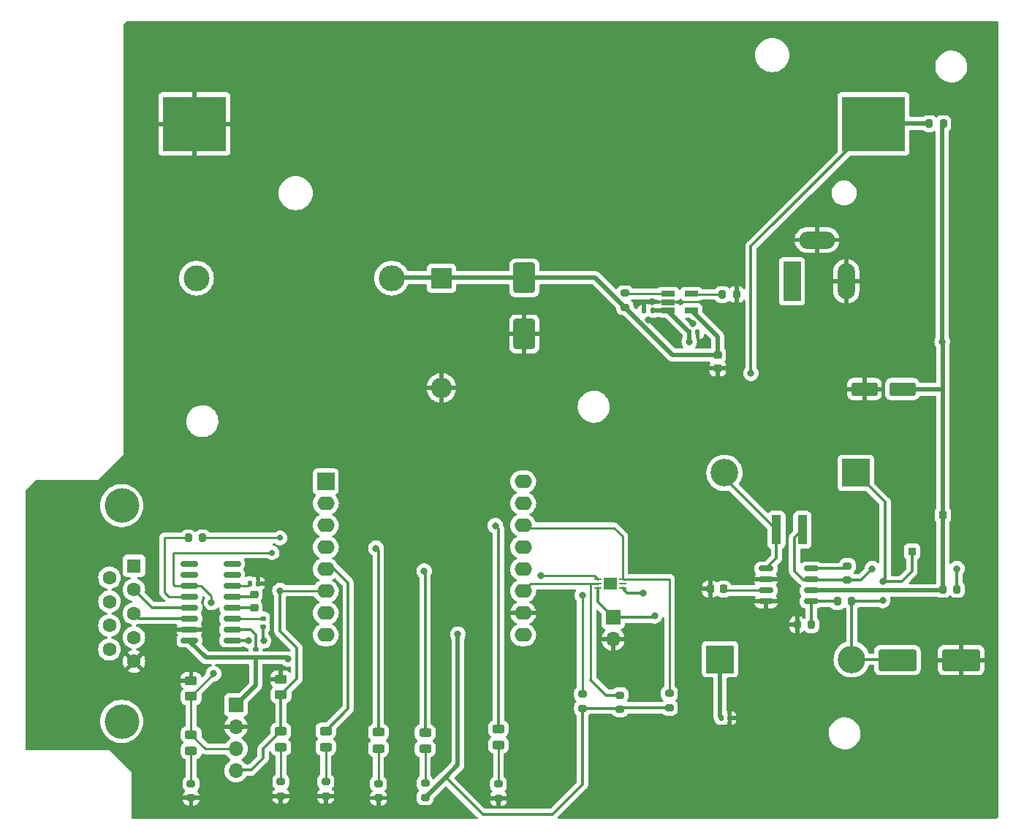
<source format=gtl>
G04 #@! TF.GenerationSoftware,KiCad,Pcbnew,(7.0.0-0)*
G04 #@! TF.CreationDate,2023-11-01T15:02:25+02:00*
G04 #@! TF.ProjectId,Untitled,556e7469-746c-4656-942e-6b696361645f,rev?*
G04 #@! TF.SameCoordinates,Original*
G04 #@! TF.FileFunction,Copper,L1,Top*
G04 #@! TF.FilePolarity,Positive*
%FSLAX46Y46*%
G04 Gerber Fmt 4.6, Leading zero omitted, Abs format (unit mm)*
G04 Created by KiCad (PCBNEW (7.0.0-0)) date 2023-11-01 15:02:25*
%MOMM*%
%LPD*%
G01*
G04 APERTURE LIST*
G04 Aperture macros list*
%AMRoundRect*
0 Rectangle with rounded corners*
0 $1 Rounding radius*
0 $2 $3 $4 $5 $6 $7 $8 $9 X,Y pos of 4 corners*
0 Add a 4 corners polygon primitive as box body*
4,1,4,$2,$3,$4,$5,$6,$7,$8,$9,$2,$3,0*
0 Add four circle primitives for the rounded corners*
1,1,$1+$1,$2,$3*
1,1,$1+$1,$4,$5*
1,1,$1+$1,$6,$7*
1,1,$1+$1,$8,$9*
0 Add four rect primitives between the rounded corners*
20,1,$1+$1,$2,$3,$4,$5,0*
20,1,$1+$1,$4,$5,$6,$7,0*
20,1,$1+$1,$6,$7,$8,$9,0*
20,1,$1+$1,$8,$9,$2,$3,0*%
G04 Aperture macros list end*
G04 #@! TA.AperFunction,ComponentPad*
%ADD10R,1.700000X1.700000*%
G04 #@! TD*
G04 #@! TA.AperFunction,ComponentPad*
%ADD11O,1.700000X1.700000*%
G04 #@! TD*
G04 #@! TA.AperFunction,SMDPad,CuDef*
%ADD12RoundRect,0.225000X-0.250000X0.225000X-0.250000X-0.225000X0.250000X-0.225000X0.250000X0.225000X0*%
G04 #@! TD*
G04 #@! TA.AperFunction,SMDPad,CuDef*
%ADD13RoundRect,0.243750X0.456250X-0.243750X0.456250X0.243750X-0.456250X0.243750X-0.456250X-0.243750X0*%
G04 #@! TD*
G04 #@! TA.AperFunction,SMDPad,CuDef*
%ADD14RoundRect,0.200000X-0.275000X0.200000X-0.275000X-0.200000X0.275000X-0.200000X0.275000X0.200000X0*%
G04 #@! TD*
G04 #@! TA.AperFunction,SMDPad,CuDef*
%ADD15RoundRect,0.200000X0.275000X-0.200000X0.275000X0.200000X-0.275000X0.200000X-0.275000X-0.200000X0*%
G04 #@! TD*
G04 #@! TA.AperFunction,SMDPad,CuDef*
%ADD16RoundRect,0.062500X0.350000X0.062500X-0.350000X0.062500X-0.350000X-0.062500X0.350000X-0.062500X0*%
G04 #@! TD*
G04 #@! TA.AperFunction,SMDPad,CuDef*
%ADD17R,1.650000X1.350000*%
G04 #@! TD*
G04 #@! TA.AperFunction,ComponentPad*
%ADD18R,3.200000X3.200000*%
G04 #@! TD*
G04 #@! TA.AperFunction,ComponentPad*
%ADD19O,3.200000X3.200000*%
G04 #@! TD*
G04 #@! TA.AperFunction,SMDPad,CuDef*
%ADD20RoundRect,0.225000X0.225000X0.250000X-0.225000X0.250000X-0.225000X-0.250000X0.225000X-0.250000X0*%
G04 #@! TD*
G04 #@! TA.AperFunction,SMDPad,CuDef*
%ADD21RoundRect,0.150000X0.825000X0.150000X-0.825000X0.150000X-0.825000X-0.150000X0.825000X-0.150000X0*%
G04 #@! TD*
G04 #@! TA.AperFunction,SMDPad,CuDef*
%ADD22RoundRect,0.250000X0.450000X-0.262500X0.450000X0.262500X-0.450000X0.262500X-0.450000X-0.262500X0*%
G04 #@! TD*
G04 #@! TA.AperFunction,SMDPad,CuDef*
%ADD23R,7.340000X6.350000*%
G04 #@! TD*
G04 #@! TA.AperFunction,ComponentPad*
%ADD24R,2.000000X2.000000*%
G04 #@! TD*
G04 #@! TA.AperFunction,ComponentPad*
%ADD25O,2.000000X1.600000*%
G04 #@! TD*
G04 #@! TA.AperFunction,SMDPad,CuDef*
%ADD26RoundRect,0.110000X0.440000X1.590000X-0.440000X1.590000X-0.440000X-1.590000X0.440000X-1.590000X0*%
G04 #@! TD*
G04 #@! TA.AperFunction,SMDPad,CuDef*
%ADD27RoundRect,0.140000X0.170000X-0.140000X0.170000X0.140000X-0.170000X0.140000X-0.170000X-0.140000X0*%
G04 #@! TD*
G04 #@! TA.AperFunction,ComponentPad*
%ADD28R,0.850000X0.850000*%
G04 #@! TD*
G04 #@! TA.AperFunction,SMDPad,CuDef*
%ADD29RoundRect,0.140000X0.140000X0.170000X-0.140000X0.170000X-0.140000X-0.170000X0.140000X-0.170000X0*%
G04 #@! TD*
G04 #@! TA.AperFunction,SMDPad,CuDef*
%ADD30RoundRect,0.200000X-0.200000X-0.275000X0.200000X-0.275000X0.200000X0.275000X-0.200000X0.275000X0*%
G04 #@! TD*
G04 #@! TA.AperFunction,SMDPad,CuDef*
%ADD31RoundRect,0.140000X-0.140000X-0.170000X0.140000X-0.170000X0.140000X0.170000X-0.140000X0.170000X0*%
G04 #@! TD*
G04 #@! TA.AperFunction,SMDPad,CuDef*
%ADD32RoundRect,0.250000X-1.000000X1.500000X-1.000000X-1.500000X1.000000X-1.500000X1.000000X1.500000X0*%
G04 #@! TD*
G04 #@! TA.AperFunction,SMDPad,CuDef*
%ADD33R,1.560000X0.650000*%
G04 #@! TD*
G04 #@! TA.AperFunction,SMDPad,CuDef*
%ADD34RoundRect,0.200000X0.200000X0.275000X-0.200000X0.275000X-0.200000X-0.275000X0.200000X-0.275000X0*%
G04 #@! TD*
G04 #@! TA.AperFunction,SMDPad,CuDef*
%ADD35RoundRect,0.225000X0.250000X-0.225000X0.250000X0.225000X-0.250000X0.225000X-0.250000X-0.225000X0*%
G04 #@! TD*
G04 #@! TA.AperFunction,ComponentPad*
%ADD36C,4.000000*%
G04 #@! TD*
G04 #@! TA.AperFunction,ComponentPad*
%ADD37R,1.600000X1.600000*%
G04 #@! TD*
G04 #@! TA.AperFunction,ComponentPad*
%ADD38C,1.600000*%
G04 #@! TD*
G04 #@! TA.AperFunction,ComponentPad*
%ADD39R,2.400000X2.400000*%
G04 #@! TD*
G04 #@! TA.AperFunction,ComponentPad*
%ADD40O,2.400000X2.400000*%
G04 #@! TD*
G04 #@! TA.AperFunction,SMDPad,CuDef*
%ADD41RoundRect,0.150000X-0.675000X-0.150000X0.675000X-0.150000X0.675000X0.150000X-0.675000X0.150000X0*%
G04 #@! TD*
G04 #@! TA.AperFunction,SMDPad,CuDef*
%ADD42RoundRect,0.250000X1.250000X0.550000X-1.250000X0.550000X-1.250000X-0.550000X1.250000X-0.550000X0*%
G04 #@! TD*
G04 #@! TA.AperFunction,ComponentPad*
%ADD43R,2.000000X4.600000*%
G04 #@! TD*
G04 #@! TA.AperFunction,ComponentPad*
%ADD44O,2.000000X4.200000*%
G04 #@! TD*
G04 #@! TA.AperFunction,ComponentPad*
%ADD45O,4.200000X2.000000*%
G04 #@! TD*
G04 #@! TA.AperFunction,SMDPad,CuDef*
%ADD46RoundRect,0.250000X-1.950000X-1.000000X1.950000X-1.000000X1.950000X1.000000X-1.950000X1.000000X0*%
G04 #@! TD*
G04 #@! TA.AperFunction,ComponentPad*
%ADD47C,3.000000*%
G04 #@! TD*
G04 #@! TA.AperFunction,ViaPad*
%ADD48C,0.800000*%
G04 #@! TD*
G04 #@! TA.AperFunction,ViaPad*
%ADD49C,0.700000*%
G04 #@! TD*
G04 #@! TA.AperFunction,Conductor*
%ADD50C,0.300000*%
G04 #@! TD*
G04 #@! TA.AperFunction,Conductor*
%ADD51C,0.250000*%
G04 #@! TD*
G04 #@! TA.AperFunction,Conductor*
%ADD52C,0.500000*%
G04 #@! TD*
G04 APERTURE END LIST*
D10*
X152779999Y-92644999D03*
D11*
X152779999Y-95184999D03*
D10*
X109099999Y-102799999D03*
D11*
X109099999Y-105339999D03*
X109099999Y-107879999D03*
X109099999Y-110419999D03*
D12*
X164900000Y-62225000D03*
X164900000Y-63775000D03*
D13*
X119500000Y-107677500D03*
X119500000Y-105802500D03*
D14*
X103900000Y-111925500D03*
X103900000Y-113575500D03*
X139500000Y-111949000D03*
X139500000Y-113599000D03*
D15*
X154150000Y-56712000D03*
X154150000Y-55062000D03*
D14*
X125600000Y-111935000D03*
X125600000Y-113585000D03*
D15*
X149241000Y-103188000D03*
X149241000Y-101538000D03*
D16*
X153882500Y-89252000D03*
X153882500Y-88752000D03*
X153882500Y-88252000D03*
X151007500Y-88252000D03*
X151007500Y-88752000D03*
X151007500Y-89252000D03*
D17*
X152444999Y-88751999D03*
D18*
X165179999Y-97499999D03*
D19*
X180419999Y-97499999D03*
D20*
X165576000Y-89366000D03*
X164026000Y-89366000D03*
D21*
X108647000Y-95312000D03*
X108647000Y-94042000D03*
X108647000Y-92772000D03*
X108647000Y-91502000D03*
X108647000Y-90232000D03*
X108647000Y-88962000D03*
X108647000Y-87692000D03*
X108647000Y-86422000D03*
X103697000Y-86422000D03*
X103697000Y-87692000D03*
X103697000Y-88962000D03*
X103697000Y-90232000D03*
X103697000Y-91502000D03*
X103697000Y-92772000D03*
X103697000Y-94042000D03*
X103697000Y-95312000D03*
D22*
X103900000Y-101812500D03*
X103900000Y-99987500D03*
D23*
X182941599Y-35458399D03*
X104281599Y-35458399D03*
D24*
X119499999Y-76899999D03*
D25*
X119499999Y-79439999D03*
X119499999Y-81979999D03*
X119499999Y-84519999D03*
X119499999Y-87059999D03*
X119499999Y-89599999D03*
X119499999Y-92139999D03*
X119499999Y-94679999D03*
X142359999Y-94679999D03*
X142359999Y-92139999D03*
X142359999Y-89599999D03*
X142359999Y-87059999D03*
X142359999Y-84519999D03*
X142359999Y-81979999D03*
X142359999Y-79439999D03*
X142359999Y-76899999D03*
D13*
X131000000Y-107877500D03*
X131000000Y-106002500D03*
D15*
X159300000Y-103125000D03*
X159300000Y-101475000D03*
D26*
X174700000Y-82500000D03*
X171700000Y-82500000D03*
D27*
X112203000Y-93732000D03*
X112203000Y-92772000D03*
D13*
X139500000Y-107440000D03*
X139500000Y-105565000D03*
D28*
X187399999Y-84999999D03*
D29*
X157350000Y-57112000D03*
X156390000Y-57112000D03*
D30*
X165425000Y-55212000D03*
X167075000Y-55212000D03*
D31*
X110707000Y-88708000D03*
X111667000Y-88708000D03*
X161600000Y-59600000D03*
X162560000Y-59600000D03*
D14*
X114296000Y-111703500D03*
X114296000Y-113353500D03*
D15*
X153600000Y-103300000D03*
X153600000Y-101650000D03*
D18*
X180919999Y-75899999D03*
D19*
X165679999Y-75899999D03*
D32*
X142500000Y-53292500D03*
X142500000Y-59792500D03*
D33*
X159149999Y-55149999D03*
X159149999Y-56099999D03*
X159149999Y-57049999D03*
X161849999Y-57049999D03*
X161849999Y-55149999D03*
D13*
X114296000Y-107702500D03*
X114296000Y-105827500D03*
X103900000Y-108100000D03*
X103900000Y-106225000D03*
D34*
X191050000Y-35400000D03*
X189400000Y-35400000D03*
D14*
X119500000Y-111694000D03*
X119500000Y-113344000D03*
D13*
X125600000Y-107840000D03*
X125600000Y-105965000D03*
D35*
X111187000Y-91515000D03*
X111187000Y-89965000D03*
D36*
X95859531Y-79703200D03*
X95859531Y-104703200D03*
D37*
X97279530Y-86663199D03*
D38*
X97279531Y-89433200D03*
X97279531Y-92203200D03*
X97279531Y-94973200D03*
X97279531Y-97743200D03*
X94439531Y-88048200D03*
X94439531Y-90818200D03*
X94439531Y-93588200D03*
X94439531Y-96358200D03*
D15*
X179920000Y-88325000D03*
X179920000Y-86675000D03*
D34*
X192625000Y-89400000D03*
X190975000Y-89400000D03*
D30*
X178775000Y-90800000D03*
X180425000Y-90800000D03*
D39*
X132899999Y-53349999D03*
D40*
X132899999Y-66049999D03*
D41*
X170495000Y-86995000D03*
X170495000Y-88265000D03*
X170495000Y-89535000D03*
X170495000Y-90805000D03*
X175745000Y-90805000D03*
X175745000Y-89535000D03*
X175745000Y-88265000D03*
X175745000Y-86995000D03*
D15*
X131000000Y-113528500D03*
X131000000Y-111878500D03*
D42*
X186300000Y-66200000D03*
X181900000Y-66200000D03*
D30*
X174095000Y-93500000D03*
X175745000Y-93500000D03*
D43*
X173499999Y-53699999D03*
D44*
X179799999Y-53699999D03*
D45*
X176399999Y-48899999D03*
D46*
X185700000Y-97600000D03*
X193100000Y-97600000D03*
D31*
X165320000Y-104300000D03*
X166280000Y-104300000D03*
D22*
X114300000Y-101625000D03*
X114300000Y-99800000D03*
D47*
X104524000Y-53340000D03*
X127124000Y-53340000D03*
D30*
X103575000Y-83440000D03*
X105225000Y-83440000D03*
D28*
X190999999Y-80799999D03*
D27*
X111380000Y-97320000D03*
X111380000Y-96360000D03*
D48*
X162060000Y-58630000D03*
X157320000Y-56020000D03*
X155700000Y-56250000D03*
X156900000Y-58130000D03*
X157580000Y-92480000D03*
X168740000Y-64340000D03*
X112300000Y-95360000D03*
X110560000Y-95340000D03*
X115100000Y-97470000D03*
X156300000Y-89800000D03*
X161600000Y-60700000D03*
X190900000Y-60700000D03*
X184000000Y-88500000D03*
X184000000Y-90700000D03*
X106260000Y-90920000D03*
D49*
X113284000Y-85152000D03*
D48*
X106490000Y-99180000D03*
D49*
X114200000Y-83440000D03*
D48*
X114200000Y-89540000D03*
X125300000Y-84640000D03*
X130890000Y-87280000D03*
X139150000Y-82020000D03*
X192600000Y-87000000D03*
X182800000Y-87000000D03*
X134800000Y-94600000D03*
X144415000Y-87822000D03*
X149200000Y-90100000D03*
D50*
X112250000Y-107873500D02*
X114296000Y-105827500D01*
X114300000Y-101625000D02*
X114300000Y-105823500D01*
X114300000Y-105823500D02*
X114296000Y-105827500D01*
D51*
X103900000Y-106225000D02*
X105555000Y-107880000D01*
X105555000Y-107880000D02*
X109100000Y-107880000D01*
D50*
X112250000Y-107873500D02*
X112250000Y-108960000D01*
X112250000Y-108960000D02*
X110860000Y-110350000D01*
X110860000Y-110350000D02*
X109170000Y-110350000D01*
X109170000Y-110350000D02*
X109100000Y-110420000D01*
D52*
X111380000Y-100520000D02*
X109100000Y-102800000D01*
D50*
X152780000Y-92645000D02*
X157415000Y-92645000D01*
X168740000Y-64340000D02*
X168740000Y-49660000D01*
X157415000Y-92645000D02*
X157580000Y-92480000D01*
X151007500Y-90872500D02*
X152780000Y-92645000D01*
X151007500Y-89252000D02*
X151007500Y-90872500D01*
X168740000Y-49660000D02*
X182941600Y-35458400D01*
D52*
X183000000Y-35400000D02*
X182941600Y-35458400D01*
X189400000Y-35400000D02*
X183000000Y-35400000D01*
D51*
X110453000Y-88962000D02*
X110707000Y-88708000D01*
X108647000Y-88962000D02*
X110453000Y-88962000D01*
D50*
X112203000Y-93732000D02*
X112203000Y-95263000D01*
X110532000Y-95312000D02*
X108647000Y-95312000D01*
X112203000Y-95263000D02*
X112300000Y-95360000D01*
X110560000Y-95340000D02*
X110532000Y-95312000D01*
D51*
X108647000Y-92772000D02*
X112203000Y-92772000D01*
D52*
X114950000Y-97320000D02*
X115100000Y-97470000D01*
X165180000Y-104160000D02*
X165320000Y-104300000D01*
X105600000Y-97320000D02*
X111380000Y-97320000D01*
X111380000Y-97320000D02*
X111380000Y-100520000D01*
X103697000Y-95417000D02*
X105600000Y-97320000D01*
X165180000Y-97500000D02*
X165180000Y-104160000D01*
X103697000Y-95312000D02*
X103697000Y-95417000D01*
X111380000Y-97320000D02*
X114950000Y-97320000D01*
X159663000Y-62225000D02*
X164900000Y-62225000D01*
X154150000Y-56712000D02*
X159663000Y-62225000D01*
X127202000Y-53262000D02*
X127124000Y-53340000D01*
X150700000Y-53262000D02*
X154150000Y-56712000D01*
X164900000Y-60100000D02*
X164900000Y-62225000D01*
X150700000Y-53262000D02*
X127202000Y-53262000D01*
X161850000Y-57050000D02*
X164900000Y-60100000D01*
D50*
X108647000Y-91502000D02*
X111174000Y-91502000D01*
X111174000Y-91502000D02*
X111187000Y-91515000D01*
X108647000Y-90232000D02*
X111161000Y-90232000D01*
X156300000Y-89800000D02*
X154430500Y-89800000D01*
D52*
X190900000Y-35550000D02*
X191050000Y-35400000D01*
X190840000Y-89535000D02*
X190975000Y-89400000D01*
X161600000Y-59600000D02*
X161600000Y-60700000D01*
X191000000Y-60800000D02*
X191000000Y-66200000D01*
X190975000Y-89400000D02*
X190975000Y-80825000D01*
D50*
X154430500Y-89800000D02*
X153882500Y-89252000D01*
D52*
X190900000Y-60700000D02*
X190900000Y-35550000D01*
X190900000Y-60700000D02*
X191000000Y-60800000D01*
X161600000Y-59600000D02*
X159150000Y-57150000D01*
X190975000Y-80825000D02*
X191000000Y-80800000D01*
X186300000Y-66200000D02*
X191000000Y-66200000D01*
X175745000Y-89535000D02*
X190840000Y-89535000D01*
X157412000Y-57050000D02*
X157350000Y-57112000D01*
X191000000Y-80800000D02*
X191000000Y-66200000D01*
X159150000Y-57050000D02*
X157412000Y-57050000D01*
D50*
X111380000Y-94630000D02*
X110792000Y-94042000D01*
X110792000Y-94042000D02*
X108647000Y-94042000D01*
X111380000Y-96360000D02*
X111380000Y-94630000D01*
X180425000Y-97495000D02*
X180420000Y-97500000D01*
X187400000Y-85000000D02*
X187400000Y-87300000D01*
X180920000Y-75900000D02*
X184300000Y-79280000D01*
X184300000Y-79280000D02*
X184300000Y-88200000D01*
X183900000Y-90800000D02*
X180425000Y-90800000D01*
X180420000Y-97500000D02*
X185600000Y-97500000D01*
X186200000Y-88500000D02*
X184000000Y-88500000D01*
X184300000Y-88200000D02*
X184000000Y-88500000D01*
X187400000Y-87300000D02*
X186200000Y-88500000D01*
X185600000Y-97500000D02*
X185700000Y-97600000D01*
X184000000Y-90700000D02*
X183900000Y-90800000D01*
X180425000Y-90800000D02*
X180425000Y-97495000D01*
D51*
X170495000Y-89535000D02*
X165745000Y-89535000D01*
X165745000Y-89535000D02*
X165576000Y-89366000D01*
D50*
X171700000Y-82500000D02*
X165680000Y-76480000D01*
X171700000Y-82500000D02*
X171700000Y-85790000D01*
X165680000Y-76480000D02*
X165680000Y-75900000D01*
X171700000Y-85790000D02*
X170495000Y-86995000D01*
D51*
X103900000Y-108100000D02*
X103900000Y-111925500D01*
X106490000Y-99180000D02*
X106490000Y-99222500D01*
X103900000Y-101812500D02*
X103900000Y-106225000D01*
X105062000Y-88962000D02*
X103697000Y-88962000D01*
X102032000Y-88962000D02*
X103697000Y-88962000D01*
X106260000Y-90160000D02*
X105062000Y-88962000D01*
X101854000Y-85152000D02*
X101854000Y-88784000D01*
X113284000Y-85152000D02*
X101854000Y-85152000D01*
X101854000Y-88784000D02*
X102032000Y-88962000D01*
X106260000Y-90160000D02*
X106260000Y-90920000D01*
X106490000Y-99222500D02*
X103900000Y-101812500D01*
X114296000Y-107702500D02*
X114296000Y-111703500D01*
D50*
X116150000Y-96210000D02*
X114200000Y-94260000D01*
X116150000Y-99775000D02*
X116150000Y-96210000D01*
X114200000Y-94260000D02*
X114200000Y-89540000D01*
D51*
X114200000Y-83440000D02*
X105225000Y-83440000D01*
X114200000Y-89540000D02*
X119440000Y-89540000D01*
X119440000Y-89540000D02*
X119500000Y-89600000D01*
D50*
X114300000Y-101625000D02*
X116150000Y-99775000D01*
D51*
X119500000Y-107677500D02*
X119500000Y-111694000D01*
D50*
X122090000Y-103212500D02*
X122090000Y-88660000D01*
X122090000Y-88660000D02*
X120490000Y-87060000D01*
X120490000Y-87060000D02*
X119500000Y-87060000D01*
X119500000Y-105802500D02*
X122090000Y-103212500D01*
D51*
X125600000Y-107840000D02*
X125600000Y-111935000D01*
D50*
X125600000Y-105965000D02*
X125600000Y-84940000D01*
X125600000Y-84940000D02*
X125300000Y-84640000D01*
D51*
X131000000Y-107877500D02*
X131000000Y-111878500D01*
D50*
X130890000Y-87280000D02*
X131000000Y-87390000D01*
X131000000Y-87390000D02*
X131000000Y-106002500D01*
D51*
X139500000Y-107440000D02*
X139500000Y-111949000D01*
D50*
X139500000Y-82370000D02*
X139150000Y-82020000D01*
X139500000Y-105565000D02*
X139500000Y-82370000D01*
X97848331Y-92772000D02*
X97279531Y-92203200D01*
X103697000Y-92772000D02*
X97848331Y-92772000D01*
X103697000Y-91502000D02*
X99348331Y-91502000D01*
X99348331Y-91502000D02*
X97279531Y-89433200D01*
X173800000Y-83400000D02*
X173800000Y-87300000D01*
X174800000Y-88300000D02*
X181500000Y-88300000D01*
X173800000Y-87300000D02*
X174800000Y-88300000D01*
X174700000Y-82500000D02*
X173800000Y-83400000D01*
X192625000Y-89400000D02*
X192625000Y-87025000D01*
X181500000Y-88300000D02*
X182800000Y-87000000D01*
X179600000Y-86995000D02*
X179920000Y-86675000D01*
X175745000Y-86995000D02*
X179600000Y-86995000D01*
X178775000Y-90800000D02*
X175750000Y-90800000D01*
X175745000Y-90805000D02*
X175745000Y-93500000D01*
X175750000Y-90800000D02*
X175745000Y-90805000D01*
D51*
X165425000Y-55212000D02*
X161912000Y-55212000D01*
X161912000Y-55212000D02*
X161850000Y-55150000D01*
X154238000Y-55150000D02*
X154150000Y-55062000D01*
X159150000Y-55150000D02*
X154238000Y-55150000D01*
D50*
X145750000Y-115490000D02*
X137700000Y-115490000D01*
X159300000Y-103125000D02*
X153775000Y-103125000D01*
D52*
X133369250Y-111159250D02*
X131000000Y-113528500D01*
D50*
X149241000Y-103188000D02*
X153488000Y-103188000D01*
X149241000Y-103188000D02*
X149241000Y-111999000D01*
X153775000Y-103125000D02*
X153600000Y-103300000D01*
D52*
X134800000Y-109728500D02*
X133369250Y-111159250D01*
X134800000Y-94600000D02*
X134800000Y-109728500D01*
D50*
X137700000Y-115490000D02*
X133369250Y-111159250D01*
X149241000Y-111999000D02*
X145750000Y-115490000D01*
X153488000Y-103188000D02*
X153600000Y-103300000D01*
D51*
X150200000Y-88752000D02*
X150200000Y-99921000D01*
D50*
X151929000Y-101650000D02*
X150200000Y-99921000D01*
X153600000Y-101650000D02*
X151929000Y-101650000D01*
D51*
X151007500Y-88752000D02*
X150200000Y-88752000D01*
X143208000Y-88752000D02*
X142360000Y-89600000D01*
X150200000Y-88752000D02*
X143208000Y-88752000D01*
X149200000Y-90100000D02*
X149200000Y-101497000D01*
X151007500Y-88252000D02*
X150577500Y-87822000D01*
X149200000Y-101497000D02*
X149241000Y-101538000D01*
X150577500Y-87822000D02*
X144415000Y-87822000D01*
X159323000Y-88252000D02*
X159323000Y-101452000D01*
X153882500Y-83272500D02*
X152900000Y-82290000D01*
X153882500Y-88252000D02*
X153882500Y-83272500D01*
X152900000Y-82290000D02*
X142670000Y-82290000D01*
X159323000Y-101452000D02*
X159300000Y-101475000D01*
X153882500Y-88252000D02*
X159323000Y-88252000D01*
X142670000Y-82290000D02*
X142360000Y-81980000D01*
X100838000Y-89724000D02*
X101346000Y-90232000D01*
X103575000Y-83440000D02*
X100838000Y-83440000D01*
X101346000Y-90232000D02*
X103697000Y-90232000D01*
X100838000Y-83440000D02*
X100838000Y-89724000D01*
G04 #@! TA.AperFunction,Conductor*
G36*
X110567500Y-98087113D02*
G01*
X110612887Y-98132500D01*
X110629500Y-98194500D01*
X110629500Y-100157771D01*
X110620061Y-100205224D01*
X110593181Y-100245452D01*
X109425450Y-101413181D01*
X109385222Y-101440061D01*
X109337769Y-101449500D01*
X108205439Y-101449500D01*
X108205420Y-101449500D01*
X108202128Y-101449501D01*
X108198850Y-101449853D01*
X108198838Y-101449854D01*
X108150231Y-101455079D01*
X108150225Y-101455080D01*
X108142517Y-101455909D01*
X108135252Y-101458618D01*
X108135246Y-101458620D01*
X108015980Y-101503104D01*
X108015978Y-101503104D01*
X108007669Y-101506204D01*
X108000572Y-101511516D01*
X108000568Y-101511519D01*
X107899550Y-101587141D01*
X107899546Y-101587144D01*
X107892454Y-101592454D01*
X107887144Y-101599546D01*
X107887141Y-101599550D01*
X107811519Y-101700568D01*
X107811516Y-101700572D01*
X107806204Y-101707669D01*
X107803104Y-101715978D01*
X107803104Y-101715980D01*
X107758620Y-101835247D01*
X107758619Y-101835250D01*
X107755909Y-101842517D01*
X107755079Y-101850227D01*
X107755079Y-101850232D01*
X107749855Y-101898819D01*
X107749854Y-101898831D01*
X107749500Y-101902127D01*
X107749500Y-101905448D01*
X107749500Y-101905449D01*
X107749500Y-103694560D01*
X107749500Y-103694578D01*
X107749501Y-103697872D01*
X107749853Y-103701150D01*
X107749854Y-103701161D01*
X107755079Y-103749768D01*
X107755080Y-103749773D01*
X107755909Y-103757483D01*
X107758619Y-103764749D01*
X107758620Y-103764753D01*
X107766149Y-103784939D01*
X107806204Y-103892331D01*
X107811518Y-103899430D01*
X107811519Y-103899431D01*
X107840517Y-103938168D01*
X107892454Y-104007546D01*
X108007669Y-104093796D01*
X108139598Y-104143002D01*
X108189977Y-104177981D01*
X108217431Y-104232825D01*
X108215242Y-104294118D01*
X108183947Y-104346865D01*
X108065714Y-104465098D01*
X108058784Y-104473357D01*
X107929508Y-104657982D01*
X107924110Y-104667332D01*
X107828856Y-104871602D01*
X107825168Y-104881736D01*
X107773056Y-105076219D01*
X107772688Y-105087448D01*
X107783631Y-105090000D01*
X110416369Y-105090000D01*
X110427311Y-105087448D01*
X110426943Y-105076219D01*
X110374831Y-104881736D01*
X110371143Y-104871602D01*
X110275889Y-104667332D01*
X110270491Y-104657982D01*
X110141215Y-104473357D01*
X110134280Y-104465092D01*
X110016053Y-104346865D01*
X109984757Y-104294119D01*
X109982568Y-104232825D01*
X110010022Y-104177981D01*
X110060398Y-104143003D01*
X110192331Y-104093796D01*
X110307546Y-104007546D01*
X110393796Y-103892331D01*
X110444091Y-103757483D01*
X110450500Y-103697873D01*
X110450499Y-102562228D01*
X110459938Y-102514776D01*
X110486815Y-102474551D01*
X111865642Y-101095724D01*
X111879266Y-101083950D01*
X111898530Y-101069610D01*
X111930366Y-101031667D01*
X111937680Y-101023688D01*
X111938264Y-101023103D01*
X111941591Y-101019777D01*
X111960833Y-100995439D01*
X111963090Y-100992670D01*
X112006654Y-100940753D01*
X112006653Y-100940753D01*
X112011302Y-100935214D01*
X112014548Y-100928748D01*
X112016436Y-100925879D01*
X112016645Y-100925589D01*
X112016819Y-100925278D01*
X112018624Y-100922350D01*
X112023111Y-100916677D01*
X112054834Y-100848645D01*
X112056349Y-100845514D01*
X112090040Y-100778433D01*
X112091708Y-100771391D01*
X112092878Y-100768178D01*
X112093022Y-100767830D01*
X112093118Y-100767492D01*
X112094199Y-100764227D01*
X112097257Y-100757673D01*
X112112450Y-100684088D01*
X112113186Y-100680771D01*
X112130500Y-100607721D01*
X112130500Y-100600489D01*
X112130900Y-100597067D01*
X112130957Y-100596714D01*
X112130972Y-100596374D01*
X112131273Y-100592931D01*
X112132734Y-100585856D01*
X112130552Y-100510870D01*
X112130500Y-100507263D01*
X112130500Y-99533674D01*
X113100000Y-99533674D01*
X113103450Y-99546549D01*
X113116326Y-99550000D01*
X114033674Y-99550000D01*
X114046549Y-99546549D01*
X114050000Y-99533674D01*
X114050000Y-98803827D01*
X114046549Y-98790951D01*
X114033674Y-98787501D01*
X113803171Y-98787501D01*
X113796888Y-98787821D01*
X113704040Y-98797305D01*
X113690877Y-98800123D01*
X113537732Y-98850870D01*
X113524733Y-98856932D01*
X113387805Y-98941390D01*
X113376544Y-98950294D01*
X113262794Y-99064044D01*
X113253890Y-99075305D01*
X113169432Y-99212233D01*
X113163370Y-99225232D01*
X113112624Y-99378374D01*
X113109805Y-99391541D01*
X113100319Y-99484390D01*
X113100000Y-99490668D01*
X113100000Y-99533674D01*
X112130500Y-99533674D01*
X112130500Y-98194500D01*
X112147113Y-98132500D01*
X112192500Y-98087113D01*
X112254500Y-98070500D01*
X114373741Y-98070500D01*
X114424176Y-98081220D01*
X114465890Y-98111527D01*
X114489776Y-98138055D01*
X114489782Y-98138061D01*
X114494129Y-98142888D01*
X114647270Y-98254151D01*
X114820197Y-98331144D01*
X115005354Y-98370500D01*
X115188143Y-98370500D01*
X115194646Y-98370500D01*
X115349721Y-98337538D01*
X115404447Y-98338254D01*
X115453536Y-98362462D01*
X115487421Y-98405445D01*
X115499500Y-98458828D01*
X115499500Y-98926977D01*
X115485985Y-98983272D01*
X115448385Y-99027295D01*
X115394898Y-99049450D01*
X115337182Y-99044908D01*
X115287819Y-99014658D01*
X115223455Y-98950294D01*
X115212194Y-98941390D01*
X115075266Y-98856932D01*
X115062267Y-98850870D01*
X114909125Y-98800124D01*
X114895958Y-98797305D01*
X114803109Y-98787819D01*
X114796832Y-98787500D01*
X114566326Y-98787500D01*
X114553450Y-98790950D01*
X114550000Y-98803826D01*
X114550000Y-99926000D01*
X114533387Y-99988000D01*
X114488000Y-100033387D01*
X114426000Y-100050000D01*
X113116327Y-100050000D01*
X113103451Y-100053450D01*
X113100001Y-100066326D01*
X113100001Y-100109329D01*
X113100321Y-100115611D01*
X113109805Y-100208459D01*
X113112623Y-100221622D01*
X113163370Y-100374767D01*
X113169432Y-100387766D01*
X113253890Y-100524694D01*
X113262794Y-100535955D01*
X113351304Y-100624465D01*
X113383398Y-100680052D01*
X113383398Y-100744239D01*
X113351305Y-100799826D01*
X113257288Y-100893844D01*
X113253503Y-100899980D01*
X113253497Y-100899988D01*
X113172273Y-101031676D01*
X113165186Y-101043166D01*
X113162915Y-101050017D01*
X113162914Y-101050021D01*
X113145235Y-101103374D01*
X113110001Y-101209703D01*
X113109313Y-101216433D01*
X113109312Y-101216440D01*
X113099819Y-101309359D01*
X113099818Y-101309377D01*
X113099500Y-101312491D01*
X113099500Y-101315638D01*
X113099500Y-101315639D01*
X113099500Y-101934358D01*
X113099500Y-101934377D01*
X113099501Y-101937508D01*
X113099820Y-101940640D01*
X113099821Y-101940641D01*
X113109312Y-102033561D01*
X113109313Y-102033569D01*
X113110001Y-102040297D01*
X113112129Y-102046719D01*
X113112130Y-102046723D01*
X113157687Y-102184204D01*
X113165186Y-102206834D01*
X113168977Y-102212980D01*
X113253497Y-102350011D01*
X113253500Y-102350015D01*
X113257288Y-102356156D01*
X113381344Y-102480212D01*
X113387485Y-102484000D01*
X113387488Y-102484002D01*
X113437381Y-102514776D01*
X113530666Y-102572314D01*
X113564505Y-102583527D01*
X113608829Y-102609406D01*
X113638877Y-102651018D01*
X113649500Y-102701233D01*
X113649500Y-104773204D01*
X113638877Y-104823420D01*
X113608829Y-104865032D01*
X113564503Y-104890910D01*
X113529932Y-104902365D01*
X113529925Y-104902367D01*
X113523075Y-104904638D01*
X113516931Y-104908427D01*
X113516926Y-104908430D01*
X113381148Y-104992179D01*
X113381142Y-104992183D01*
X113374997Y-104995974D01*
X113369890Y-105001080D01*
X113369886Y-105001084D01*
X113257084Y-105113886D01*
X113257080Y-105113890D01*
X113251974Y-105118997D01*
X113248183Y-105125142D01*
X113248179Y-105125148D01*
X113164430Y-105260926D01*
X113164427Y-105260931D01*
X113160638Y-105267075D01*
X113158367Y-105273926D01*
X113158366Y-105273930D01*
X113108043Y-105425796D01*
X113105913Y-105432225D01*
X113105225Y-105438955D01*
X113105224Y-105438962D01*
X113095819Y-105531020D01*
X113095818Y-105531038D01*
X113095500Y-105534152D01*
X113095500Y-105537301D01*
X113095500Y-106056692D01*
X113086061Y-106104145D01*
X113059181Y-106144373D01*
X111847354Y-107356198D01*
X111838719Y-107364056D01*
X111838639Y-107364121D01*
X111832060Y-107368298D01*
X111826727Y-107373976D01*
X111826722Y-107373981D01*
X111784132Y-107419334D01*
X111781428Y-107422125D01*
X111761089Y-107442465D01*
X111758712Y-107445528D01*
X111758688Y-107445556D01*
X111758363Y-107445976D01*
X111750807Y-107454821D01*
X111724892Y-107482419D01*
X111724887Y-107482424D01*
X111719552Y-107488107D01*
X111715797Y-107494936D01*
X111715789Y-107494948D01*
X111709321Y-107506713D01*
X111698647Y-107522964D01*
X111685638Y-107539736D01*
X111682541Y-107546891D01*
X111682540Y-107546894D01*
X111667506Y-107581633D01*
X111662370Y-107592116D01*
X111644130Y-107625296D01*
X111644127Y-107625302D01*
X111640373Y-107632132D01*
X111638434Y-107639680D01*
X111638431Y-107639690D01*
X111635089Y-107652704D01*
X111628792Y-107671096D01*
X111623464Y-107683410D01*
X111623462Y-107683416D01*
X111620365Y-107690574D01*
X111619145Y-107698272D01*
X111619144Y-107698278D01*
X111613223Y-107735662D01*
X111610855Y-107747093D01*
X111599500Y-107791323D01*
X111599500Y-107799125D01*
X111599500Y-107812546D01*
X111597973Y-107831945D01*
X111595873Y-107845197D01*
X111595872Y-107845204D01*
X111594653Y-107852905D01*
X111595387Y-107860670D01*
X111595387Y-107860672D01*
X111598950Y-107898360D01*
X111599500Y-107910030D01*
X111599500Y-108639192D01*
X111590061Y-108686645D01*
X111563181Y-108726873D01*
X110626873Y-109663181D01*
X110586645Y-109690061D01*
X110539192Y-109699500D01*
X110308707Y-109699500D01*
X110251450Y-109685489D01*
X110207132Y-109646623D01*
X110141600Y-109553034D01*
X110138495Y-109548599D01*
X109971401Y-109381505D01*
X109966968Y-109378401D01*
X109966961Y-109378395D01*
X109785842Y-109251575D01*
X109746976Y-109207257D01*
X109732965Y-109150000D01*
X109746976Y-109092743D01*
X109785842Y-109048425D01*
X109966961Y-108921604D01*
X109966961Y-108921603D01*
X109971401Y-108918495D01*
X110138495Y-108751401D01*
X110274035Y-108557830D01*
X110373903Y-108343663D01*
X110435063Y-108115408D01*
X110455659Y-107880000D01*
X110435063Y-107644592D01*
X110373903Y-107416337D01*
X110274035Y-107202171D01*
X110138495Y-107008599D01*
X109971401Y-106841505D01*
X109966970Y-106838402D01*
X109966966Y-106838399D01*
X109785405Y-106711269D01*
X109746540Y-106666951D01*
X109732529Y-106609694D01*
X109746540Y-106552437D01*
X109785406Y-106508119D01*
X109966638Y-106381219D01*
X109974909Y-106374278D01*
X110134278Y-106214909D01*
X110141215Y-106206643D01*
X110270498Y-106022008D01*
X110275886Y-106012676D01*
X110371143Y-105808397D01*
X110374831Y-105798263D01*
X110426943Y-105603780D01*
X110427311Y-105592551D01*
X110416369Y-105590000D01*
X107783631Y-105590000D01*
X107772688Y-105592551D01*
X107773056Y-105603780D01*
X107825168Y-105798263D01*
X107828856Y-105808397D01*
X107924113Y-106012676D01*
X107929501Y-106022008D01*
X108058784Y-106206643D01*
X108065721Y-106214909D01*
X108225090Y-106374278D01*
X108233356Y-106381215D01*
X108414595Y-106508120D01*
X108453460Y-106552438D01*
X108467471Y-106609695D01*
X108453460Y-106666952D01*
X108414594Y-106711270D01*
X108233034Y-106838399D01*
X108233029Y-106838402D01*
X108228599Y-106841505D01*
X108224775Y-106845328D01*
X108224769Y-106845334D01*
X108065334Y-107004769D01*
X108065328Y-107004775D01*
X108061505Y-107008599D01*
X108058402Y-107013029D01*
X108058399Y-107013034D01*
X107989855Y-107110926D01*
X107968045Y-107142075D01*
X107926349Y-107201623D01*
X107882031Y-107240489D01*
X107824774Y-107254500D01*
X105865453Y-107254500D01*
X105818000Y-107245061D01*
X105777772Y-107218181D01*
X105136819Y-106577228D01*
X105109939Y-106537000D01*
X105100500Y-106489547D01*
X105100500Y-105934801D01*
X105100500Y-105931652D01*
X105090087Y-105829725D01*
X105035362Y-105664575D01*
X104944026Y-105516497D01*
X104821003Y-105393474D01*
X104814853Y-105389680D01*
X104814851Y-105389679D01*
X104679073Y-105305930D01*
X104679072Y-105305929D01*
X104672925Y-105302138D01*
X104610495Y-105281450D01*
X104566171Y-105255572D01*
X104536123Y-105213960D01*
X104525500Y-105163745D01*
X104525500Y-102897017D01*
X104536123Y-102846802D01*
X104566171Y-102805190D01*
X104610496Y-102779311D01*
X104669334Y-102759814D01*
X104818656Y-102667712D01*
X104942712Y-102543656D01*
X105034814Y-102394334D01*
X105089999Y-102227797D01*
X105100500Y-102125009D01*
X105100499Y-101547950D01*
X105109938Y-101500498D01*
X105136815Y-101460273D01*
X106480271Y-100116819D01*
X106520500Y-100089939D01*
X106567953Y-100080500D01*
X106578143Y-100080500D01*
X106584646Y-100080500D01*
X106769803Y-100041144D01*
X106942730Y-99964151D01*
X107095871Y-99852888D01*
X107222533Y-99712216D01*
X107317179Y-99548284D01*
X107375674Y-99368256D01*
X107395460Y-99180000D01*
X107375674Y-98991744D01*
X107317179Y-98811716D01*
X107222533Y-98647784D01*
X107095871Y-98507112D01*
X107090613Y-98503292D01*
X107090611Y-98503290D01*
X106947988Y-98399669D01*
X106947987Y-98399668D01*
X106942730Y-98395849D01*
X106931327Y-98390772D01*
X106775745Y-98321501D01*
X106775740Y-98321499D01*
X106769803Y-98318856D01*
X106755375Y-98315789D01*
X106701454Y-98289490D01*
X106666188Y-98240952D01*
X106657838Y-98181539D01*
X106678358Y-98125160D01*
X106722944Y-98085015D01*
X106781159Y-98070500D01*
X110505500Y-98070500D01*
X110567500Y-98087113D01*
G37*
G04 #@! TD.AperFunction*
G04 #@! TA.AperFunction,Conductor*
G36*
X162748000Y-59366613D02*
G01*
X162793387Y-59412000D01*
X162810000Y-59474000D01*
X162810000Y-60390075D01*
X162812590Y-60401054D01*
X162823857Y-60400479D01*
X162948706Y-60364207D01*
X162962908Y-60358061D01*
X163088660Y-60283691D01*
X163100896Y-60274200D01*
X163204200Y-60170896D01*
X163213691Y-60158660D01*
X163288060Y-60032909D01*
X163294208Y-60018702D01*
X163335376Y-59877001D01*
X163336177Y-59872617D01*
X163365304Y-59812707D01*
X163421231Y-59776516D01*
X163487815Y-59774487D01*
X163545841Y-59807208D01*
X164113181Y-60374548D01*
X164140061Y-60414776D01*
X164149500Y-60462229D01*
X164149500Y-61350500D01*
X164132887Y-61412500D01*
X164087500Y-61457887D01*
X164025500Y-61474500D01*
X162392888Y-61474500D01*
X162337753Y-61461568D01*
X162294118Y-61425470D01*
X162271084Y-61373735D01*
X162273456Y-61317154D01*
X162300738Y-61267528D01*
X162303033Y-61264978D01*
X162332533Y-61232216D01*
X162427179Y-61068284D01*
X162485674Y-60888256D01*
X162505460Y-60700000D01*
X162485674Y-60511744D01*
X162427179Y-60331716D01*
X162367112Y-60227678D01*
X162350500Y-60165679D01*
X162350500Y-59982066D01*
X162355424Y-59947471D01*
X162375874Y-59877081D01*
X162377643Y-59870993D01*
X162380500Y-59834690D01*
X162380500Y-59474000D01*
X162397113Y-59412000D01*
X162442500Y-59366613D01*
X162504500Y-59350000D01*
X162686000Y-59350000D01*
X162748000Y-59366613D01*
G37*
G04 #@! TD.AperFunction*
G04 #@! TA.AperFunction,Conductor*
G36*
X158122930Y-57815248D02*
G01*
X158127669Y-57818796D01*
X158135975Y-57821893D01*
X158135977Y-57821895D01*
X158158526Y-57830305D01*
X158262517Y-57869091D01*
X158322127Y-57875500D01*
X158762769Y-57875499D01*
X158810222Y-57884938D01*
X158850450Y-57911818D01*
X160805057Y-59866424D01*
X160836452Y-59919509D01*
X160844576Y-59947471D01*
X160849500Y-59982067D01*
X160849500Y-60165679D01*
X160832887Y-60227679D01*
X160776069Y-60326089D01*
X160776066Y-60326094D01*
X160772821Y-60331716D01*
X160770815Y-60337888D01*
X160770813Y-60337894D01*
X160716333Y-60505564D01*
X160716331Y-60505573D01*
X160714326Y-60511744D01*
X160713648Y-60518194D01*
X160713646Y-60518204D01*
X160695962Y-60686464D01*
X160694540Y-60700000D01*
X160695219Y-60706460D01*
X160713646Y-60881795D01*
X160713647Y-60881803D01*
X160714326Y-60888256D01*
X160716331Y-60894428D01*
X160716333Y-60894435D01*
X160770813Y-61062105D01*
X160772821Y-61068284D01*
X160867467Y-61232216D01*
X160894403Y-61262132D01*
X160899262Y-61267528D01*
X160926544Y-61317154D01*
X160928916Y-61373735D01*
X160905882Y-61425470D01*
X160862247Y-61461568D01*
X160807112Y-61474500D01*
X160025229Y-61474500D01*
X159977776Y-61465061D01*
X159937548Y-61438181D01*
X156614589Y-58115221D01*
X156582665Y-58060260D01*
X156582166Y-57996702D01*
X156613223Y-57941246D01*
X156667676Y-57908463D01*
X156778707Y-57876206D01*
X156792904Y-57870062D01*
X156806383Y-57862091D01*
X156869506Y-57844821D01*
X156932631Y-57862090D01*
X156946886Y-57870521D01*
X156946889Y-57870522D01*
X156953605Y-57874494D01*
X157109007Y-57919643D01*
X157145310Y-57922500D01*
X157552245Y-57922500D01*
X157554690Y-57922500D01*
X157590993Y-57919643D01*
X157746395Y-57874494D01*
X157842313Y-57817767D01*
X157905434Y-57800500D01*
X158065147Y-57800500D01*
X158122930Y-57815248D01*
G37*
G04 #@! TD.AperFunction*
G04 #@! TA.AperFunction,Conductor*
G36*
X161610222Y-57884938D02*
G01*
X161650450Y-57911818D01*
X162335410Y-58596778D01*
X162367334Y-58651739D01*
X162367833Y-58715297D01*
X162336777Y-58770752D01*
X162282324Y-58803535D01*
X162171297Y-58835791D01*
X162157089Y-58841939D01*
X162143608Y-58849912D01*
X162080488Y-58867178D01*
X162017369Y-58849910D01*
X162003108Y-58841476D01*
X162003107Y-58841475D01*
X161996395Y-58837506D01*
X161988911Y-58835331D01*
X161988905Y-58835329D01*
X161889510Y-58806452D01*
X161836425Y-58775057D01*
X161148548Y-58087180D01*
X161118298Y-58037817D01*
X161113756Y-57980101D01*
X161135911Y-57926614D01*
X161179934Y-57889014D01*
X161236226Y-57875499D01*
X161562769Y-57875499D01*
X161610222Y-57884938D01*
G37*
G04 #@! TD.AperFunction*
G04 #@! TA.AperFunction,Conductor*
G36*
X197348000Y-23566613D02*
G01*
X197393387Y-23612000D01*
X197410000Y-23674000D01*
X197410000Y-115668638D01*
X197400561Y-115716091D01*
X197373681Y-115756319D01*
X197156319Y-115973681D01*
X197116091Y-116000561D01*
X197068638Y-116010000D01*
X146449307Y-116010000D01*
X146393012Y-115996485D01*
X146348989Y-115958885D01*
X146326834Y-115905398D01*
X146331376Y-115847682D01*
X146361626Y-115798319D01*
X147996260Y-114163685D01*
X149643656Y-112516288D01*
X149652291Y-112508432D01*
X149652347Y-112508385D01*
X149658940Y-112504202D01*
X149706897Y-112453131D01*
X149709515Y-112450429D01*
X149729912Y-112430034D01*
X149732611Y-112426553D01*
X149740185Y-112417684D01*
X149771448Y-112384393D01*
X149781672Y-112365793D01*
X149792347Y-112349541D01*
X149805363Y-112332763D01*
X149823498Y-112290852D01*
X149828633Y-112280373D01*
X149843849Y-112252696D01*
X149850627Y-112240368D01*
X149855903Y-112219817D01*
X149862211Y-112201393D01*
X149863321Y-112198827D01*
X149870636Y-112181926D01*
X149877778Y-112136824D01*
X149880148Y-112125387D01*
X149889559Y-112088735D01*
X149891500Y-112081177D01*
X149891500Y-112059954D01*
X149893027Y-112040556D01*
X149895126Y-112027303D01*
X149896347Y-112019595D01*
X149892050Y-111974137D01*
X149891500Y-111962468D01*
X149891500Y-106157765D01*
X177745788Y-106157765D01*
X177746282Y-106162262D01*
X177746283Y-106162267D01*
X177774917Y-106422506D01*
X177774918Y-106422513D01*
X177775414Y-106427018D01*
X177776559Y-106431398D01*
X177776561Y-106431408D01*
X177822231Y-106606097D01*
X177843928Y-106689088D01*
X177845693Y-106693242D01*
X177845696Y-106693250D01*
X177945179Y-106927351D01*
X177949870Y-106938390D01*
X177952226Y-106942251D01*
X177952229Y-106942256D01*
X178088019Y-107164755D01*
X178090982Y-107169610D01*
X178179350Y-107275796D01*
X178252800Y-107364056D01*
X178264255Y-107377820D01*
X178267630Y-107380844D01*
X178267631Y-107380845D01*
X178456197Y-107549801D01*
X178465998Y-107558582D01*
X178691910Y-107708044D01*
X178937176Y-107823020D01*
X179196569Y-107901060D01*
X179464561Y-107940500D01*
X179665369Y-107940500D01*
X179667631Y-107940500D01*
X179870156Y-107925677D01*
X180134553Y-107866780D01*
X180387558Y-107770014D01*
X180623777Y-107637441D01*
X180838177Y-107471888D01*
X181026186Y-107276881D01*
X181183799Y-107056579D01*
X181307656Y-106815675D01*
X181395118Y-106559305D01*
X181444319Y-106292933D01*
X181454212Y-106022235D01*
X181424586Y-105752982D01*
X181356072Y-105490912D01*
X181335318Y-105442075D01*
X181314665Y-105393474D01*
X181250130Y-105241610D01*
X181109018Y-105010390D01*
X180935745Y-104802180D01*
X180931474Y-104798353D01*
X180737382Y-104624446D01*
X180737378Y-104624442D01*
X180734002Y-104621418D01*
X180508090Y-104471956D01*
X180503996Y-104470036D01*
X180503991Y-104470034D01*
X180266929Y-104358904D01*
X180266925Y-104358902D01*
X180262824Y-104356980D01*
X180258477Y-104355672D01*
X180258474Y-104355671D01*
X180007772Y-104280246D01*
X180007771Y-104280245D01*
X180003431Y-104278940D01*
X179998957Y-104278281D01*
X179998950Y-104278280D01*
X179739913Y-104240158D01*
X179739907Y-104240157D01*
X179735439Y-104239500D01*
X179532369Y-104239500D01*
X179530120Y-104239664D01*
X179530109Y-104239665D01*
X179334363Y-104253992D01*
X179334359Y-104253992D01*
X179329844Y-104254323D01*
X179325426Y-104255307D01*
X179325420Y-104255308D01*
X179069877Y-104312232D01*
X179069861Y-104312236D01*
X179065447Y-104313220D01*
X179061216Y-104314838D01*
X179061210Y-104314840D01*
X178816673Y-104408367D01*
X178816663Y-104408371D01*
X178812442Y-104409986D01*
X178808494Y-104412201D01*
X178808489Y-104412204D01*
X178580176Y-104540340D01*
X178580171Y-104540343D01*
X178576223Y-104542559D01*
X178572639Y-104545325D01*
X178572635Y-104545329D01*
X178365407Y-104705343D01*
X178365394Y-104705354D01*
X178361823Y-104708112D01*
X178358685Y-104711366D01*
X178358678Y-104711373D01*
X178176958Y-104899857D01*
X178176952Y-104899864D01*
X178173814Y-104903119D01*
X178171189Y-104906787D01*
X178171179Y-104906800D01*
X178018834Y-105119740D01*
X178018830Y-105119745D01*
X178016201Y-105123421D01*
X178014132Y-105127444D01*
X178014129Y-105127450D01*
X177894416Y-105360293D01*
X177894411Y-105360304D01*
X177892344Y-105364325D01*
X177890884Y-105368602D01*
X177890879Y-105368616D01*
X177806348Y-105616395D01*
X177806344Y-105616407D01*
X177804882Y-105620695D01*
X177804057Y-105625159D01*
X177804057Y-105625161D01*
X177756504Y-105882606D01*
X177756502Y-105882619D01*
X177755681Y-105887067D01*
X177755515Y-105891593D01*
X177755515Y-105891599D01*
X177746970Y-106125425D01*
X177745788Y-106157765D01*
X149891500Y-106157765D01*
X149891500Y-104049460D01*
X149904012Y-103995178D01*
X149939025Y-103951851D01*
X149944767Y-103947351D01*
X149951185Y-103943472D01*
X150019838Y-103874818D01*
X150060066Y-103847939D01*
X150107519Y-103838500D01*
X152641144Y-103838500D01*
X152702060Y-103854494D01*
X152747259Y-103898348D01*
X152769528Y-103935185D01*
X152889815Y-104055472D01*
X153035394Y-104143478D01*
X153146120Y-104177981D01*
X153191542Y-104192135D01*
X153191544Y-104192135D01*
X153197804Y-104194086D01*
X153268384Y-104200500D01*
X153928797Y-104200500D01*
X153931616Y-104200500D01*
X154002196Y-104194086D01*
X154164606Y-104143478D01*
X154310185Y-104055472D01*
X154430472Y-103935185D01*
X154483214Y-103847939D01*
X154490825Y-103835350D01*
X154536027Y-103791494D01*
X154596942Y-103775500D01*
X158433481Y-103775500D01*
X158480934Y-103784939D01*
X158521162Y-103811818D01*
X158589815Y-103880472D01*
X158735394Y-103968478D01*
X158837995Y-104000449D01*
X158891542Y-104017135D01*
X158891544Y-104017135D01*
X158897804Y-104019086D01*
X158968384Y-104025500D01*
X159628797Y-104025500D01*
X159631616Y-104025500D01*
X159702196Y-104019086D01*
X159864606Y-103968478D01*
X160010185Y-103880472D01*
X160130472Y-103760185D01*
X160218478Y-103614606D01*
X160269086Y-103452196D01*
X160275500Y-103381616D01*
X160275500Y-102868384D01*
X160269086Y-102797804D01*
X160263323Y-102779311D01*
X160240339Y-102705550D01*
X160218478Y-102635394D01*
X160130472Y-102489815D01*
X160028338Y-102387681D01*
X159996244Y-102332094D01*
X159996244Y-102267906D01*
X160028338Y-102212319D01*
X160073890Y-102166767D01*
X160130472Y-102110185D01*
X160218478Y-101964606D01*
X160269086Y-101802196D01*
X160275500Y-101731616D01*
X160275500Y-101218384D01*
X160269086Y-101147804D01*
X160218478Y-100985394D01*
X160130472Y-100839815D01*
X160010185Y-100719528D01*
X160003768Y-100715648D01*
X159997860Y-100711020D01*
X159999341Y-100709129D01*
X159964498Y-100673224D01*
X159948500Y-100612302D01*
X159948500Y-99144578D01*
X163079500Y-99144578D01*
X163079501Y-99147872D01*
X163079853Y-99151150D01*
X163079854Y-99151161D01*
X163085079Y-99199768D01*
X163085080Y-99199773D01*
X163085909Y-99207483D01*
X163088619Y-99214749D01*
X163088620Y-99214753D01*
X163122217Y-99304831D01*
X163136204Y-99342331D01*
X163222454Y-99457546D01*
X163337669Y-99543796D01*
X163472517Y-99594091D01*
X163532127Y-99600500D01*
X164305500Y-99600500D01*
X164367500Y-99617113D01*
X164412887Y-99662500D01*
X164429500Y-99724500D01*
X164429500Y-104096293D01*
X164428191Y-104114264D01*
X164424711Y-104138023D01*
X164425340Y-104145214D01*
X164425340Y-104145221D01*
X164429028Y-104187369D01*
X164429500Y-104198176D01*
X164429500Y-104203709D01*
X164429916Y-104207272D01*
X164429917Y-104207282D01*
X164433098Y-104234496D01*
X164433464Y-104238082D01*
X164439371Y-104305604D01*
X164439372Y-104305609D01*
X164440001Y-104312797D01*
X164442271Y-104319649D01*
X164442976Y-104323063D01*
X164443028Y-104323384D01*
X164443120Y-104323709D01*
X164443920Y-104327085D01*
X164444759Y-104334255D01*
X164470413Y-104404742D01*
X164471582Y-104408108D01*
X164492913Y-104472479D01*
X164492917Y-104472489D01*
X164495186Y-104479334D01*
X164498971Y-104485472D01*
X164500443Y-104488628D01*
X164500570Y-104488934D01*
X164500728Y-104489218D01*
X164502294Y-104492336D01*
X164504763Y-104499117D01*
X164508730Y-104505148D01*
X164525692Y-104530938D01*
X164541812Y-104571151D01*
X164542357Y-104570993D01*
X164544121Y-104577067D01*
X164544123Y-104577074D01*
X164567630Y-104657982D01*
X164587506Y-104726395D01*
X164669883Y-104865687D01*
X164784313Y-104980117D01*
X164923605Y-105062494D01*
X165079007Y-105107643D01*
X165115310Y-105110500D01*
X165522245Y-105110500D01*
X165524690Y-105110500D01*
X165560993Y-105107643D01*
X165716395Y-105062494D01*
X165737367Y-105050090D01*
X165800487Y-105032821D01*
X165863611Y-105050090D01*
X165877084Y-105058058D01*
X165891296Y-105064208D01*
X166016142Y-105100479D01*
X166027409Y-105101054D01*
X166030000Y-105090075D01*
X166530000Y-105090075D01*
X166532590Y-105101054D01*
X166543857Y-105100479D01*
X166668706Y-105064207D01*
X166682908Y-105058061D01*
X166808660Y-104983691D01*
X166820896Y-104974200D01*
X166924200Y-104870896D01*
X166933691Y-104858660D01*
X167008060Y-104732909D01*
X167014208Y-104718702D01*
X167055376Y-104577002D01*
X167057310Y-104566415D01*
X167054782Y-104553706D01*
X167041641Y-104550000D01*
X166546326Y-104550000D01*
X166533450Y-104553450D01*
X166530000Y-104566326D01*
X166530000Y-105090075D01*
X166030000Y-105090075D01*
X166030000Y-104798353D01*
X166045839Y-104740450D01*
X166045424Y-104740271D01*
X166046688Y-104737349D01*
X166047267Y-104735234D01*
X166048307Y-104733474D01*
X166052494Y-104726395D01*
X166097643Y-104570993D01*
X166100500Y-104534690D01*
X166100500Y-104065310D01*
X166098010Y-104033674D01*
X166530000Y-104033674D01*
X166533450Y-104046549D01*
X166546326Y-104050000D01*
X167041637Y-104050000D01*
X167054781Y-104046293D01*
X167057309Y-104033585D01*
X167055375Y-104022994D01*
X167014208Y-103881297D01*
X167008060Y-103867090D01*
X166933691Y-103741339D01*
X166924200Y-103729103D01*
X166820896Y-103625799D01*
X166808660Y-103616308D01*
X166682908Y-103541938D01*
X166668706Y-103535792D01*
X166543857Y-103499520D01*
X166532590Y-103498945D01*
X166530000Y-103509925D01*
X166530000Y-104033674D01*
X166098010Y-104033674D01*
X166097643Y-104029007D01*
X166052494Y-103873605D01*
X166047267Y-103864766D01*
X166046688Y-103862650D01*
X166045424Y-103859729D01*
X166045839Y-103859549D01*
X166030000Y-103801647D01*
X166030000Y-103509925D01*
X166027155Y-103497867D01*
X166004808Y-103488093D01*
X165965679Y-103461011D01*
X165939631Y-103421187D01*
X165930500Y-103374485D01*
X165930500Y-99724499D01*
X165947113Y-99662499D01*
X165992500Y-99617112D01*
X166054500Y-99600499D01*
X166824561Y-99600499D01*
X166827872Y-99600499D01*
X166887483Y-99594091D01*
X167022331Y-99543796D01*
X167137546Y-99457546D01*
X167223796Y-99342331D01*
X167274091Y-99207483D01*
X167280500Y-99147873D01*
X167280499Y-95852128D01*
X167274091Y-95792517D01*
X167223796Y-95657669D01*
X167137546Y-95542454D01*
X167112221Y-95523496D01*
X167029431Y-95461519D01*
X167029430Y-95461518D01*
X167022331Y-95456204D01*
X166924448Y-95419696D01*
X166894752Y-95408620D01*
X166894750Y-95408619D01*
X166887483Y-95405909D01*
X166879770Y-95405079D01*
X166879767Y-95405079D01*
X166831180Y-95399855D01*
X166831169Y-95399854D01*
X166827873Y-95399500D01*
X166824550Y-95399500D01*
X163535439Y-95399500D01*
X163535420Y-95399500D01*
X163532128Y-95399501D01*
X163528850Y-95399853D01*
X163528838Y-95399854D01*
X163480231Y-95405079D01*
X163480225Y-95405080D01*
X163472517Y-95405909D01*
X163465252Y-95408618D01*
X163465246Y-95408620D01*
X163345980Y-95453104D01*
X163345978Y-95453104D01*
X163337669Y-95456204D01*
X163330572Y-95461516D01*
X163330568Y-95461519D01*
X163229550Y-95537141D01*
X163229546Y-95537144D01*
X163222454Y-95542454D01*
X163217144Y-95549546D01*
X163217141Y-95549550D01*
X163141519Y-95650568D01*
X163141516Y-95650572D01*
X163136204Y-95657669D01*
X163133104Y-95665978D01*
X163133104Y-95665980D01*
X163088620Y-95785247D01*
X163088619Y-95785250D01*
X163085909Y-95792517D01*
X163085079Y-95800227D01*
X163085079Y-95800232D01*
X163079855Y-95848819D01*
X163079854Y-95848831D01*
X163079500Y-95852127D01*
X163079500Y-95855448D01*
X163079500Y-95855449D01*
X163079500Y-99144560D01*
X163079500Y-99144578D01*
X159948500Y-99144578D01*
X159948500Y-93828753D01*
X173195001Y-93828753D01*
X173195256Y-93834386D01*
X173200815Y-93895570D01*
X173203361Y-93908369D01*
X173249748Y-94057232D01*
X173255864Y-94070820D01*
X173336045Y-94203456D01*
X173345228Y-94215177D01*
X173454822Y-94324771D01*
X173466543Y-94333954D01*
X173599179Y-94414135D01*
X173612767Y-94420251D01*
X173761627Y-94466638D01*
X173774431Y-94469184D01*
X173831143Y-94474338D01*
X173841549Y-94471549D01*
X173845000Y-94458674D01*
X173845000Y-93766326D01*
X173841549Y-93753450D01*
X173828674Y-93750000D01*
X173211327Y-93750000D01*
X173198451Y-93753450D01*
X173195001Y-93766326D01*
X173195001Y-93828753D01*
X159948500Y-93828753D01*
X159948500Y-93233674D01*
X173195000Y-93233674D01*
X173198450Y-93246549D01*
X173211326Y-93250000D01*
X173828674Y-93250000D01*
X173841549Y-93246549D01*
X173845000Y-93233674D01*
X173845000Y-92541327D01*
X173841549Y-92528451D01*
X173831143Y-92525662D01*
X173774429Y-92530815D01*
X173761630Y-92533361D01*
X173612767Y-92579748D01*
X173599179Y-92585864D01*
X173466543Y-92666045D01*
X173454822Y-92675228D01*
X173345228Y-92784822D01*
X173336045Y-92796543D01*
X173255864Y-92929179D01*
X173249748Y-92942767D01*
X173203361Y-93091627D01*
X173200815Y-93104431D01*
X173195255Y-93165615D01*
X173195000Y-93171244D01*
X173195000Y-93233674D01*
X159948500Y-93233674D01*
X159948500Y-91065776D01*
X169175307Y-91065776D01*
X169216541Y-91207705D01*
X169222689Y-91221912D01*
X169298344Y-91349838D01*
X169307835Y-91362074D01*
X169412925Y-91467164D01*
X169425161Y-91476655D01*
X169553087Y-91552310D01*
X169567294Y-91558458D01*
X169711420Y-91600331D01*
X169723826Y-91602597D01*
X169751923Y-91604808D01*
X169756803Y-91605000D01*
X170228674Y-91605000D01*
X170241549Y-91601549D01*
X170245000Y-91588674D01*
X170745000Y-91588674D01*
X170748450Y-91601549D01*
X170761326Y-91605000D01*
X171233197Y-91605000D01*
X171238076Y-91604808D01*
X171266173Y-91602597D01*
X171278579Y-91600331D01*
X171422705Y-91558458D01*
X171436912Y-91552310D01*
X171564838Y-91476655D01*
X171577074Y-91467164D01*
X171682164Y-91362074D01*
X171691655Y-91349838D01*
X171767310Y-91221912D01*
X171773458Y-91207705D01*
X171814692Y-91065776D01*
X171813286Y-91058706D01*
X171800144Y-91055000D01*
X170761326Y-91055000D01*
X170748450Y-91058450D01*
X170745000Y-91071326D01*
X170745000Y-91588674D01*
X170245000Y-91588674D01*
X170245000Y-91071326D01*
X170241549Y-91058450D01*
X170228674Y-91055000D01*
X169189856Y-91055000D01*
X169176713Y-91058706D01*
X169175307Y-91065776D01*
X159948500Y-91065776D01*
X159948500Y-89661165D01*
X163076001Y-89661165D01*
X163076321Y-89667447D01*
X163085455Y-89756867D01*
X163088274Y-89770036D01*
X163137180Y-89917625D01*
X163143246Y-89930633D01*
X163224632Y-90062580D01*
X163233537Y-90073842D01*
X163343157Y-90183462D01*
X163354419Y-90192367D01*
X163486366Y-90273753D01*
X163499374Y-90279819D01*
X163646969Y-90328727D01*
X163660125Y-90331543D01*
X163749555Y-90340680D01*
X163755832Y-90341000D01*
X163759674Y-90341000D01*
X163772549Y-90337549D01*
X163776000Y-90324674D01*
X163776000Y-90324673D01*
X164276000Y-90324673D01*
X164279450Y-90337548D01*
X164292326Y-90340999D01*
X164296165Y-90340999D01*
X164302447Y-90340678D01*
X164391867Y-90331544D01*
X164405036Y-90328725D01*
X164552625Y-90279819D01*
X164565633Y-90273753D01*
X164697584Y-90192364D01*
X164708831Y-90183472D01*
X164712955Y-90179348D01*
X164768544Y-90147248D01*
X164832735Y-90147244D01*
X164888327Y-90179339D01*
X164897956Y-90188968D01*
X165042303Y-90278003D01*
X165203292Y-90331349D01*
X165302655Y-90341500D01*
X165849344Y-90341499D01*
X165948708Y-90331349D01*
X166109697Y-90278003D01*
X166254044Y-90188968D01*
X166256866Y-90186145D01*
X166291085Y-90167373D01*
X166331796Y-90160500D01*
X169139889Y-90160500D01*
X169202170Y-90177276D01*
X169247599Y-90223063D01*
X169263885Y-90285474D01*
X169246621Y-90347622D01*
X169222687Y-90388090D01*
X169216541Y-90402294D01*
X169175307Y-90544223D01*
X169176713Y-90551293D01*
X169189856Y-90555000D01*
X171800144Y-90555000D01*
X171813286Y-90551293D01*
X171814692Y-90544223D01*
X171773458Y-90402294D01*
X171767310Y-90388087D01*
X171691657Y-90260164D01*
X171680991Y-90246414D01*
X171657955Y-90197462D01*
X171657956Y-90143360D01*
X171680992Y-90094408D01*
X171682561Y-90092384D01*
X171688081Y-90086865D01*
X171771744Y-89945398D01*
X171817598Y-89787569D01*
X171820500Y-89750694D01*
X171820500Y-89319306D01*
X171817598Y-89282431D01*
X171771744Y-89124602D01*
X171688081Y-88983135D01*
X171682562Y-88977616D01*
X171680992Y-88975592D01*
X171657956Y-88926640D01*
X171657955Y-88872538D01*
X171680991Y-88823586D01*
X171691657Y-88809835D01*
X171767310Y-88681912D01*
X171773458Y-88667705D01*
X171814692Y-88525776D01*
X171813286Y-88518706D01*
X171800144Y-88515000D01*
X169189856Y-88515000D01*
X169176713Y-88518706D01*
X169175307Y-88525776D01*
X169216541Y-88667705D01*
X169222687Y-88681909D01*
X169246621Y-88722378D01*
X169263885Y-88784526D01*
X169247599Y-88846937D01*
X169202170Y-88892724D01*
X169139889Y-88909500D01*
X166586408Y-88909500D01*
X166536192Y-88898877D01*
X166494579Y-88868828D01*
X166468702Y-88824503D01*
X166463003Y-88807303D01*
X166373968Y-88662956D01*
X166254044Y-88543032D01*
X166247894Y-88539238D01*
X166247892Y-88539237D01*
X166115845Y-88457789D01*
X166115843Y-88457788D01*
X166109697Y-88453997D01*
X166102842Y-88451725D01*
X166102841Y-88451725D01*
X165955136Y-88402781D01*
X165955135Y-88402780D01*
X165948708Y-88400651D01*
X165941975Y-88399963D01*
X165941970Y-88399962D01*
X165852476Y-88390819D01*
X165852459Y-88390818D01*
X165849345Y-88390500D01*
X165846196Y-88390500D01*
X165305805Y-88390500D01*
X165305785Y-88390500D01*
X165302656Y-88390501D01*
X165299524Y-88390820D01*
X165299522Y-88390821D01*
X165210027Y-88399962D01*
X165210017Y-88399963D01*
X165203292Y-88400651D01*
X165196870Y-88402778D01*
X165196865Y-88402780D01*
X165049158Y-88451725D01*
X165049154Y-88451726D01*
X165042303Y-88453997D01*
X165036159Y-88457786D01*
X165036154Y-88457789D01*
X164904104Y-88539239D01*
X164904099Y-88539242D01*
X164897956Y-88543032D01*
X164892855Y-88548132D01*
X164892841Y-88548144D01*
X164888317Y-88552668D01*
X164832730Y-88584755D01*
X164768547Y-88584752D01*
X164712964Y-88552659D01*
X164708842Y-88548537D01*
X164697580Y-88539632D01*
X164565633Y-88458246D01*
X164552625Y-88452180D01*
X164405030Y-88403272D01*
X164391874Y-88400456D01*
X164302444Y-88391319D01*
X164296168Y-88391000D01*
X164292326Y-88391000D01*
X164279450Y-88394450D01*
X164276000Y-88407326D01*
X164276000Y-90324673D01*
X163776000Y-90324673D01*
X163776000Y-89632326D01*
X163772549Y-89619450D01*
X163759674Y-89616000D01*
X163092327Y-89616000D01*
X163079451Y-89619450D01*
X163076001Y-89632326D01*
X163076001Y-89661165D01*
X159948500Y-89661165D01*
X159948500Y-89099674D01*
X163076000Y-89099674D01*
X163079450Y-89112549D01*
X163092326Y-89116000D01*
X163759674Y-89116000D01*
X163772549Y-89112549D01*
X163776000Y-89099674D01*
X163776000Y-88407327D01*
X163772549Y-88394451D01*
X163759674Y-88391001D01*
X163755835Y-88391001D01*
X163749552Y-88391321D01*
X163660132Y-88400455D01*
X163646963Y-88403274D01*
X163499374Y-88452180D01*
X163486366Y-88458246D01*
X163354419Y-88539632D01*
X163343157Y-88548537D01*
X163233537Y-88658157D01*
X163224632Y-88669419D01*
X163143246Y-88801366D01*
X163137180Y-88814374D01*
X163088272Y-88961969D01*
X163085456Y-88975125D01*
X163076319Y-89064555D01*
X163076000Y-89070832D01*
X163076000Y-89099674D01*
X159948500Y-89099674D01*
X159948500Y-88322849D01*
X159950696Y-88299614D01*
X159950766Y-88299246D01*
X159952227Y-88291588D01*
X159948745Y-88236241D01*
X159948500Y-88228455D01*
X159948500Y-88216543D01*
X159948500Y-88212650D01*
X159946517Y-88196957D01*
X159945787Y-88189231D01*
X159942304Y-88133862D01*
X159939780Y-88126094D01*
X159934687Y-88103310D01*
X159933664Y-88095208D01*
X159913233Y-88043606D01*
X159910603Y-88036299D01*
X159909641Y-88033338D01*
X159893467Y-87983559D01*
X159889091Y-87976663D01*
X159878497Y-87955873D01*
X159875486Y-87948268D01*
X159842881Y-87903391D01*
X159838502Y-87896948D01*
X159816638Y-87862496D01*
X159808786Y-87850123D01*
X159803099Y-87844783D01*
X159803096Y-87844779D01*
X159802835Y-87844534D01*
X159787395Y-87827021D01*
X159787180Y-87826726D01*
X159782594Y-87820413D01*
X159739860Y-87785060D01*
X159734018Y-87779910D01*
X159716837Y-87763776D01*
X159693582Y-87741938D01*
X159686750Y-87738182D01*
X159686746Y-87738179D01*
X159686411Y-87737995D01*
X159667117Y-87724882D01*
X159666838Y-87724651D01*
X159666832Y-87724647D01*
X159660823Y-87719676D01*
X159610633Y-87696057D01*
X159603702Y-87692526D01*
X159586539Y-87683091D01*
X159555092Y-87665803D01*
X159547537Y-87663863D01*
X159547532Y-87663861D01*
X159547179Y-87663771D01*
X159525223Y-87655867D01*
X159517826Y-87652386D01*
X159510159Y-87650923D01*
X159510158Y-87650923D01*
X159463357Y-87641995D01*
X159455756Y-87640296D01*
X159409583Y-87628441D01*
X159409574Y-87628439D01*
X159402019Y-87626500D01*
X159394215Y-87626500D01*
X159393849Y-87626500D01*
X159370614Y-87624304D01*
X159370246Y-87624233D01*
X159370239Y-87624232D01*
X159362588Y-87622773D01*
X159354809Y-87623262D01*
X159354804Y-87623262D01*
X159307241Y-87626255D01*
X159299455Y-87626500D01*
X154632000Y-87626500D01*
X154570000Y-87609887D01*
X154524613Y-87564500D01*
X154508000Y-87502500D01*
X154508000Y-83350275D01*
X154508521Y-83339219D01*
X154510173Y-83331833D01*
X154508061Y-83264627D01*
X154508000Y-83260732D01*
X154508000Y-83237041D01*
X154508000Y-83233150D01*
X154507498Y-83229177D01*
X154506580Y-83217518D01*
X154506241Y-83206739D01*
X154505209Y-83173873D01*
X154499620Y-83154640D01*
X154495674Y-83135583D01*
X154494141Y-83123444D01*
X154493164Y-83115708D01*
X154477082Y-83075091D01*
X154473303Y-83064051D01*
X154463295Y-83029602D01*
X154463293Y-83029599D01*
X154461118Y-83022110D01*
X154450917Y-83004860D01*
X154442363Y-82987401D01*
X154434986Y-82968768D01*
X154409308Y-82933425D01*
X154402901Y-82923671D01*
X154384642Y-82892796D01*
X154384641Y-82892794D01*
X154380670Y-82886080D01*
X154366505Y-82871915D01*
X154353870Y-82857122D01*
X154342094Y-82840913D01*
X154336083Y-82835940D01*
X154336081Y-82835938D01*
X154308441Y-82813073D01*
X154299800Y-82805210D01*
X153397286Y-81902695D01*
X153389842Y-81894514D01*
X153385786Y-81888123D01*
X153336775Y-81842098D01*
X153333978Y-81839387D01*
X153317227Y-81822636D01*
X153317226Y-81822635D01*
X153314471Y-81819880D01*
X153311290Y-81817412D01*
X153302414Y-81809830D01*
X153276269Y-81785278D01*
X153276267Y-81785276D01*
X153270582Y-81779938D01*
X153263749Y-81776182D01*
X153263743Y-81776177D01*
X153253025Y-81770285D01*
X153236766Y-81759606D01*
X153227095Y-81752104D01*
X153227092Y-81752102D01*
X153220936Y-81747327D01*
X153213779Y-81744229D01*
X153213776Y-81744228D01*
X153180849Y-81729978D01*
X153170363Y-81724841D01*
X153138932Y-81707562D01*
X153138923Y-81707558D01*
X153132092Y-81703803D01*
X153124535Y-81701862D01*
X153124531Y-81701861D01*
X153112688Y-81698820D01*
X153094284Y-81692519D01*
X153083057Y-81687660D01*
X153083050Y-81687658D01*
X153075896Y-81684562D01*
X153068192Y-81683341D01*
X153068190Y-81683341D01*
X153032759Y-81677729D01*
X153021324Y-81675361D01*
X152986571Y-81666438D01*
X152986563Y-81666437D01*
X152979019Y-81664500D01*
X152971223Y-81664500D01*
X152958983Y-81664500D01*
X152939597Y-81662974D01*
X152919804Y-81659840D01*
X152912038Y-81660574D01*
X152912035Y-81660574D01*
X152876324Y-81663950D01*
X152864655Y-81664500D01*
X143916988Y-81664500D01*
X143864583Y-81652882D01*
X143821999Y-81620206D01*
X143797213Y-81572594D01*
X143788140Y-81538734D01*
X143786739Y-81533504D01*
X143690568Y-81327266D01*
X143560047Y-81140861D01*
X143399139Y-80979953D01*
X143304223Y-80913493D01*
X143217173Y-80852540D01*
X143217171Y-80852539D01*
X143212734Y-80849432D01*
X143154724Y-80822381D01*
X143102549Y-80776625D01*
X143083130Y-80710000D01*
X143102549Y-80643375D01*
X143154725Y-80597618D01*
X143212734Y-80570568D01*
X143399139Y-80440047D01*
X143560047Y-80279139D01*
X143690568Y-80092734D01*
X143786739Y-79886496D01*
X143845635Y-79666692D01*
X143865468Y-79440000D01*
X143845635Y-79213308D01*
X143819814Y-79116942D01*
X143788141Y-78998736D01*
X143788140Y-78998734D01*
X143786739Y-78993504D01*
X143690568Y-78787266D01*
X143560047Y-78600861D01*
X143399139Y-78439953D01*
X143331603Y-78392664D01*
X143217173Y-78312540D01*
X143217171Y-78312539D01*
X143212734Y-78309432D01*
X143207827Y-78307143D01*
X143207817Y-78307138D01*
X143154724Y-78282380D01*
X143102549Y-78236623D01*
X143083130Y-78169997D01*
X143102550Y-78103372D01*
X143154723Y-78057618D01*
X143212734Y-78030568D01*
X143399139Y-77900047D01*
X143560047Y-77739139D01*
X143690568Y-77552734D01*
X143786739Y-77346496D01*
X143845635Y-77126692D01*
X143865468Y-76900000D01*
X143845635Y-76673308D01*
X143786739Y-76453504D01*
X143690568Y-76247266D01*
X143560047Y-76060861D01*
X143399186Y-75900000D01*
X163574592Y-75900000D01*
X163574881Y-75904225D01*
X163585898Y-76065296D01*
X163594202Y-76186686D01*
X163595061Y-76190824D01*
X163595063Y-76190832D01*
X163648627Y-76448594D01*
X163652666Y-76468032D01*
X163654084Y-76472023D01*
X163654085Y-76472025D01*
X163742215Y-76720000D01*
X163748896Y-76738797D01*
X163750843Y-76742555D01*
X163750845Y-76742559D01*
X163879149Y-76990173D01*
X163881099Y-76993936D01*
X163883543Y-76997398D01*
X163883545Y-76997401D01*
X164044366Y-77225235D01*
X164044370Y-77225240D01*
X164046811Y-77228698D01*
X164060266Y-77243105D01*
X164161411Y-77351405D01*
X164242947Y-77438708D01*
X164465853Y-77620055D01*
X164711375Y-77769361D01*
X164715260Y-77771048D01*
X164715261Y-77771049D01*
X164914397Y-77857546D01*
X164974942Y-77883844D01*
X165191607Y-77944550D01*
X165247562Y-77960228D01*
X165247564Y-77960228D01*
X165251642Y-77961371D01*
X165536322Y-78000500D01*
X165819441Y-78000500D01*
X165823678Y-78000500D01*
X166108358Y-77961371D01*
X166142456Y-77951816D01*
X166207322Y-77951263D01*
X166263592Y-77983538D01*
X170613181Y-82333127D01*
X170640061Y-82373355D01*
X170649500Y-82420808D01*
X170649500Y-84151650D01*
X170649690Y-84154069D01*
X170649691Y-84154084D01*
X170651726Y-84179944D01*
X170651727Y-84179951D01*
X170652224Y-84186262D01*
X170653990Y-84192343D01*
X170653992Y-84192350D01*
X170685704Y-84301500D01*
X170695258Y-84334386D01*
X170773777Y-84467154D01*
X170882846Y-84576223D01*
X170988621Y-84638778D01*
X171033210Y-84684073D01*
X171049500Y-84745510D01*
X171049500Y-85469192D01*
X171040061Y-85516645D01*
X171013181Y-85556873D01*
X170411873Y-86158181D01*
X170371645Y-86185061D01*
X170324192Y-86194500D01*
X169754306Y-86194500D01*
X169751886Y-86194690D01*
X169751871Y-86194691D01*
X169723748Y-86196904D01*
X169723739Y-86196905D01*
X169717431Y-86197402D01*
X169711351Y-86199168D01*
X169711342Y-86199170D01*
X169567094Y-86241079D01*
X169567091Y-86241080D01*
X169559602Y-86243256D01*
X169552891Y-86247224D01*
X169552886Y-86247227D01*
X169424851Y-86322946D01*
X169424844Y-86322950D01*
X169418135Y-86326919D01*
X169412620Y-86332433D01*
X169412616Y-86332437D01*
X169307437Y-86437616D01*
X169307433Y-86437620D01*
X169301919Y-86443135D01*
X169297950Y-86449844D01*
X169297946Y-86449851D01*
X169222227Y-86577886D01*
X169222224Y-86577891D01*
X169218256Y-86584602D01*
X169216080Y-86592091D01*
X169216079Y-86592094D01*
X169174170Y-86736342D01*
X169174168Y-86736351D01*
X169172402Y-86742431D01*
X169171905Y-86748739D01*
X169171904Y-86748748D01*
X169169691Y-86776871D01*
X169169690Y-86776886D01*
X169169500Y-86779306D01*
X169169500Y-87210694D01*
X169169690Y-87213114D01*
X169169691Y-87213128D01*
X169171904Y-87241251D01*
X169171905Y-87241258D01*
X169172402Y-87247569D01*
X169174168Y-87253650D01*
X169174170Y-87253657D01*
X169215170Y-87394775D01*
X169218256Y-87405398D01*
X169222226Y-87412111D01*
X169222227Y-87412113D01*
X169231937Y-87428531D01*
X169301919Y-87546865D01*
X169307438Y-87552384D01*
X169309008Y-87554408D01*
X169332043Y-87603358D01*
X169332044Y-87657456D01*
X169309012Y-87706407D01*
X169298346Y-87720158D01*
X169222689Y-87848087D01*
X169216541Y-87862294D01*
X169175307Y-88004223D01*
X169176713Y-88011293D01*
X169189856Y-88015000D01*
X171800144Y-88015000D01*
X171813286Y-88011293D01*
X171814692Y-88004223D01*
X171773458Y-87862294D01*
X171767310Y-87848087D01*
X171691657Y-87720164D01*
X171680991Y-87706414D01*
X171657955Y-87657462D01*
X171657956Y-87603360D01*
X171680992Y-87554408D01*
X171682561Y-87552384D01*
X171688081Y-87546865D01*
X171771744Y-87405398D01*
X171817598Y-87247569D01*
X171820500Y-87210694D01*
X171820500Y-86779306D01*
X171817598Y-86742431D01*
X171812508Y-86724912D01*
X171804270Y-86696555D01*
X171803242Y-86631123D01*
X171835663Y-86574281D01*
X172102656Y-86307288D01*
X172111291Y-86299432D01*
X172111347Y-86299385D01*
X172117940Y-86295202D01*
X172165897Y-86244131D01*
X172168515Y-86241429D01*
X172188911Y-86221035D01*
X172191610Y-86217554D01*
X172199174Y-86208695D01*
X172230448Y-86175393D01*
X172240674Y-86156790D01*
X172251346Y-86140542D01*
X172264362Y-86123764D01*
X172282495Y-86081857D01*
X172287625Y-86071386D01*
X172309627Y-86031368D01*
X172314906Y-86010802D01*
X172321210Y-85992395D01*
X172322785Y-85988753D01*
X172329635Y-85972927D01*
X172336777Y-85927829D01*
X172339139Y-85916422D01*
X172350500Y-85872177D01*
X172350500Y-85850948D01*
X172352027Y-85831550D01*
X172354125Y-85818303D01*
X172355346Y-85810595D01*
X172351050Y-85765147D01*
X172350500Y-85753478D01*
X172350500Y-84745510D01*
X172366790Y-84684073D01*
X172411378Y-84638778D01*
X172517154Y-84576223D01*
X172626223Y-84467154D01*
X172704742Y-84334386D01*
X172747776Y-84186262D01*
X172750500Y-84151650D01*
X172750500Y-80848350D01*
X172747776Y-80813738D01*
X172704742Y-80665614D01*
X172626223Y-80532846D01*
X172517154Y-80423777D01*
X172384386Y-80345258D01*
X172376893Y-80343081D01*
X172242350Y-80303992D01*
X172242343Y-80303990D01*
X172236262Y-80302224D01*
X172229951Y-80301727D01*
X172229944Y-80301726D01*
X172204084Y-80299691D01*
X172204069Y-80299690D01*
X172201650Y-80299500D01*
X171198350Y-80299500D01*
X171195931Y-80299690D01*
X171195915Y-80299691D01*
X171170055Y-80301726D01*
X171170046Y-80301727D01*
X171163738Y-80302224D01*
X171157658Y-80303990D01*
X171157649Y-80303992D01*
X171023106Y-80343081D01*
X171023103Y-80343082D01*
X171015614Y-80345258D01*
X171008900Y-80349228D01*
X171008899Y-80349229D01*
X170889563Y-80419804D01*
X170889559Y-80419806D01*
X170882846Y-80423777D01*
X170877331Y-80429291D01*
X170877331Y-80429292D01*
X170800965Y-80505658D01*
X170745377Y-80537751D01*
X170681190Y-80537751D01*
X170625603Y-80505657D01*
X167401716Y-77281770D01*
X167371642Y-77232943D01*
X167366752Y-77175807D01*
X167388091Y-77122582D01*
X167478901Y-76993936D01*
X167611104Y-76738797D01*
X167707334Y-76468032D01*
X167765798Y-76186686D01*
X167785408Y-75900000D01*
X167765798Y-75613314D01*
X167707334Y-75331968D01*
X167611104Y-75061203D01*
X167478901Y-74806064D01*
X167313189Y-74571302D01*
X167117053Y-74361292D01*
X167113771Y-74358622D01*
X167113768Y-74358619D01*
X166897429Y-74182615D01*
X166897428Y-74182614D01*
X166894147Y-74179945D01*
X166648625Y-74030639D01*
X166644745Y-74028953D01*
X166644738Y-74028950D01*
X166388939Y-73917841D01*
X166388929Y-73917837D01*
X166385058Y-73916156D01*
X166380986Y-73915015D01*
X166112437Y-73839771D01*
X166112424Y-73839768D01*
X166108358Y-73838629D01*
X166104168Y-73838053D01*
X166104158Y-73838051D01*
X165827875Y-73800076D01*
X165827862Y-73800075D01*
X165823678Y-73799500D01*
X165536322Y-73799500D01*
X165532138Y-73800075D01*
X165532124Y-73800076D01*
X165255841Y-73838051D01*
X165255828Y-73838053D01*
X165251642Y-73838629D01*
X165247577Y-73839767D01*
X165247562Y-73839771D01*
X164979013Y-73915015D01*
X164979008Y-73915016D01*
X164974942Y-73916156D01*
X164971075Y-73917835D01*
X164971060Y-73917841D01*
X164715261Y-74028950D01*
X164715248Y-74028956D01*
X164711375Y-74030639D01*
X164707764Y-74032834D01*
X164707756Y-74032839D01*
X164469465Y-74177748D01*
X164469460Y-74177751D01*
X164465853Y-74179945D01*
X164462578Y-74182609D01*
X164462570Y-74182615D01*
X164246231Y-74358619D01*
X164246220Y-74358628D01*
X164242947Y-74361292D01*
X164240068Y-74364374D01*
X164240059Y-74364383D01*
X164049699Y-74568209D01*
X164049694Y-74568214D01*
X164046811Y-74571302D01*
X164044375Y-74574752D01*
X164044366Y-74574764D01*
X163883545Y-74802598D01*
X163883541Y-74802603D01*
X163881099Y-74806064D01*
X163879153Y-74809818D01*
X163879149Y-74809826D01*
X163750845Y-75057440D01*
X163750840Y-75057450D01*
X163748896Y-75061203D01*
X163747479Y-75065188D01*
X163747475Y-75065199D01*
X163711320Y-75166931D01*
X163652666Y-75331968D01*
X163651804Y-75336113D01*
X163651803Y-75336119D01*
X163595063Y-75609167D01*
X163595061Y-75609177D01*
X163594202Y-75613314D01*
X163593913Y-75617529D01*
X163593913Y-75617534D01*
X163582441Y-75785246D01*
X163574592Y-75900000D01*
X143399186Y-75900000D01*
X143399139Y-75899953D01*
X143286900Y-75821363D01*
X143217173Y-75772540D01*
X143217171Y-75772539D01*
X143212734Y-75769432D01*
X143130812Y-75731231D01*
X143011405Y-75675550D01*
X143011403Y-75675549D01*
X143006496Y-75673261D01*
X143001271Y-75671861D01*
X143001263Y-75671858D01*
X142791916Y-75615764D01*
X142791907Y-75615762D01*
X142786692Y-75614365D01*
X142781304Y-75613893D01*
X142781301Y-75613893D01*
X142619484Y-75599736D01*
X142619479Y-75599735D01*
X142616784Y-75599500D01*
X142103216Y-75599500D01*
X142100521Y-75599735D01*
X142100515Y-75599736D01*
X141938698Y-75613893D01*
X141938693Y-75613893D01*
X141933308Y-75614365D01*
X141928094Y-75615762D01*
X141928083Y-75615764D01*
X141718736Y-75671858D01*
X141718724Y-75671862D01*
X141713504Y-75673261D01*
X141708599Y-75675547D01*
X141708594Y-75675550D01*
X141512176Y-75767142D01*
X141512172Y-75767144D01*
X141507266Y-75769432D01*
X141502833Y-75772535D01*
X141502826Y-75772540D01*
X141325296Y-75896847D01*
X141325291Y-75896850D01*
X141320861Y-75899953D01*
X141317037Y-75903776D01*
X141317031Y-75903782D01*
X141163782Y-76057031D01*
X141163776Y-76057037D01*
X141159953Y-76060861D01*
X141156850Y-76065291D01*
X141156847Y-76065296D01*
X141032540Y-76242826D01*
X141032535Y-76242833D01*
X141029432Y-76247266D01*
X141027144Y-76252172D01*
X141027142Y-76252176D01*
X140935550Y-76448594D01*
X140935547Y-76448599D01*
X140933261Y-76453504D01*
X140931862Y-76458724D01*
X140931858Y-76458736D01*
X140875764Y-76668083D01*
X140875762Y-76668094D01*
X140874365Y-76673308D01*
X140854532Y-76900000D01*
X140874365Y-77126692D01*
X140875762Y-77131907D01*
X140875764Y-77131916D01*
X140931858Y-77341263D01*
X140931861Y-77341271D01*
X140933261Y-77346496D01*
X141029432Y-77552734D01*
X141159953Y-77739139D01*
X141320861Y-77900047D01*
X141507266Y-78030568D01*
X141565276Y-78057618D01*
X141617449Y-78103373D01*
X141636869Y-78169997D01*
X141617451Y-78236622D01*
X141565276Y-78282380D01*
X141512178Y-78307141D01*
X141512173Y-78307143D01*
X141507266Y-78309432D01*
X141502833Y-78312535D01*
X141502826Y-78312540D01*
X141325296Y-78436847D01*
X141325291Y-78436850D01*
X141320861Y-78439953D01*
X141317037Y-78443776D01*
X141317031Y-78443782D01*
X141163782Y-78597031D01*
X141163776Y-78597037D01*
X141159953Y-78600861D01*
X141156850Y-78605291D01*
X141156847Y-78605296D01*
X141032540Y-78782826D01*
X141032535Y-78782833D01*
X141029432Y-78787266D01*
X141027144Y-78792172D01*
X141027142Y-78792176D01*
X140935550Y-78988594D01*
X140935547Y-78988599D01*
X140933261Y-78993504D01*
X140931862Y-78998724D01*
X140931858Y-78998736D01*
X140875764Y-79208083D01*
X140875762Y-79208094D01*
X140874365Y-79213308D01*
X140873893Y-79218693D01*
X140873893Y-79218698D01*
X140858978Y-79389185D01*
X140854532Y-79440000D01*
X140874365Y-79666692D01*
X140875762Y-79671907D01*
X140875764Y-79671916D01*
X140931858Y-79881263D01*
X140931861Y-79881271D01*
X140933261Y-79886496D01*
X141029432Y-80092734D01*
X141032539Y-80097171D01*
X141032540Y-80097173D01*
X141063214Y-80140980D01*
X141159953Y-80279139D01*
X141320861Y-80440047D01*
X141507266Y-80570568D01*
X141512172Y-80572855D01*
X141512176Y-80572858D01*
X141565274Y-80597618D01*
X141617450Y-80643375D01*
X141636869Y-80710000D01*
X141617450Y-80776625D01*
X141565274Y-80822382D01*
X141512176Y-80847141D01*
X141512163Y-80847148D01*
X141507266Y-80849432D01*
X141502833Y-80852535D01*
X141502826Y-80852540D01*
X141325296Y-80976847D01*
X141325291Y-80976850D01*
X141320861Y-80979953D01*
X141317037Y-80983776D01*
X141317031Y-80983782D01*
X141163782Y-81137031D01*
X141163776Y-81137037D01*
X141159953Y-81140861D01*
X141156850Y-81145291D01*
X141156847Y-81145296D01*
X141032540Y-81322826D01*
X141032535Y-81322833D01*
X141029432Y-81327266D01*
X141027144Y-81332172D01*
X141027142Y-81332176D01*
X140935550Y-81528594D01*
X140935547Y-81528599D01*
X140933261Y-81533504D01*
X140931862Y-81538724D01*
X140931858Y-81538736D01*
X140875764Y-81748083D01*
X140875762Y-81748094D01*
X140874365Y-81753308D01*
X140873893Y-81758693D01*
X140873893Y-81758698D01*
X140862570Y-81888123D01*
X140854532Y-81980000D01*
X140855004Y-81985395D01*
X140864271Y-82091324D01*
X140874365Y-82206692D01*
X140875762Y-82211907D01*
X140875764Y-82211916D01*
X140931858Y-82421263D01*
X140931861Y-82421271D01*
X140933261Y-82426496D01*
X140935549Y-82431403D01*
X140935550Y-82431405D01*
X140953697Y-82470320D01*
X141029432Y-82632734D01*
X141032539Y-82637171D01*
X141032540Y-82637173D01*
X141074253Y-82696746D01*
X141159953Y-82819139D01*
X141320861Y-82980047D01*
X141507266Y-83110568D01*
X141512172Y-83112855D01*
X141512176Y-83112858D01*
X141565274Y-83137618D01*
X141617450Y-83183375D01*
X141636869Y-83250000D01*
X141617450Y-83316625D01*
X141565274Y-83362382D01*
X141512176Y-83387141D01*
X141512163Y-83387148D01*
X141507266Y-83389432D01*
X141502833Y-83392535D01*
X141502826Y-83392540D01*
X141325296Y-83516847D01*
X141325291Y-83516850D01*
X141320861Y-83519953D01*
X141317037Y-83523776D01*
X141317031Y-83523782D01*
X141163782Y-83677031D01*
X141163776Y-83677037D01*
X141159953Y-83680861D01*
X141156850Y-83685291D01*
X141156847Y-83685296D01*
X141032540Y-83862826D01*
X141032535Y-83862833D01*
X141029432Y-83867266D01*
X141027144Y-83872172D01*
X141027142Y-83872176D01*
X140935550Y-84068594D01*
X140935547Y-84068599D01*
X140933261Y-84073504D01*
X140931862Y-84078724D01*
X140931858Y-84078736D01*
X140875764Y-84288083D01*
X140875762Y-84288094D01*
X140874365Y-84293308D01*
X140873893Y-84298693D01*
X140873893Y-84298698D01*
X140861044Y-84445564D01*
X140854532Y-84520000D01*
X140855004Y-84525395D01*
X140872330Y-84723441D01*
X140874365Y-84746692D01*
X140875762Y-84751907D01*
X140875764Y-84751916D01*
X140931858Y-84961263D01*
X140931861Y-84961271D01*
X140933261Y-84966496D01*
X140935549Y-84971403D01*
X140935550Y-84971405D01*
X140949679Y-85001704D01*
X141029432Y-85172734D01*
X141159953Y-85359139D01*
X141320861Y-85520047D01*
X141507266Y-85650568D01*
X141512172Y-85652855D01*
X141512176Y-85652858D01*
X141565274Y-85677618D01*
X141617450Y-85723375D01*
X141636869Y-85790000D01*
X141617450Y-85856625D01*
X141565274Y-85902382D01*
X141512176Y-85927141D01*
X141512163Y-85927148D01*
X141507266Y-85929432D01*
X141502833Y-85932535D01*
X141502826Y-85932540D01*
X141325296Y-86056847D01*
X141325291Y-86056850D01*
X141320861Y-86059953D01*
X141317037Y-86063776D01*
X141317031Y-86063782D01*
X141163782Y-86217031D01*
X141163776Y-86217037D01*
X141159953Y-86220861D01*
X141156850Y-86225291D01*
X141156847Y-86225296D01*
X141032540Y-86402826D01*
X141032535Y-86402833D01*
X141029432Y-86407266D01*
X141027144Y-86412172D01*
X141027142Y-86412176D01*
X140935550Y-86608594D01*
X140935547Y-86608599D01*
X140933261Y-86613504D01*
X140931862Y-86618724D01*
X140931858Y-86618736D01*
X140875764Y-86828083D01*
X140875762Y-86828094D01*
X140874365Y-86833308D01*
X140873893Y-86838693D01*
X140873893Y-86838698D01*
X140860161Y-86995661D01*
X140854532Y-87060000D01*
X140855004Y-87065395D01*
X140873779Y-87280000D01*
X140874365Y-87286692D01*
X140875762Y-87291907D01*
X140875764Y-87291916D01*
X140931858Y-87501263D01*
X140931861Y-87501271D01*
X140933261Y-87506496D01*
X140935549Y-87511403D01*
X140935550Y-87511405D01*
X140978429Y-87603358D01*
X141029432Y-87712734D01*
X141032539Y-87717171D01*
X141032540Y-87717173D01*
X141076469Y-87779910D01*
X141159953Y-87899139D01*
X141320861Y-88060047D01*
X141507266Y-88190568D01*
X141512172Y-88192855D01*
X141512176Y-88192858D01*
X141565274Y-88217618D01*
X141617450Y-88263375D01*
X141636869Y-88330000D01*
X141617450Y-88396625D01*
X141565274Y-88442382D01*
X141512176Y-88467141D01*
X141512163Y-88467148D01*
X141507266Y-88469432D01*
X141502833Y-88472535D01*
X141502826Y-88472540D01*
X141325296Y-88596847D01*
X141325291Y-88596850D01*
X141320861Y-88599953D01*
X141317037Y-88603776D01*
X141317031Y-88603782D01*
X141163782Y-88757031D01*
X141163776Y-88757037D01*
X141159953Y-88760861D01*
X141156850Y-88765291D01*
X141156847Y-88765296D01*
X141032540Y-88942826D01*
X141032535Y-88942833D01*
X141029432Y-88947266D01*
X141027144Y-88952172D01*
X141027142Y-88952176D01*
X140935550Y-89148594D01*
X140935547Y-89148599D01*
X140933261Y-89153504D01*
X140931862Y-89158724D01*
X140931858Y-89158736D01*
X140875764Y-89368083D01*
X140875762Y-89368094D01*
X140874365Y-89373308D01*
X140873893Y-89378693D01*
X140873893Y-89378698D01*
X140857161Y-89569947D01*
X140854532Y-89600000D01*
X140855004Y-89605395D01*
X140873791Y-89820138D01*
X140874365Y-89826692D01*
X140875762Y-89831907D01*
X140875764Y-89831916D01*
X140931858Y-90041263D01*
X140931861Y-90041271D01*
X140933261Y-90046496D01*
X140935549Y-90051403D01*
X140935550Y-90051405D01*
X140945537Y-90072822D01*
X141029432Y-90252734D01*
X141032539Y-90257171D01*
X141032540Y-90257173D01*
X141088931Y-90337708D01*
X141159953Y-90439139D01*
X141320861Y-90600047D01*
X141507266Y-90730568D01*
X141512175Y-90732857D01*
X141512180Y-90732860D01*
X141565864Y-90757893D01*
X141618040Y-90803649D01*
X141637460Y-90870274D01*
X141618041Y-90936899D01*
X141565866Y-90982657D01*
X141512416Y-91007581D01*
X141503087Y-91012967D01*
X141325618Y-91137232D01*
X141317352Y-91144169D01*
X141164169Y-91297352D01*
X141157232Y-91305618D01*
X141032967Y-91483087D01*
X141027579Y-91492419D01*
X140936022Y-91688765D01*
X140932330Y-91698907D01*
X140884820Y-91876219D01*
X140884452Y-91887448D01*
X140895395Y-91890000D01*
X143824605Y-91890000D01*
X143835547Y-91887448D01*
X143835179Y-91876219D01*
X143787669Y-91698907D01*
X143783977Y-91688765D01*
X143692420Y-91492419D01*
X143687032Y-91483087D01*
X143562767Y-91305618D01*
X143555830Y-91297352D01*
X143402647Y-91144169D01*
X143394381Y-91137232D01*
X143216912Y-91012967D01*
X143207579Y-91007579D01*
X143154134Y-90982657D01*
X143101958Y-90936899D01*
X143082539Y-90870274D01*
X143101959Y-90803649D01*
X143154131Y-90757894D01*
X143212734Y-90730568D01*
X143399139Y-90600047D01*
X143560047Y-90439139D01*
X143690568Y-90252734D01*
X143786739Y-90046496D01*
X143845635Y-89826692D01*
X143865468Y-89600000D01*
X143862839Y-89569947D01*
X143857796Y-89512307D01*
X143870514Y-89445849D01*
X143916227Y-89395961D01*
X143981324Y-89377500D01*
X148363192Y-89377500D01*
X148427980Y-89395771D01*
X148473675Y-89445201D01*
X148486810Y-89511222D01*
X148466214Y-89567061D01*
X148467467Y-89567784D01*
X148376069Y-89726089D01*
X148376066Y-89726094D01*
X148372821Y-89731716D01*
X148370815Y-89737888D01*
X148370813Y-89737894D01*
X148316333Y-89905564D01*
X148316331Y-89905573D01*
X148314326Y-89911744D01*
X148313648Y-89918194D01*
X148313646Y-89918204D01*
X148296018Y-90085934D01*
X148294540Y-90100000D01*
X148295219Y-90106460D01*
X148313646Y-90281795D01*
X148313647Y-90281803D01*
X148314326Y-90288256D01*
X148316331Y-90294428D01*
X148316333Y-90294435D01*
X148370813Y-90462105D01*
X148372821Y-90468284D01*
X148376068Y-90473908D01*
X148376069Y-90473910D01*
X148460007Y-90619296D01*
X148467467Y-90632216D01*
X148471811Y-90637041D01*
X148471813Y-90637043D01*
X148542650Y-90715715D01*
X148566264Y-90754249D01*
X148574500Y-90798687D01*
X148574500Y-100689076D01*
X148561987Y-100743359D01*
X148530549Y-100782262D01*
X148530815Y-100782528D01*
X148528308Y-100785034D01*
X148528303Y-100785039D01*
X148525514Y-100787828D01*
X148525510Y-100787832D01*
X148415831Y-100897511D01*
X148415827Y-100897515D01*
X148410528Y-100902815D01*
X148406651Y-100909227D01*
X148406648Y-100909232D01*
X148326400Y-101041978D01*
X148326398Y-101041982D01*
X148322522Y-101048394D01*
X148320292Y-101055548D01*
X148320292Y-101055550D01*
X148273864Y-101204542D01*
X148273861Y-101204553D01*
X148271914Y-101210804D01*
X148271320Y-101217335D01*
X148271320Y-101217338D01*
X148270668Y-101224519D01*
X148265500Y-101281384D01*
X148265500Y-101794616D01*
X148271914Y-101865196D01*
X148273862Y-101871448D01*
X148273864Y-101871457D01*
X148304890Y-101971021D01*
X148322522Y-102027606D01*
X148326399Y-102034020D01*
X148326400Y-102034021D01*
X148391436Y-102141604D01*
X148410528Y-102173185D01*
X148415831Y-102178488D01*
X148512662Y-102275319D01*
X148544756Y-102330906D01*
X148544756Y-102395094D01*
X148512662Y-102450681D01*
X148415831Y-102547511D01*
X148415827Y-102547515D01*
X148410528Y-102552815D01*
X148406651Y-102559227D01*
X148406648Y-102559232D01*
X148326400Y-102691978D01*
X148326398Y-102691982D01*
X148322522Y-102698394D01*
X148320292Y-102705548D01*
X148320292Y-102705550D01*
X148273864Y-102854542D01*
X148273861Y-102854553D01*
X148271914Y-102860804D01*
X148265500Y-102931384D01*
X148265500Y-103444616D01*
X148265754Y-103447419D01*
X148265755Y-103447425D01*
X148270187Y-103496193D01*
X148271914Y-103515196D01*
X148273862Y-103521448D01*
X148273864Y-103521457D01*
X148308052Y-103631169D01*
X148322522Y-103677606D01*
X148326399Y-103684020D01*
X148326400Y-103684021D01*
X148370809Y-103757483D01*
X148410528Y-103823185D01*
X148530815Y-103943472D01*
X148537231Y-103947350D01*
X148542975Y-103951851D01*
X148577988Y-103995178D01*
X148590500Y-104049460D01*
X148590500Y-111678192D01*
X148581061Y-111725645D01*
X148554181Y-111765873D01*
X145516873Y-114803181D01*
X145476645Y-114830061D01*
X145429192Y-114839500D01*
X138020808Y-114839500D01*
X137973355Y-114830061D01*
X137933127Y-114803181D01*
X136992802Y-113862856D01*
X138525662Y-113862856D01*
X138530815Y-113919570D01*
X138533361Y-113932369D01*
X138579748Y-114081232D01*
X138585864Y-114094820D01*
X138666045Y-114227456D01*
X138675228Y-114239177D01*
X138784822Y-114348771D01*
X138796543Y-114357954D01*
X138929179Y-114438135D01*
X138942767Y-114444251D01*
X139091627Y-114490638D01*
X139104431Y-114493184D01*
X139165615Y-114498744D01*
X139171244Y-114499000D01*
X139233674Y-114499000D01*
X139246549Y-114495549D01*
X139250000Y-114482674D01*
X139250000Y-114482673D01*
X139750000Y-114482673D01*
X139753450Y-114495548D01*
X139766326Y-114498999D01*
X139828753Y-114498999D01*
X139834386Y-114498743D01*
X139895570Y-114493184D01*
X139908369Y-114490638D01*
X140057232Y-114444251D01*
X140070820Y-114438135D01*
X140203456Y-114357954D01*
X140215177Y-114348771D01*
X140324771Y-114239177D01*
X140333954Y-114227456D01*
X140414135Y-114094820D01*
X140420251Y-114081232D01*
X140466638Y-113932372D01*
X140469184Y-113919568D01*
X140474338Y-113862856D01*
X140471549Y-113852450D01*
X140458674Y-113849000D01*
X139766326Y-113849000D01*
X139753450Y-113852450D01*
X139750000Y-113865326D01*
X139750000Y-114482673D01*
X139250000Y-114482673D01*
X139250000Y-113865326D01*
X139246549Y-113852450D01*
X139233674Y-113849000D01*
X138541327Y-113849000D01*
X138528451Y-113852450D01*
X138525662Y-113862856D01*
X136992802Y-113862856D01*
X134447587Y-111317641D01*
X134415493Y-111262054D01*
X134415493Y-111197866D01*
X134447584Y-111142283D01*
X135285642Y-110304224D01*
X135299266Y-110292450D01*
X135318530Y-110278110D01*
X135350366Y-110240167D01*
X135357680Y-110232188D01*
X135358264Y-110231603D01*
X135361591Y-110228277D01*
X135380833Y-110203939D01*
X135383090Y-110201170D01*
X135426654Y-110149253D01*
X135426653Y-110149253D01*
X135431302Y-110143714D01*
X135434548Y-110137248D01*
X135436436Y-110134379D01*
X135436645Y-110134089D01*
X135436819Y-110133778D01*
X135438624Y-110130850D01*
X135443111Y-110125177D01*
X135474834Y-110057145D01*
X135476349Y-110054014D01*
X135510040Y-109986933D01*
X135511708Y-109979891D01*
X135512878Y-109976678D01*
X135513022Y-109976330D01*
X135513118Y-109975992D01*
X135514199Y-109972727D01*
X135517257Y-109966173D01*
X135532450Y-109892588D01*
X135533186Y-109889271D01*
X135550500Y-109816221D01*
X135550500Y-109808989D01*
X135550900Y-109805567D01*
X135550957Y-109805214D01*
X135550972Y-109804874D01*
X135551273Y-109801431D01*
X135552734Y-109794356D01*
X135550552Y-109719370D01*
X135550500Y-109715763D01*
X135550500Y-95134321D01*
X135567113Y-95072321D01*
X135574555Y-95059431D01*
X135627179Y-94968284D01*
X135685674Y-94788256D01*
X135705460Y-94600000D01*
X135691960Y-94471549D01*
X135686353Y-94418204D01*
X135686352Y-94418203D01*
X135685674Y-94411744D01*
X135627179Y-94231716D01*
X135532533Y-94067784D01*
X135507160Y-94039605D01*
X135410220Y-93931942D01*
X135410219Y-93931941D01*
X135405871Y-93927112D01*
X135400613Y-93923292D01*
X135400611Y-93923290D01*
X135257988Y-93819669D01*
X135257987Y-93819668D01*
X135252730Y-93815849D01*
X135246792Y-93813205D01*
X135085745Y-93741501D01*
X135085740Y-93741499D01*
X135079803Y-93738856D01*
X135073444Y-93737504D01*
X135073440Y-93737503D01*
X134901008Y-93700852D01*
X134901005Y-93700851D01*
X134894646Y-93699500D01*
X134705354Y-93699500D01*
X134698995Y-93700851D01*
X134698991Y-93700852D01*
X134526559Y-93737503D01*
X134526552Y-93737505D01*
X134520197Y-93738856D01*
X134514262Y-93741498D01*
X134514254Y-93741501D01*
X134353207Y-93813205D01*
X134353202Y-93813207D01*
X134347270Y-93815849D01*
X134342016Y-93819665D01*
X134342011Y-93819669D01*
X134199388Y-93923290D01*
X134199381Y-93923295D01*
X134194129Y-93927112D01*
X134189784Y-93931937D01*
X134189779Y-93931942D01*
X134071813Y-94062956D01*
X134071808Y-94062962D01*
X134067467Y-94067784D01*
X134064222Y-94073404D01*
X134064218Y-94073410D01*
X133976069Y-94226089D01*
X133976066Y-94226094D01*
X133972821Y-94231716D01*
X133970815Y-94237888D01*
X133970813Y-94237894D01*
X133916333Y-94405564D01*
X133916331Y-94405573D01*
X133914326Y-94411744D01*
X133913648Y-94418194D01*
X133913646Y-94418204D01*
X133898717Y-94560256D01*
X133894540Y-94600000D01*
X133895219Y-94606460D01*
X133913646Y-94781795D01*
X133913647Y-94781803D01*
X133914326Y-94788256D01*
X133916331Y-94794428D01*
X133916333Y-94794435D01*
X133961177Y-94932448D01*
X133972821Y-94968284D01*
X133976068Y-94973908D01*
X133976069Y-94973910D01*
X134032887Y-95072321D01*
X134049500Y-95134321D01*
X134049500Y-109366270D01*
X134040061Y-109413723D01*
X134013181Y-109453951D01*
X132807655Y-110659477D01*
X132090586Y-111376545D01*
X132043354Y-111406081D01*
X131987959Y-111411960D01*
X131935580Y-111392995D01*
X131896788Y-111353014D01*
X131834351Y-111249732D01*
X131830472Y-111243315D01*
X131710185Y-111123028D01*
X131703770Y-111119150D01*
X131703765Y-111119146D01*
X131685351Y-111108015D01*
X131641494Y-111062814D01*
X131625500Y-111001898D01*
X131625500Y-108938755D01*
X131636123Y-108888540D01*
X131666171Y-108846928D01*
X131710496Y-108821049D01*
X131772925Y-108800362D01*
X131921003Y-108709026D01*
X132044026Y-108586003D01*
X132135362Y-108437925D01*
X132190087Y-108272775D01*
X132200500Y-108170848D01*
X132200500Y-107584152D01*
X132190087Y-107482225D01*
X132135362Y-107317075D01*
X132044026Y-107168997D01*
X131921003Y-107045974D01*
X131914851Y-107042179D01*
X131909191Y-107037704D01*
X131910822Y-107035640D01*
X131877118Y-107000436D01*
X131861393Y-106940000D01*
X131877118Y-106879564D01*
X131910822Y-106844359D01*
X131909191Y-106842296D01*
X131914849Y-106837821D01*
X131921003Y-106834026D01*
X132044026Y-106711003D01*
X132135362Y-106562925D01*
X132190087Y-106397775D01*
X132200500Y-106295848D01*
X132200500Y-105709152D01*
X132190087Y-105607225D01*
X132135362Y-105442075D01*
X132044026Y-105293997D01*
X131921003Y-105170974D01*
X131914853Y-105167180D01*
X131914851Y-105167179D01*
X131815460Y-105105874D01*
X131772925Y-105079638D01*
X131766067Y-105077365D01*
X131766066Y-105077365D01*
X131751964Y-105072692D01*
X131735496Y-105067235D01*
X131691171Y-105041358D01*
X131661123Y-104999746D01*
X131650500Y-104949530D01*
X131650500Y-87797001D01*
X131667113Y-87735001D01*
X131671178Y-87727960D01*
X131717179Y-87648284D01*
X131775674Y-87468256D01*
X131795460Y-87280000D01*
X131775674Y-87091744D01*
X131717179Y-86911716D01*
X131622533Y-86747784D01*
X131612231Y-86736343D01*
X131500220Y-86611942D01*
X131500219Y-86611941D01*
X131495871Y-86607112D01*
X131490613Y-86603292D01*
X131490611Y-86603290D01*
X131347988Y-86499669D01*
X131347987Y-86499668D01*
X131342730Y-86495849D01*
X131279696Y-86467784D01*
X131175745Y-86421501D01*
X131175740Y-86421499D01*
X131169803Y-86418856D01*
X131163444Y-86417504D01*
X131163440Y-86417503D01*
X130991008Y-86380852D01*
X130991005Y-86380851D01*
X130984646Y-86379500D01*
X130795354Y-86379500D01*
X130788995Y-86380851D01*
X130788991Y-86380852D01*
X130616559Y-86417503D01*
X130616552Y-86417505D01*
X130610197Y-86418856D01*
X130604262Y-86421498D01*
X130604254Y-86421501D01*
X130443207Y-86493205D01*
X130443202Y-86493207D01*
X130437270Y-86495849D01*
X130432016Y-86499665D01*
X130432011Y-86499669D01*
X130289388Y-86603290D01*
X130289381Y-86603295D01*
X130284129Y-86607112D01*
X130279784Y-86611937D01*
X130279779Y-86611942D01*
X130161813Y-86742956D01*
X130161808Y-86742962D01*
X130157467Y-86747784D01*
X130154222Y-86753404D01*
X130154218Y-86753410D01*
X130066069Y-86906089D01*
X130066066Y-86906094D01*
X130062821Y-86911716D01*
X130060815Y-86917888D01*
X130060813Y-86917894D01*
X130006333Y-87085564D01*
X130006331Y-87085573D01*
X130004326Y-87091744D01*
X130003648Y-87098194D01*
X130003646Y-87098204D01*
X129987309Y-87253657D01*
X129984540Y-87280000D01*
X129985219Y-87286460D01*
X130003646Y-87461795D01*
X130003647Y-87461803D01*
X130004326Y-87468256D01*
X130006331Y-87474428D01*
X130006333Y-87474435D01*
X130060813Y-87642105D01*
X130062821Y-87648284D01*
X130066068Y-87653908D01*
X130066069Y-87653910D01*
X130150133Y-87799514D01*
X130157467Y-87812216D01*
X130161811Y-87817041D01*
X130161813Y-87817043D01*
X130202739Y-87862496D01*
X130284129Y-87952888D01*
X130289383Y-87956705D01*
X130289384Y-87956706D01*
X130298384Y-87963245D01*
X130335984Y-88007268D01*
X130349500Y-88063564D01*
X130349500Y-104949530D01*
X130338877Y-104999746D01*
X130308829Y-105041358D01*
X130264503Y-105067235D01*
X130255427Y-105070242D01*
X130233933Y-105077365D01*
X130233929Y-105077366D01*
X130227075Y-105079638D01*
X130220927Y-105083429D01*
X130220925Y-105083431D01*
X130085148Y-105167179D01*
X130085142Y-105167183D01*
X130078997Y-105170974D01*
X130073890Y-105176080D01*
X130073886Y-105176084D01*
X129961084Y-105288886D01*
X129961080Y-105288890D01*
X129955974Y-105293997D01*
X129952183Y-105300142D01*
X129952179Y-105300148D01*
X129868430Y-105435926D01*
X129868427Y-105435931D01*
X129864638Y-105442075D01*
X129862367Y-105448926D01*
X129862366Y-105448930D01*
X129814775Y-105592551D01*
X129809913Y-105607225D01*
X129809225Y-105613955D01*
X129809224Y-105613962D01*
X129799819Y-105706020D01*
X129799818Y-105706038D01*
X129799500Y-105709152D01*
X129799500Y-106295848D01*
X129799818Y-106298962D01*
X129799819Y-106298979D01*
X129809224Y-106391037D01*
X129809225Y-106391042D01*
X129809913Y-106397775D01*
X129812042Y-106404202D01*
X129812043Y-106404203D01*
X129861162Y-106552437D01*
X129864638Y-106562925D01*
X129868429Y-106569072D01*
X129868430Y-106569073D01*
X129945023Y-106693250D01*
X129955974Y-106711003D01*
X130078997Y-106834026D01*
X130085148Y-106837820D01*
X130090809Y-106842296D01*
X130089185Y-106844349D01*
X130122900Y-106879598D01*
X130138606Y-106940000D01*
X130122900Y-107000402D01*
X130089185Y-107035650D01*
X130090809Y-107037704D01*
X130085146Y-107042180D01*
X130078997Y-107045974D01*
X130073890Y-107051080D01*
X130073886Y-107051084D01*
X129961084Y-107163886D01*
X129961080Y-107163890D01*
X129955974Y-107168997D01*
X129952183Y-107175142D01*
X129952179Y-107175148D01*
X129868430Y-107310926D01*
X129868427Y-107310931D01*
X129864638Y-107317075D01*
X129862367Y-107323926D01*
X129862366Y-107323930D01*
X129814419Y-107468626D01*
X129809913Y-107482225D01*
X129809225Y-107488955D01*
X129809224Y-107488962D01*
X129799819Y-107581020D01*
X129799818Y-107581038D01*
X129799500Y-107584152D01*
X129799500Y-108170848D01*
X129799818Y-108173962D01*
X129799819Y-108173979D01*
X129809224Y-108266037D01*
X129809225Y-108266042D01*
X129809913Y-108272775D01*
X129812042Y-108279202D01*
X129812043Y-108279203D01*
X129855952Y-108411714D01*
X129864638Y-108437925D01*
X129868429Y-108444072D01*
X129868430Y-108444073D01*
X129938596Y-108557830D01*
X129955974Y-108586003D01*
X130078997Y-108709026D01*
X130227075Y-108800362D01*
X130267064Y-108813613D01*
X130289504Y-108821049D01*
X130333829Y-108846928D01*
X130363877Y-108888540D01*
X130374500Y-108938755D01*
X130374500Y-111001898D01*
X130358506Y-111062814D01*
X130314649Y-111108015D01*
X130296234Y-111119146D01*
X130296225Y-111119152D01*
X130289815Y-111123028D01*
X130284515Y-111128327D01*
X130284511Y-111128331D01*
X130174831Y-111238011D01*
X130174827Y-111238015D01*
X130169528Y-111243315D01*
X130165651Y-111249727D01*
X130165648Y-111249732D01*
X130085400Y-111382478D01*
X130085398Y-111382482D01*
X130081522Y-111388894D01*
X130079292Y-111396048D01*
X130079292Y-111396050D01*
X130032864Y-111545042D01*
X130032861Y-111545053D01*
X130030914Y-111551304D01*
X130030320Y-111557835D01*
X130030320Y-111557838D01*
X130025186Y-111614338D01*
X130024500Y-111621884D01*
X130024500Y-112135116D01*
X130024754Y-112137919D01*
X130024755Y-112137925D01*
X130029634Y-112191616D01*
X130030914Y-112205696D01*
X130032862Y-112211948D01*
X130032864Y-112211957D01*
X130067394Y-112322767D01*
X130081522Y-112368106D01*
X130085399Y-112374520D01*
X130085400Y-112374521D01*
X130116871Y-112426581D01*
X130169528Y-112513685D01*
X130174831Y-112518988D01*
X130271662Y-112615819D01*
X130303756Y-112671406D01*
X130303756Y-112735594D01*
X130271662Y-112791181D01*
X130174831Y-112888011D01*
X130174827Y-112888015D01*
X130169528Y-112893315D01*
X130165651Y-112899727D01*
X130165648Y-112899732D01*
X130085400Y-113032478D01*
X130085398Y-113032482D01*
X130081522Y-113038894D01*
X130079292Y-113046048D01*
X130079292Y-113046050D01*
X130032864Y-113195042D01*
X130032861Y-113195053D01*
X130030914Y-113201304D01*
X130030320Y-113207835D01*
X130030320Y-113207838D01*
X130025069Y-113265627D01*
X130024500Y-113271884D01*
X130024500Y-113785116D01*
X130024754Y-113787919D01*
X130024755Y-113787925D01*
X130030292Y-113848856D01*
X130030914Y-113855696D01*
X130032862Y-113861948D01*
X130032864Y-113861957D01*
X130072452Y-113989000D01*
X130081522Y-114018106D01*
X130169528Y-114163685D01*
X130289815Y-114283972D01*
X130435394Y-114371978D01*
X130554859Y-114409204D01*
X130591542Y-114420635D01*
X130591544Y-114420635D01*
X130597804Y-114422586D01*
X130668384Y-114429000D01*
X131328797Y-114429000D01*
X131331616Y-114429000D01*
X131402196Y-114422586D01*
X131564606Y-114371978D01*
X131710185Y-114283972D01*
X131830472Y-114163685D01*
X131918478Y-114018106D01*
X131969086Y-113855696D01*
X131975500Y-113785116D01*
X131975500Y-113665730D01*
X131984939Y-113618277D01*
X132011819Y-113578049D01*
X133014379Y-112575488D01*
X133352279Y-112237586D01*
X133407866Y-112205493D01*
X133472054Y-112205493D01*
X133527641Y-112237587D01*
X137088373Y-115798319D01*
X137118623Y-115847682D01*
X137123165Y-115905398D01*
X137101010Y-115958885D01*
X137056987Y-115996485D01*
X137000692Y-116010000D01*
X97094000Y-116010000D01*
X97032000Y-115993387D01*
X96986613Y-115948000D01*
X96970000Y-115886000D01*
X96970000Y-113839356D01*
X102925662Y-113839356D01*
X102930815Y-113896070D01*
X102933361Y-113908869D01*
X102979748Y-114057732D01*
X102985864Y-114071320D01*
X103066045Y-114203956D01*
X103075228Y-114215677D01*
X103184822Y-114325271D01*
X103196543Y-114334454D01*
X103329179Y-114414635D01*
X103342767Y-114420751D01*
X103491627Y-114467138D01*
X103504431Y-114469684D01*
X103565615Y-114475244D01*
X103571244Y-114475500D01*
X103633674Y-114475500D01*
X103646549Y-114472049D01*
X103650000Y-114459174D01*
X103650000Y-114459173D01*
X104150000Y-114459173D01*
X104153450Y-114472048D01*
X104166326Y-114475499D01*
X104228753Y-114475499D01*
X104234386Y-114475243D01*
X104295570Y-114469684D01*
X104308369Y-114467138D01*
X104457232Y-114420751D01*
X104470820Y-114414635D01*
X104603456Y-114334454D01*
X104615177Y-114325271D01*
X104724771Y-114215677D01*
X104733954Y-114203956D01*
X104814135Y-114071320D01*
X104820251Y-114057732D01*
X104866638Y-113908872D01*
X104869184Y-113896068D01*
X104874338Y-113839356D01*
X104871549Y-113828950D01*
X104858674Y-113825500D01*
X104166326Y-113825500D01*
X104153450Y-113828950D01*
X104150000Y-113841826D01*
X104150000Y-114459173D01*
X103650000Y-114459173D01*
X103650000Y-113841826D01*
X103646549Y-113828950D01*
X103633674Y-113825500D01*
X102941327Y-113825500D01*
X102928451Y-113828950D01*
X102925662Y-113839356D01*
X96970000Y-113839356D01*
X96970000Y-113617356D01*
X113321662Y-113617356D01*
X113326815Y-113674070D01*
X113329361Y-113686869D01*
X113375748Y-113835732D01*
X113381864Y-113849320D01*
X113462045Y-113981956D01*
X113471228Y-113993677D01*
X113580822Y-114103271D01*
X113592543Y-114112454D01*
X113725179Y-114192635D01*
X113738767Y-114198751D01*
X113887627Y-114245138D01*
X113900431Y-114247684D01*
X113961615Y-114253244D01*
X113967244Y-114253500D01*
X114029674Y-114253500D01*
X114042549Y-114250049D01*
X114046000Y-114237174D01*
X114046000Y-114237173D01*
X114546000Y-114237173D01*
X114549450Y-114250048D01*
X114562326Y-114253499D01*
X114624753Y-114253499D01*
X114630386Y-114253243D01*
X114691570Y-114247684D01*
X114704369Y-114245138D01*
X114853232Y-114198751D01*
X114866820Y-114192635D01*
X114999456Y-114112454D01*
X115011177Y-114103271D01*
X115120771Y-113993677D01*
X115129954Y-113981956D01*
X115210135Y-113849320D01*
X115216251Y-113835732D01*
X115262638Y-113686872D01*
X115265184Y-113674068D01*
X115270338Y-113617356D01*
X115267792Y-113607856D01*
X118525662Y-113607856D01*
X118530815Y-113664570D01*
X118533361Y-113677369D01*
X118579748Y-113826232D01*
X118585864Y-113839820D01*
X118666045Y-113972456D01*
X118675228Y-113984177D01*
X118784822Y-114093771D01*
X118796543Y-114102954D01*
X118929179Y-114183135D01*
X118942767Y-114189251D01*
X119091627Y-114235638D01*
X119104431Y-114238184D01*
X119165615Y-114243744D01*
X119171244Y-114244000D01*
X119233674Y-114244000D01*
X119246549Y-114240549D01*
X119250000Y-114227674D01*
X119250000Y-114227673D01*
X119750000Y-114227673D01*
X119753450Y-114240548D01*
X119766326Y-114243999D01*
X119828753Y-114243999D01*
X119834386Y-114243743D01*
X119895570Y-114238184D01*
X119908369Y-114235638D01*
X120057232Y-114189251D01*
X120070820Y-114183135D01*
X120203456Y-114102954D01*
X120215177Y-114093771D01*
X120324771Y-113984177D01*
X120333954Y-113972456D01*
X120408673Y-113848856D01*
X124625662Y-113848856D01*
X124630815Y-113905570D01*
X124633361Y-113918369D01*
X124679748Y-114067232D01*
X124685864Y-114080820D01*
X124766045Y-114213456D01*
X124775228Y-114225177D01*
X124884822Y-114334771D01*
X124896543Y-114343954D01*
X125029179Y-114424135D01*
X125042767Y-114430251D01*
X125191627Y-114476638D01*
X125204431Y-114479184D01*
X125265615Y-114484744D01*
X125271244Y-114485000D01*
X125333674Y-114485000D01*
X125346549Y-114481549D01*
X125350000Y-114468674D01*
X125350000Y-114468673D01*
X125850000Y-114468673D01*
X125853450Y-114481548D01*
X125866326Y-114484999D01*
X125928753Y-114484999D01*
X125934386Y-114484743D01*
X125995570Y-114479184D01*
X126008369Y-114476638D01*
X126157232Y-114430251D01*
X126170820Y-114424135D01*
X126303456Y-114343954D01*
X126315177Y-114334771D01*
X126424771Y-114225177D01*
X126433954Y-114213456D01*
X126514135Y-114080820D01*
X126520251Y-114067232D01*
X126566638Y-113918372D01*
X126569184Y-113905568D01*
X126574338Y-113848856D01*
X126571549Y-113838450D01*
X126558674Y-113835000D01*
X125866326Y-113835000D01*
X125853450Y-113838450D01*
X125850000Y-113851326D01*
X125850000Y-114468673D01*
X125350000Y-114468673D01*
X125350000Y-113851326D01*
X125346549Y-113838450D01*
X125333674Y-113835000D01*
X124641327Y-113835000D01*
X124628451Y-113838450D01*
X124625662Y-113848856D01*
X120408673Y-113848856D01*
X120414135Y-113839820D01*
X120420251Y-113826232D01*
X120466638Y-113677372D01*
X120469184Y-113664568D01*
X120474338Y-113607856D01*
X120471549Y-113597450D01*
X120458674Y-113594000D01*
X119766326Y-113594000D01*
X119753450Y-113597450D01*
X119750000Y-113610326D01*
X119750000Y-114227673D01*
X119250000Y-114227673D01*
X119250000Y-113610326D01*
X119246549Y-113597450D01*
X119233674Y-113594000D01*
X118541327Y-113594000D01*
X118528451Y-113597450D01*
X118525662Y-113607856D01*
X115267792Y-113607856D01*
X115267549Y-113606950D01*
X115254674Y-113603500D01*
X114562326Y-113603500D01*
X114549450Y-113606950D01*
X114546000Y-113619826D01*
X114546000Y-114237173D01*
X114046000Y-114237173D01*
X114046000Y-113619826D01*
X114042549Y-113606950D01*
X114029674Y-113603500D01*
X113337327Y-113603500D01*
X113324451Y-113606950D01*
X113321662Y-113617356D01*
X96970000Y-113617356D01*
X96970000Y-110562211D01*
X96970000Y-110550000D01*
X94460000Y-108040000D01*
X94447789Y-108040000D01*
X84834000Y-108040000D01*
X84772000Y-108023387D01*
X84726613Y-107978000D01*
X84710000Y-107916000D01*
X84710000Y-104703200D01*
X93354087Y-104703200D01*
X93373843Y-105017215D01*
X93374570Y-105021027D01*
X93374572Y-105021041D01*
X93428918Y-105305930D01*
X93432800Y-105326279D01*
X93434004Y-105329986D01*
X93434005Y-105329988D01*
X93514089Y-105576462D01*
X93530028Y-105625515D01*
X93663994Y-105910207D01*
X93666076Y-105913488D01*
X93666079Y-105913493D01*
X93830493Y-106172569D01*
X93830497Y-106172575D01*
X93832584Y-106175863D01*
X93835063Y-106178860D01*
X93835067Y-106178865D01*
X93933123Y-106297393D01*
X94033141Y-106418294D01*
X94262501Y-106633678D01*
X94517047Y-106818616D01*
X94520454Y-106820489D01*
X94737842Y-106940000D01*
X94792765Y-106970194D01*
X95085306Y-107086019D01*
X95390058Y-107164266D01*
X95702213Y-107203700D01*
X96012954Y-107203700D01*
X96016849Y-107203700D01*
X96329004Y-107164266D01*
X96633756Y-107086019D01*
X96926297Y-106970194D01*
X97202015Y-106818616D01*
X97456561Y-106633678D01*
X97685921Y-106418294D01*
X97886478Y-106175863D01*
X98055068Y-105910207D01*
X98189034Y-105625515D01*
X98286262Y-105326279D01*
X98345219Y-105017215D01*
X98364975Y-104703200D01*
X98345219Y-104389185D01*
X98286262Y-104080121D01*
X98189034Y-103780885D01*
X98055068Y-103496193D01*
X98023410Y-103446308D01*
X97888568Y-103233830D01*
X97888566Y-103233827D01*
X97886478Y-103230537D01*
X97685921Y-102988106D01*
X97456561Y-102772722D01*
X97441920Y-102762085D01*
X97205164Y-102590072D01*
X97205165Y-102590072D01*
X97202015Y-102587784D01*
X97198612Y-102585913D01*
X97198607Y-102585910D01*
X96929714Y-102438084D01*
X96929707Y-102438080D01*
X96926297Y-102436206D01*
X96922671Y-102434770D01*
X96922666Y-102434768D01*
X96637378Y-102321815D01*
X96637377Y-102321814D01*
X96633756Y-102320381D01*
X96629986Y-102319413D01*
X96629983Y-102319412D01*
X96332787Y-102243105D01*
X96332782Y-102243104D01*
X96329004Y-102242134D01*
X96325133Y-102241645D01*
X96325128Y-102241644D01*
X96020715Y-102203188D01*
X96020708Y-102203187D01*
X96016849Y-102202700D01*
X95702213Y-102202700D01*
X95698354Y-102203187D01*
X95698346Y-102203188D01*
X95393933Y-102241644D01*
X95393925Y-102241645D01*
X95390058Y-102242134D01*
X95386282Y-102243103D01*
X95386274Y-102243105D01*
X95089078Y-102319412D01*
X95089070Y-102319414D01*
X95085306Y-102320381D01*
X95081689Y-102321812D01*
X95081683Y-102321815D01*
X94796395Y-102434768D01*
X94796384Y-102434772D01*
X94792765Y-102436206D01*
X94789360Y-102438077D01*
X94789347Y-102438084D01*
X94520454Y-102585910D01*
X94520442Y-102585917D01*
X94517047Y-102587784D01*
X94513903Y-102590067D01*
X94513897Y-102590072D01*
X94265657Y-102770428D01*
X94265646Y-102770436D01*
X94262501Y-102772722D01*
X94259666Y-102775383D01*
X94259659Y-102775390D01*
X94035978Y-102985441D01*
X94035971Y-102985448D01*
X94033141Y-102988106D01*
X94030666Y-102991097D01*
X94030662Y-102991102D01*
X93835067Y-103227534D01*
X93835057Y-103227546D01*
X93832584Y-103230537D01*
X93830502Y-103233816D01*
X93830493Y-103233830D01*
X93666079Y-103492906D01*
X93666072Y-103492917D01*
X93663994Y-103496193D01*
X93662341Y-103499704D01*
X93662338Y-103499711D01*
X93537619Y-103764753D01*
X93530028Y-103780885D01*
X93528826Y-103784582D01*
X93528824Y-103784589D01*
X93437612Y-104065310D01*
X93432800Y-104080121D01*
X93432071Y-104083941D01*
X93432069Y-104083950D01*
X93374572Y-104385358D01*
X93374569Y-104385374D01*
X93373843Y-104389185D01*
X93373598Y-104393076D01*
X93373598Y-104393078D01*
X93366927Y-104499117D01*
X93354087Y-104703200D01*
X84710000Y-104703200D01*
X84710000Y-99721174D01*
X102700000Y-99721174D01*
X102703450Y-99734049D01*
X102716326Y-99737500D01*
X103633674Y-99737500D01*
X103646549Y-99734049D01*
X103650000Y-99721174D01*
X103650000Y-98991327D01*
X103646549Y-98978451D01*
X103633674Y-98975001D01*
X103403171Y-98975001D01*
X103396888Y-98975321D01*
X103304040Y-98984805D01*
X103290877Y-98987623D01*
X103137732Y-99038370D01*
X103124733Y-99044432D01*
X102987805Y-99128890D01*
X102976544Y-99137794D01*
X102862794Y-99251544D01*
X102853890Y-99262805D01*
X102769432Y-99399733D01*
X102763370Y-99412732D01*
X102712624Y-99565874D01*
X102709805Y-99579041D01*
X102700319Y-99671890D01*
X102700000Y-99678168D01*
X102700000Y-99721174D01*
X84710000Y-99721174D01*
X84710000Y-98821903D01*
X96557748Y-98821903D01*
X96565181Y-98830014D01*
X96622608Y-98870225D01*
X96631958Y-98875623D01*
X96828299Y-98967179D01*
X96838433Y-98970867D01*
X97047693Y-99026939D01*
X97058324Y-99028813D01*
X97274136Y-99047694D01*
X97284926Y-99047694D01*
X97500737Y-99028813D01*
X97511368Y-99026939D01*
X97720628Y-98970867D01*
X97730762Y-98967179D01*
X97927106Y-98875622D01*
X97936451Y-98870226D01*
X97993879Y-98830014D01*
X98001311Y-98821903D01*
X97995398Y-98812621D01*
X97291073Y-98108295D01*
X97279531Y-98101631D01*
X97267988Y-98108295D01*
X96563659Y-98812624D01*
X96557748Y-98821903D01*
X84710000Y-98821903D01*
X84710000Y-97748595D01*
X95975037Y-97748595D01*
X95993917Y-97964406D01*
X95995791Y-97975037D01*
X96051863Y-98184297D01*
X96055551Y-98194431D01*
X96147107Y-98390772D01*
X96152505Y-98400122D01*
X96192715Y-98457548D01*
X96200826Y-98464981D01*
X96210105Y-98459070D01*
X96914434Y-97754742D01*
X96921098Y-97743200D01*
X97637962Y-97743200D01*
X97644626Y-97754742D01*
X98348952Y-98459067D01*
X98358234Y-98464980D01*
X98366345Y-98457548D01*
X98406557Y-98400120D01*
X98411953Y-98390775D01*
X98503510Y-98194431D01*
X98507198Y-98184297D01*
X98563270Y-97975037D01*
X98565144Y-97964406D01*
X98584025Y-97748595D01*
X98584025Y-97737805D01*
X98565144Y-97521993D01*
X98563270Y-97511362D01*
X98507198Y-97302102D01*
X98503510Y-97291968D01*
X98411954Y-97095627D01*
X98406556Y-97086277D01*
X98366345Y-97028850D01*
X98358234Y-97021417D01*
X98348955Y-97027328D01*
X97644626Y-97731657D01*
X97637962Y-97743200D01*
X96921098Y-97743200D01*
X96914434Y-97731657D01*
X96210105Y-97027328D01*
X96200827Y-97021417D01*
X96192714Y-97028851D01*
X96152502Y-97086281D01*
X96147108Y-97095625D01*
X96055551Y-97291968D01*
X96051863Y-97302102D01*
X95995791Y-97511362D01*
X95993917Y-97521993D01*
X95975037Y-97737805D01*
X95975037Y-97748595D01*
X84710000Y-97748595D01*
X84710000Y-96358200D01*
X93134063Y-96358200D01*
X93134535Y-96363594D01*
X93152667Y-96570852D01*
X93153896Y-96584892D01*
X93155293Y-96590107D01*
X93155295Y-96590116D01*
X93211389Y-96799463D01*
X93211392Y-96799471D01*
X93212792Y-96804696D01*
X93308963Y-97010934D01*
X93312070Y-97015371D01*
X93312071Y-97015373D01*
X93361718Y-97086277D01*
X93439484Y-97197339D01*
X93600392Y-97358247D01*
X93786797Y-97488768D01*
X93993035Y-97584939D01*
X94212839Y-97643835D01*
X94439531Y-97663668D01*
X94666223Y-97643835D01*
X94886027Y-97584939D01*
X95092265Y-97488768D01*
X95278670Y-97358247D01*
X95439578Y-97197339D01*
X95570099Y-97010934D01*
X95666270Y-96804696D01*
X95725166Y-96584892D01*
X95744999Y-96358200D01*
X95725166Y-96131508D01*
X95705981Y-96059909D01*
X95667672Y-95916936D01*
X95667671Y-95916934D01*
X95666270Y-95911704D01*
X95570099Y-95705466D01*
X95439578Y-95519061D01*
X95278670Y-95358153D01*
X95092265Y-95227632D01*
X94959161Y-95165564D01*
X94890936Y-95133750D01*
X94890934Y-95133749D01*
X94886027Y-95131461D01*
X94880802Y-95130061D01*
X94880794Y-95130058D01*
X94745738Y-95093871D01*
X94742393Y-95092974D01*
X94686806Y-95060881D01*
X94654712Y-95005294D01*
X94654712Y-94973200D01*
X95974063Y-94973200D01*
X95974535Y-94978595D01*
X95991998Y-95178204D01*
X95993896Y-95199892D01*
X95995293Y-95205107D01*
X95995295Y-95205116D01*
X96051389Y-95414463D01*
X96051392Y-95414471D01*
X96052792Y-95419696D01*
X96055080Y-95424603D01*
X96055081Y-95424605D01*
X96102844Y-95527032D01*
X96148963Y-95625934D01*
X96152070Y-95630371D01*
X96152071Y-95630373D01*
X96204651Y-95705466D01*
X96279484Y-95812339D01*
X96440392Y-95973247D01*
X96626797Y-96103768D01*
X96833035Y-96199939D01*
X96977633Y-96238683D01*
X97033220Y-96270776D01*
X97065314Y-96326364D01*
X97065314Y-96390551D01*
X97033221Y-96446139D01*
X96977633Y-96478233D01*
X96838433Y-96515532D01*
X96828299Y-96519220D01*
X96631956Y-96610777D01*
X96622612Y-96616171D01*
X96565182Y-96656383D01*
X96557748Y-96664496D01*
X96563659Y-96673774D01*
X97267988Y-97378103D01*
X97279531Y-97384767D01*
X97291073Y-97378103D01*
X97995401Y-96673774D01*
X98001312Y-96664495D01*
X97993879Y-96656384D01*
X97936453Y-96616174D01*
X97927103Y-96610776D01*
X97730762Y-96519220D01*
X97720628Y-96515532D01*
X97581428Y-96478233D01*
X97525840Y-96446139D01*
X97493747Y-96390551D01*
X97493747Y-96326364D01*
X97525841Y-96270776D01*
X97581426Y-96238684D01*
X97726027Y-96199939D01*
X97932265Y-96103768D01*
X98118670Y-95973247D01*
X98279578Y-95812339D01*
X98410099Y-95625934D01*
X98506270Y-95419696D01*
X98565166Y-95199892D01*
X98584999Y-94973200D01*
X98565166Y-94746508D01*
X98546659Y-94677439D01*
X98507672Y-94531936D01*
X98507671Y-94531934D01*
X98506270Y-94526704D01*
X98410099Y-94320466D01*
X98279578Y-94134061D01*
X98118670Y-93973153D01*
X97932265Y-93842632D01*
X97818176Y-93789431D01*
X97730936Y-93748750D01*
X97730934Y-93748749D01*
X97726027Y-93746461D01*
X97720802Y-93745061D01*
X97720794Y-93745058D01*
X97603298Y-93713576D01*
X97582393Y-93707974D01*
X97526806Y-93675881D01*
X97494712Y-93620294D01*
X97494712Y-93556106D01*
X97526806Y-93500519D01*
X97582393Y-93468425D01*
X97726027Y-93429939D01*
X97726794Y-93429581D01*
X97766950Y-93422500D01*
X97787377Y-93422500D01*
X97806774Y-93424026D01*
X97827736Y-93427347D01*
X97873193Y-93423050D01*
X97884863Y-93422500D01*
X102177104Y-93422500D01*
X102239385Y-93439276D01*
X102284815Y-93485063D01*
X102301100Y-93547474D01*
X102283836Y-93609622D01*
X102274687Y-93625091D01*
X102268541Y-93639294D01*
X102227307Y-93781223D01*
X102228713Y-93788293D01*
X102241856Y-93792000D01*
X105152144Y-93792000D01*
X105165286Y-93788293D01*
X105166692Y-93781223D01*
X105125458Y-93639294D01*
X105119310Y-93625087D01*
X105043657Y-93497164D01*
X105032991Y-93483414D01*
X105009955Y-93434462D01*
X105009956Y-93380360D01*
X105032992Y-93331408D01*
X105034561Y-93329384D01*
X105040081Y-93323865D01*
X105123744Y-93182398D01*
X105169598Y-93024569D01*
X105172500Y-92987694D01*
X105172500Y-92556306D01*
X105169598Y-92519431D01*
X105123744Y-92361602D01*
X105040081Y-92220135D01*
X105034561Y-92214615D01*
X105033310Y-92213002D01*
X105010274Y-92164050D01*
X105010274Y-92109950D01*
X105033310Y-92060998D01*
X105034561Y-92059384D01*
X105040081Y-92053865D01*
X105123744Y-91912398D01*
X105169598Y-91754569D01*
X105172500Y-91717694D01*
X105172500Y-91286306D01*
X105171695Y-91276080D01*
X105181382Y-91217405D01*
X105207625Y-91182735D01*
X105156623Y-91151662D01*
X105129831Y-91105900D01*
X105129018Y-91106252D01*
X105126129Y-91099576D01*
X105125993Y-91099344D01*
X105123744Y-91091602D01*
X105040081Y-90950135D01*
X105034561Y-90944615D01*
X105033310Y-90943002D01*
X105010274Y-90894050D01*
X105010274Y-90839950D01*
X105033310Y-90790998D01*
X105034561Y-90789384D01*
X105040081Y-90783865D01*
X105123744Y-90642398D01*
X105169598Y-90484569D01*
X105172500Y-90447694D01*
X105172500Y-90256453D01*
X105186015Y-90200158D01*
X105223615Y-90156135D01*
X105277102Y-90133980D01*
X105334818Y-90138522D01*
X105384181Y-90168772D01*
X105487904Y-90272495D01*
X105516745Y-90317765D01*
X105523751Y-90370983D01*
X105507610Y-90422175D01*
X105436071Y-90546085D01*
X105436067Y-90546092D01*
X105432821Y-90551716D01*
X105430815Y-90557888D01*
X105430813Y-90557894D01*
X105376333Y-90725564D01*
X105376331Y-90725573D01*
X105374326Y-90731744D01*
X105373648Y-90738194D01*
X105373646Y-90738204D01*
X105362403Y-90845183D01*
X105354540Y-90920000D01*
X105355219Y-90926460D01*
X105355219Y-90926461D01*
X105368391Y-91051792D01*
X105359795Y-91111807D01*
X105332577Y-91148656D01*
X105381838Y-91177529D01*
X105413243Y-91228031D01*
X105432821Y-91288284D01*
X105436068Y-91293908D01*
X105436069Y-91293910D01*
X105515876Y-91432141D01*
X105527467Y-91452216D01*
X105531811Y-91457041D01*
X105531813Y-91457043D01*
X105618008Y-91552772D01*
X105654129Y-91592888D01*
X105659387Y-91596708D01*
X105659388Y-91596709D01*
X105695887Y-91623227D01*
X105807270Y-91704151D01*
X105925305Y-91756704D01*
X105967520Y-91775500D01*
X105980197Y-91781144D01*
X106165354Y-91820500D01*
X106348143Y-91820500D01*
X106354646Y-91820500D01*
X106539803Y-91781144D01*
X106712730Y-91704151D01*
X106865871Y-91592888D01*
X106955349Y-91493512D01*
X107004277Y-91460261D01*
X107063042Y-91453462D01*
X107118269Y-91474662D01*
X107157389Y-91519035D01*
X107171500Y-91576484D01*
X107171500Y-91717694D01*
X107171690Y-91720114D01*
X107171691Y-91720128D01*
X107173904Y-91748251D01*
X107173905Y-91748258D01*
X107174402Y-91754569D01*
X107176168Y-91760650D01*
X107176170Y-91760657D01*
X107208083Y-91870500D01*
X107220256Y-91912398D01*
X107224226Y-91919111D01*
X107224227Y-91919113D01*
X107268432Y-91993859D01*
X107303919Y-92053865D01*
X107309432Y-92059378D01*
X107310691Y-92061001D01*
X107333725Y-92109951D01*
X107333725Y-92164049D01*
X107310691Y-92212999D01*
X107309432Y-92214621D01*
X107303919Y-92220135D01*
X107299951Y-92226844D01*
X107299949Y-92226847D01*
X107224227Y-92354886D01*
X107224224Y-92354891D01*
X107220256Y-92361602D01*
X107218080Y-92369091D01*
X107218079Y-92369094D01*
X107176170Y-92513342D01*
X107176168Y-92513351D01*
X107174402Y-92519431D01*
X107173905Y-92525739D01*
X107173904Y-92525748D01*
X107171691Y-92553871D01*
X107171690Y-92553886D01*
X107171500Y-92556306D01*
X107171500Y-92987694D01*
X107171690Y-92990114D01*
X107171691Y-92990128D01*
X107173904Y-93018251D01*
X107173905Y-93018258D01*
X107174402Y-93024569D01*
X107176168Y-93030650D01*
X107176170Y-93030657D01*
X107217015Y-93171244D01*
X107220256Y-93182398D01*
X107224226Y-93189111D01*
X107224227Y-93189113D01*
X107299949Y-93317153D01*
X107299951Y-93317155D01*
X107303919Y-93323865D01*
X107309433Y-93329379D01*
X107310689Y-93330998D01*
X107333724Y-93379947D01*
X107333725Y-93434045D01*
X107310693Y-93482996D01*
X107309430Y-93484623D01*
X107303919Y-93490135D01*
X107299952Y-93496842D01*
X107299948Y-93496848D01*
X107224227Y-93624886D01*
X107224224Y-93624891D01*
X107220256Y-93631602D01*
X107218080Y-93639091D01*
X107218079Y-93639094D01*
X107176170Y-93783342D01*
X107176168Y-93783351D01*
X107174402Y-93789431D01*
X107173905Y-93795739D01*
X107173904Y-93795748D01*
X107171691Y-93823871D01*
X107171690Y-93823886D01*
X107171500Y-93826306D01*
X107171500Y-94257694D01*
X107171690Y-94260114D01*
X107171691Y-94260128D01*
X107173904Y-94288251D01*
X107173905Y-94288258D01*
X107174402Y-94294569D01*
X107176168Y-94300650D01*
X107176170Y-94300657D01*
X107213841Y-94430317D01*
X107220256Y-94452398D01*
X107224226Y-94459111D01*
X107224227Y-94459113D01*
X107299949Y-94587153D01*
X107299951Y-94587155D01*
X107303919Y-94593865D01*
X107309433Y-94599379D01*
X107310689Y-94600998D01*
X107333724Y-94649947D01*
X107333725Y-94704045D01*
X107310693Y-94752996D01*
X107309430Y-94754623D01*
X107303919Y-94760135D01*
X107299952Y-94766842D01*
X107299948Y-94766848D01*
X107224227Y-94894886D01*
X107224224Y-94894891D01*
X107220256Y-94901602D01*
X107218080Y-94909091D01*
X107218079Y-94909094D01*
X107176170Y-95053342D01*
X107176168Y-95053351D01*
X107174402Y-95059431D01*
X107173905Y-95065739D01*
X107173904Y-95065748D01*
X107171691Y-95093871D01*
X107171690Y-95093886D01*
X107171500Y-95096306D01*
X107171500Y-95527694D01*
X107171690Y-95530114D01*
X107171691Y-95530128D01*
X107173904Y-95558251D01*
X107173905Y-95558258D01*
X107174402Y-95564569D01*
X107176168Y-95570650D01*
X107176170Y-95570657D01*
X107193520Y-95630373D01*
X107220256Y-95722398D01*
X107224226Y-95729111D01*
X107224227Y-95729113D01*
X107299946Y-95857148D01*
X107299948Y-95857151D01*
X107303919Y-95863865D01*
X107420135Y-95980081D01*
X107426849Y-95984052D01*
X107426851Y-95984053D01*
X107452223Y-95999058D01*
X107561602Y-96063744D01*
X107719431Y-96109598D01*
X107756306Y-96112500D01*
X109535249Y-96112500D01*
X109537694Y-96112500D01*
X109574569Y-96109598D01*
X109732398Y-96063744D01*
X109823111Y-96010096D01*
X109868117Y-95994159D01*
X109915809Y-95996408D01*
X109959115Y-96016510D01*
X110107270Y-96124151D01*
X110280197Y-96201144D01*
X110465354Y-96240500D01*
X110465136Y-96241521D01*
X110514840Y-96259613D01*
X110554986Y-96304199D01*
X110569500Y-96362413D01*
X110569500Y-96445500D01*
X110552887Y-96507500D01*
X110507500Y-96552887D01*
X110445500Y-96569500D01*
X105962229Y-96569500D01*
X105914776Y-96560061D01*
X105874548Y-96533181D01*
X105162095Y-95820728D01*
X105129672Y-95763884D01*
X105130699Y-95698455D01*
X105169598Y-95564569D01*
X105172500Y-95527694D01*
X105172500Y-95096306D01*
X105169598Y-95059431D01*
X105123744Y-94901602D01*
X105040081Y-94760135D01*
X105034562Y-94754616D01*
X105032992Y-94752592D01*
X105009956Y-94703640D01*
X105009955Y-94649538D01*
X105032991Y-94600586D01*
X105043657Y-94586835D01*
X105119310Y-94458912D01*
X105125458Y-94444705D01*
X105166692Y-94302776D01*
X105165286Y-94295706D01*
X105152144Y-94292000D01*
X102241856Y-94292000D01*
X102228713Y-94295706D01*
X102227307Y-94302776D01*
X102268541Y-94444705D01*
X102274689Y-94458912D01*
X102350345Y-94586839D01*
X102361008Y-94600586D01*
X102384043Y-94649536D01*
X102384044Y-94703635D01*
X102361012Y-94752585D01*
X102359431Y-94754622D01*
X102353919Y-94760135D01*
X102349949Y-94766847D01*
X102349948Y-94766849D01*
X102274227Y-94894886D01*
X102274224Y-94894891D01*
X102270256Y-94901602D01*
X102268080Y-94909091D01*
X102268079Y-94909094D01*
X102226170Y-95053342D01*
X102226168Y-95053351D01*
X102224402Y-95059431D01*
X102223905Y-95065739D01*
X102223904Y-95065748D01*
X102221691Y-95093871D01*
X102221690Y-95093886D01*
X102221500Y-95096306D01*
X102221500Y-95527694D01*
X102221690Y-95530114D01*
X102221691Y-95530128D01*
X102223904Y-95558251D01*
X102223905Y-95558258D01*
X102224402Y-95564569D01*
X102226168Y-95570650D01*
X102226170Y-95570657D01*
X102243520Y-95630373D01*
X102270256Y-95722398D01*
X102274226Y-95729111D01*
X102274227Y-95729113D01*
X102349946Y-95857148D01*
X102349948Y-95857151D01*
X102353919Y-95863865D01*
X102470135Y-95980081D01*
X102476849Y-95984052D01*
X102476851Y-95984053D01*
X102502223Y-95999058D01*
X102611602Y-96063744D01*
X102769431Y-96109598D01*
X102806306Y-96112500D01*
X103279770Y-96112500D01*
X103327223Y-96121939D01*
X103367451Y-96148819D01*
X105024267Y-97805634D01*
X105036049Y-97819267D01*
X105046077Y-97832738D01*
X105046081Y-97832742D01*
X105050390Y-97838530D01*
X105088352Y-97870384D01*
X105096314Y-97877681D01*
X105100223Y-97881590D01*
X105103055Y-97883829D01*
X105103065Y-97883838D01*
X105124537Y-97900815D01*
X105127326Y-97903087D01*
X105184786Y-97951302D01*
X105191242Y-97954543D01*
X105194133Y-97956445D01*
X105194417Y-97956650D01*
X105194739Y-97956830D01*
X105197659Y-97958631D01*
X105203323Y-97963110D01*
X105271293Y-97994805D01*
X105274539Y-97996377D01*
X105335109Y-98026797D01*
X105335111Y-98026797D01*
X105341567Y-98030040D01*
X105348596Y-98031705D01*
X105351831Y-98032883D01*
X105352163Y-98033020D01*
X105352493Y-98033114D01*
X105355781Y-98034203D01*
X105362327Y-98037256D01*
X105435862Y-98052439D01*
X105439223Y-98053184D01*
X105512279Y-98070500D01*
X105519509Y-98070500D01*
X105522949Y-98070902D01*
X105523286Y-98070956D01*
X105523640Y-98070972D01*
X105527066Y-98071271D01*
X105534144Y-98072733D01*
X105609110Y-98070552D01*
X105612717Y-98070500D01*
X106198841Y-98070500D01*
X106257056Y-98085015D01*
X106301642Y-98125160D01*
X106322162Y-98181539D01*
X106313812Y-98240952D01*
X106278546Y-98289490D01*
X106224624Y-98315789D01*
X106210197Y-98318856D01*
X106204262Y-98321498D01*
X106204254Y-98321501D01*
X106043207Y-98393205D01*
X106043202Y-98393207D01*
X106037270Y-98395849D01*
X106032016Y-98399665D01*
X106032011Y-98399669D01*
X105889388Y-98503290D01*
X105889381Y-98503295D01*
X105884129Y-98507112D01*
X105879784Y-98511937D01*
X105879779Y-98511942D01*
X105761813Y-98642956D01*
X105761808Y-98642962D01*
X105757467Y-98647784D01*
X105754222Y-98653404D01*
X105754218Y-98653410D01*
X105666069Y-98806089D01*
X105666066Y-98806094D01*
X105662821Y-98811716D01*
X105660815Y-98817888D01*
X105660813Y-98817894D01*
X105606333Y-98985564D01*
X105606331Y-98985573D01*
X105604326Y-98991744D01*
X105603648Y-98998194D01*
X105603646Y-98998204D01*
X105587571Y-99151161D01*
X105584540Y-99180000D01*
X105585219Y-99186460D01*
X105585219Y-99191327D01*
X105575780Y-99238780D01*
X105548902Y-99279005D01*
X105478477Y-99349431D01*
X105272998Y-99554909D01*
X105219149Y-99586522D01*
X105156720Y-99587884D01*
X105101544Y-99558649D01*
X105067611Y-99506230D01*
X105036630Y-99412734D01*
X105030567Y-99399733D01*
X104946109Y-99262805D01*
X104937205Y-99251544D01*
X104823455Y-99137794D01*
X104812194Y-99128890D01*
X104675266Y-99044432D01*
X104662267Y-99038370D01*
X104509125Y-98987624D01*
X104495958Y-98984805D01*
X104403109Y-98975319D01*
X104396832Y-98975000D01*
X104166326Y-98975000D01*
X104153450Y-98978450D01*
X104150000Y-98991326D01*
X104150000Y-100113500D01*
X104133387Y-100175500D01*
X104088000Y-100220887D01*
X104026000Y-100237500D01*
X102716327Y-100237500D01*
X102703451Y-100240950D01*
X102700001Y-100253826D01*
X102700001Y-100296829D01*
X102700321Y-100303111D01*
X102709805Y-100395959D01*
X102712623Y-100409122D01*
X102763370Y-100562267D01*
X102769432Y-100575266D01*
X102853890Y-100712194D01*
X102862794Y-100723455D01*
X102951304Y-100811965D01*
X102983398Y-100867552D01*
X102983398Y-100931739D01*
X102951304Y-100987327D01*
X102857288Y-101081344D01*
X102853503Y-101087480D01*
X102853497Y-101087488D01*
X102768977Y-101224519D01*
X102765186Y-101230666D01*
X102762915Y-101237517D01*
X102762914Y-101237521D01*
X102712131Y-101390774D01*
X102710001Y-101397203D01*
X102709313Y-101403933D01*
X102709312Y-101403940D01*
X102699819Y-101496859D01*
X102699818Y-101496877D01*
X102699500Y-101499991D01*
X102699500Y-101503138D01*
X102699500Y-101503139D01*
X102699500Y-102121858D01*
X102699500Y-102121877D01*
X102699501Y-102125008D01*
X102699820Y-102128140D01*
X102699821Y-102128141D01*
X102709312Y-102221061D01*
X102709313Y-102221069D01*
X102710001Y-102227797D01*
X102712129Y-102234219D01*
X102712130Y-102234223D01*
X102754803Y-102363000D01*
X102765186Y-102394334D01*
X102768977Y-102400480D01*
X102853497Y-102537511D01*
X102853500Y-102537515D01*
X102857288Y-102543656D01*
X102981344Y-102667712D01*
X102987485Y-102671500D01*
X102987488Y-102671502D01*
X103042690Y-102705550D01*
X103130666Y-102759814D01*
X103162697Y-102770428D01*
X103189504Y-102779311D01*
X103233829Y-102805190D01*
X103263877Y-102846802D01*
X103274500Y-102897017D01*
X103274500Y-105163745D01*
X103263877Y-105213960D01*
X103233829Y-105255572D01*
X103189504Y-105281451D01*
X103133930Y-105299866D01*
X103133926Y-105299867D01*
X103127075Y-105302138D01*
X103120931Y-105305927D01*
X103120926Y-105305930D01*
X102985148Y-105389679D01*
X102985142Y-105389683D01*
X102978997Y-105393474D01*
X102973890Y-105398580D01*
X102973886Y-105398584D01*
X102861084Y-105511386D01*
X102861080Y-105511390D01*
X102855974Y-105516497D01*
X102852183Y-105522642D01*
X102852179Y-105522648D01*
X102768430Y-105658426D01*
X102768427Y-105658431D01*
X102764638Y-105664575D01*
X102762367Y-105671426D01*
X102762366Y-105671430D01*
X102748823Y-105712301D01*
X102709913Y-105829725D01*
X102709225Y-105836455D01*
X102709224Y-105836462D01*
X102699819Y-105928520D01*
X102699818Y-105928538D01*
X102699500Y-105931652D01*
X102699500Y-106518348D01*
X102699818Y-106521462D01*
X102699819Y-106521479D01*
X102709224Y-106613537D01*
X102709225Y-106613542D01*
X102709913Y-106620275D01*
X102712042Y-106626702D01*
X102712043Y-106626703D01*
X102745074Y-106726386D01*
X102764638Y-106785425D01*
X102768429Y-106791572D01*
X102768430Y-106791573D01*
X102850952Y-106925362D01*
X102855974Y-106933503D01*
X102978997Y-107056526D01*
X102985148Y-107060320D01*
X102990809Y-107064796D01*
X102989185Y-107066849D01*
X103022900Y-107102098D01*
X103038606Y-107162500D01*
X103022900Y-107222902D01*
X102989185Y-107258150D01*
X102990809Y-107260204D01*
X102985146Y-107264680D01*
X102978997Y-107268474D01*
X102973890Y-107273580D01*
X102973886Y-107273584D01*
X102861084Y-107386386D01*
X102861080Y-107386390D01*
X102855974Y-107391497D01*
X102852183Y-107397642D01*
X102852179Y-107397648D01*
X102768430Y-107533426D01*
X102768427Y-107533431D01*
X102764638Y-107539575D01*
X102762367Y-107546426D01*
X102762366Y-107546430D01*
X102731463Y-107639690D01*
X102709913Y-107704725D01*
X102709225Y-107711455D01*
X102709224Y-107711462D01*
X102699819Y-107803520D01*
X102699818Y-107803538D01*
X102699500Y-107806652D01*
X102699500Y-108393348D01*
X102699818Y-108396462D01*
X102699819Y-108396479D01*
X102709224Y-108488537D01*
X102709225Y-108488542D01*
X102709913Y-108495275D01*
X102712042Y-108501702D01*
X102712043Y-108501703D01*
X102760165Y-108646928D01*
X102764638Y-108660425D01*
X102768429Y-108666572D01*
X102768430Y-108666573D01*
X102850952Y-108800362D01*
X102855974Y-108808503D01*
X102978997Y-108931526D01*
X103127075Y-109022862D01*
X103185364Y-109042177D01*
X103189504Y-109043549D01*
X103233829Y-109069428D01*
X103263877Y-109111040D01*
X103274500Y-109161255D01*
X103274500Y-111048898D01*
X103258506Y-111109814D01*
X103214649Y-111155015D01*
X103196234Y-111166146D01*
X103196225Y-111166152D01*
X103189815Y-111170028D01*
X103184515Y-111175327D01*
X103184511Y-111175331D01*
X103074831Y-111285011D01*
X103074827Y-111285015D01*
X103069528Y-111290315D01*
X103065651Y-111296727D01*
X103065648Y-111296732D01*
X102985400Y-111429478D01*
X102985398Y-111429482D01*
X102981522Y-111435894D01*
X102979292Y-111443048D01*
X102979292Y-111443050D01*
X102932864Y-111592042D01*
X102932861Y-111592053D01*
X102930914Y-111598304D01*
X102930320Y-111604835D01*
X102930320Y-111604838D01*
X102928185Y-111628338D01*
X102924500Y-111668884D01*
X102924500Y-112182116D01*
X102924754Y-112184919D01*
X102924755Y-112184925D01*
X102927212Y-112211957D01*
X102930914Y-112252696D01*
X102932862Y-112258948D01*
X102932864Y-112258957D01*
X102963492Y-112357244D01*
X102981522Y-112415106D01*
X102985399Y-112421520D01*
X102985400Y-112421521D01*
X103042695Y-112516299D01*
X103069528Y-112560685D01*
X103074830Y-112565987D01*
X103074831Y-112565988D01*
X103172016Y-112663173D01*
X103204110Y-112718760D01*
X103204110Y-112782948D01*
X103172016Y-112838535D01*
X103075228Y-112935322D01*
X103066045Y-112947043D01*
X102985864Y-113079679D01*
X102979748Y-113093267D01*
X102933361Y-113242127D01*
X102930815Y-113254931D01*
X102925661Y-113311643D01*
X102928450Y-113322049D01*
X102941326Y-113325500D01*
X104858673Y-113325500D01*
X104871548Y-113322049D01*
X104874337Y-113311643D01*
X104869184Y-113254929D01*
X104866638Y-113242130D01*
X104820251Y-113093267D01*
X104814135Y-113079679D01*
X104733954Y-112947043D01*
X104724771Y-112935322D01*
X104627984Y-112838535D01*
X104595890Y-112782948D01*
X104595890Y-112718760D01*
X104627984Y-112663173D01*
X104675338Y-112615819D01*
X104730472Y-112560685D01*
X104818478Y-112415106D01*
X104869086Y-112252696D01*
X104875500Y-112182116D01*
X104875500Y-111668884D01*
X104869086Y-111598304D01*
X104818478Y-111435894D01*
X104730472Y-111290315D01*
X104610185Y-111170028D01*
X104603770Y-111166150D01*
X104603765Y-111166146D01*
X104585351Y-111155015D01*
X104541494Y-111109814D01*
X104525500Y-111048898D01*
X104525500Y-109161255D01*
X104536123Y-109111040D01*
X104566171Y-109069428D01*
X104610496Y-109043549D01*
X104614636Y-109042177D01*
X104672925Y-109022862D01*
X104821003Y-108931526D01*
X104944026Y-108808503D01*
X105035362Y-108660425D01*
X105086569Y-108505890D01*
X105124605Y-108449874D01*
X105186396Y-108422190D01*
X105253517Y-108431090D01*
X105274146Y-108440017D01*
X105284635Y-108445155D01*
X105322908Y-108466197D01*
X105342316Y-108471180D01*
X105360719Y-108477481D01*
X105371944Y-108482339D01*
X105371946Y-108482339D01*
X105379104Y-108485437D01*
X105422258Y-108492271D01*
X105433644Y-108494629D01*
X105475981Y-108505500D01*
X105496017Y-108505500D01*
X105515415Y-108507027D01*
X105527486Y-108508939D01*
X105527487Y-108508939D01*
X105535196Y-108510160D01*
X105573276Y-108506560D01*
X105578676Y-108506050D01*
X105590345Y-108505500D01*
X107824772Y-108505500D01*
X107882029Y-108519511D01*
X107926347Y-108558376D01*
X108058399Y-108746966D01*
X108058402Y-108746970D01*
X108061505Y-108751401D01*
X108228599Y-108918495D01*
X108233032Y-108921599D01*
X108233038Y-108921604D01*
X108414158Y-109048425D01*
X108453024Y-109092743D01*
X108467035Y-109150000D01*
X108453024Y-109207257D01*
X108414159Y-109251575D01*
X108233041Y-109378395D01*
X108228599Y-109381505D01*
X108224775Y-109385328D01*
X108224769Y-109385334D01*
X108065334Y-109544769D01*
X108065328Y-109544775D01*
X108061505Y-109548599D01*
X108058402Y-109553029D01*
X108058399Y-109553034D01*
X107929073Y-109737731D01*
X107929068Y-109737738D01*
X107925965Y-109742171D01*
X107923677Y-109747077D01*
X107923675Y-109747081D01*
X107828386Y-109951427D01*
X107828383Y-109951432D01*
X107826097Y-109956337D01*
X107824698Y-109961557D01*
X107824694Y-109961569D01*
X107766337Y-110179365D01*
X107766335Y-110179371D01*
X107764937Y-110184592D01*
X107764465Y-110189977D01*
X107764465Y-110189982D01*
X107744813Y-110414605D01*
X107744341Y-110420000D01*
X107764937Y-110655408D01*
X107766336Y-110660630D01*
X107766337Y-110660634D01*
X107824694Y-110878430D01*
X107824697Y-110878438D01*
X107826097Y-110883663D01*
X107828385Y-110888570D01*
X107828386Y-110888572D01*
X107923678Y-111092927D01*
X107923681Y-111092933D01*
X107925965Y-111097830D01*
X107929064Y-111102257D01*
X107929066Y-111102259D01*
X108058399Y-111286966D01*
X108058402Y-111286970D01*
X108061505Y-111291401D01*
X108228599Y-111458495D01*
X108233031Y-111461598D01*
X108233033Y-111461600D01*
X108296920Y-111506334D01*
X108422170Y-111594035D01*
X108427070Y-111596320D01*
X108427072Y-111596321D01*
X108465710Y-111614338D01*
X108636337Y-111693903D01*
X108864592Y-111755063D01*
X109100000Y-111775659D01*
X109335408Y-111755063D01*
X109563663Y-111693903D01*
X109777830Y-111594035D01*
X109971401Y-111458495D01*
X110138495Y-111291401D01*
X110274035Y-111097830D01*
X110284806Y-111074732D01*
X110286037Y-111072093D01*
X110331794Y-111019919D01*
X110398418Y-111000500D01*
X110778927Y-111000500D01*
X110790596Y-111001050D01*
X110790681Y-111001058D01*
X110798296Y-111002760D01*
X110868262Y-111000560D01*
X110872157Y-111000500D01*
X110897025Y-111000500D01*
X110900925Y-111000500D01*
X110905294Y-110999947D01*
X110916939Y-110999030D01*
X110962569Y-110997597D01*
X110982951Y-110991674D01*
X111001991Y-110987731D01*
X111023058Y-110985071D01*
X111040306Y-110978241D01*
X111065508Y-110968264D01*
X111076557Y-110964480D01*
X111120398Y-110951744D01*
X111138660Y-110940942D01*
X111156136Y-110932380D01*
X111175871Y-110924568D01*
X111212816Y-110897725D01*
X111222558Y-110891326D01*
X111261865Y-110868081D01*
X111276869Y-110853076D01*
X111291664Y-110840438D01*
X111308837Y-110827963D01*
X111337947Y-110792772D01*
X111345790Y-110784154D01*
X112652656Y-109477288D01*
X112661291Y-109469432D01*
X112661347Y-109469385D01*
X112667940Y-109465202D01*
X112715897Y-109414131D01*
X112718515Y-109411429D01*
X112738911Y-109391035D01*
X112741610Y-109387554D01*
X112749174Y-109378695D01*
X112780448Y-109345393D01*
X112790672Y-109326793D01*
X112801347Y-109310541D01*
X112814363Y-109293763D01*
X112832498Y-109251852D01*
X112837633Y-109241373D01*
X112849072Y-109220566D01*
X112859627Y-109201368D01*
X112864903Y-109180817D01*
X112871211Y-109162393D01*
X112876537Y-109150086D01*
X112879636Y-109142926D01*
X112886778Y-109097824D01*
X112889148Y-109086387D01*
X112898559Y-109049735D01*
X112900500Y-109042177D01*
X112900500Y-109020954D01*
X112902027Y-109001556D01*
X112904126Y-108988303D01*
X112905347Y-108980595D01*
X112901050Y-108935140D01*
X112900500Y-108923470D01*
X112900500Y-108246305D01*
X112919726Y-108179984D01*
X112971442Y-108134230D01*
X113039612Y-108123229D01*
X113103095Y-108150394D01*
X113142206Y-108207301D01*
X113160638Y-108262925D01*
X113164429Y-108269072D01*
X113164430Y-108269073D01*
X113247909Y-108404414D01*
X113251974Y-108411003D01*
X113374997Y-108534026D01*
X113523075Y-108625362D01*
X113585504Y-108646049D01*
X113629829Y-108671928D01*
X113659877Y-108713540D01*
X113670500Y-108763755D01*
X113670500Y-110826898D01*
X113654506Y-110887814D01*
X113610649Y-110933015D01*
X113592234Y-110944146D01*
X113592225Y-110944152D01*
X113585815Y-110948028D01*
X113580515Y-110953327D01*
X113580511Y-110953331D01*
X113470831Y-111063011D01*
X113470827Y-111063015D01*
X113465528Y-111068315D01*
X113461651Y-111074727D01*
X113461648Y-111074732D01*
X113381400Y-111207478D01*
X113381398Y-111207482D01*
X113377522Y-111213894D01*
X113375292Y-111221048D01*
X113375292Y-111221050D01*
X113328864Y-111370042D01*
X113328861Y-111370053D01*
X113326914Y-111376304D01*
X113326320Y-111382835D01*
X113326320Y-111382838D01*
X113321499Y-111435894D01*
X113320500Y-111446884D01*
X113320500Y-111960116D01*
X113326914Y-112030696D01*
X113328862Y-112036948D01*
X113328864Y-112036957D01*
X113368452Y-112164000D01*
X113377522Y-112193106D01*
X113381399Y-112199520D01*
X113381400Y-112199521D01*
X113457619Y-112325603D01*
X113465528Y-112338685D01*
X113470830Y-112343987D01*
X113470831Y-112343988D01*
X113568016Y-112441173D01*
X113600110Y-112496760D01*
X113600110Y-112560948D01*
X113568016Y-112616535D01*
X113471228Y-112713322D01*
X113462045Y-112725043D01*
X113381864Y-112857679D01*
X113375748Y-112871267D01*
X113329361Y-113020127D01*
X113326815Y-113032931D01*
X113321661Y-113089643D01*
X113324450Y-113100049D01*
X113337326Y-113103500D01*
X115254673Y-113103500D01*
X115267548Y-113100049D01*
X115270337Y-113089643D01*
X115265184Y-113032929D01*
X115262638Y-113020130D01*
X115216251Y-112871267D01*
X115210135Y-112857679D01*
X115129954Y-112725043D01*
X115120771Y-112713322D01*
X115023984Y-112616535D01*
X114991890Y-112560948D01*
X114991890Y-112496760D01*
X115023984Y-112441173D01*
X115057208Y-112407949D01*
X115126472Y-112338685D01*
X115214478Y-112193106D01*
X115265086Y-112030696D01*
X115271500Y-111960116D01*
X115271500Y-111446884D01*
X115265086Y-111376304D01*
X115260174Y-111360542D01*
X115243251Y-111306232D01*
X115214478Y-111213894D01*
X115126472Y-111068315D01*
X115006185Y-110948028D01*
X114999770Y-110944150D01*
X114999765Y-110944146D01*
X114981351Y-110933015D01*
X114937494Y-110887814D01*
X114921500Y-110826898D01*
X114921500Y-108763755D01*
X114932123Y-108713540D01*
X114962171Y-108671928D01*
X115006496Y-108646049D01*
X115068925Y-108625362D01*
X115217003Y-108534026D01*
X115340026Y-108411003D01*
X115431362Y-108262925D01*
X115486087Y-108097775D01*
X115496500Y-107995848D01*
X115496500Y-107409152D01*
X115486087Y-107307225D01*
X115431362Y-107142075D01*
X115340026Y-106993997D01*
X115217003Y-106870974D01*
X115210851Y-106867179D01*
X115205191Y-106862704D01*
X115206812Y-106860653D01*
X115173056Y-106825324D01*
X115157393Y-106764872D01*
X115173180Y-106704452D01*
X115206833Y-106669373D01*
X115205191Y-106667296D01*
X115210849Y-106662821D01*
X115217003Y-106659026D01*
X115340026Y-106536003D01*
X115431362Y-106387925D01*
X115486087Y-106222775D01*
X115496500Y-106120848D01*
X115496500Y-105534152D01*
X115486087Y-105432225D01*
X115431362Y-105267075D01*
X115340026Y-105118997D01*
X115217003Y-104995974D01*
X115210853Y-104992180D01*
X115210851Y-104992179D01*
X115075073Y-104908430D01*
X115075072Y-104908429D01*
X115068925Y-104904638D01*
X115062070Y-104902366D01*
X115062067Y-104902365D01*
X115035497Y-104893561D01*
X114991171Y-104867683D01*
X114961123Y-104826071D01*
X114950500Y-104775855D01*
X114950500Y-102701233D01*
X114961123Y-102651018D01*
X114991171Y-102609406D01*
X115035494Y-102583527D01*
X115069334Y-102572314D01*
X115218656Y-102480212D01*
X115342712Y-102356156D01*
X115434814Y-102206834D01*
X115489999Y-102040297D01*
X115500500Y-101937509D01*
X115500499Y-101395806D01*
X115509938Y-101348354D01*
X115536815Y-101308129D01*
X116552656Y-100292288D01*
X116561291Y-100284432D01*
X116561347Y-100284385D01*
X116567940Y-100280202D01*
X116615897Y-100229131D01*
X116618515Y-100226429D01*
X116638911Y-100206035D01*
X116641610Y-100202554D01*
X116649174Y-100193695D01*
X116680448Y-100160393D01*
X116690674Y-100141790D01*
X116701346Y-100125542D01*
X116714362Y-100108764D01*
X116732491Y-100066868D01*
X116737631Y-100056377D01*
X116741137Y-100050000D01*
X116759627Y-100016368D01*
X116764906Y-99995807D01*
X116771208Y-99977398D01*
X116779635Y-99957926D01*
X116786777Y-99912828D01*
X116789141Y-99901413D01*
X116800500Y-99857177D01*
X116800500Y-99835954D01*
X116802027Y-99816555D01*
X116804126Y-99803302D01*
X116805347Y-99795595D01*
X116801050Y-99750140D01*
X116800500Y-99738470D01*
X116800500Y-96291072D01*
X116801050Y-96279403D01*
X116801058Y-96279317D01*
X116802760Y-96271703D01*
X116800560Y-96201736D01*
X116800500Y-96197842D01*
X116800500Y-96172976D01*
X116800500Y-96169075D01*
X116799948Y-96164709D01*
X116799030Y-96153055D01*
X116798897Y-96148819D01*
X116797597Y-96107430D01*
X116791675Y-96087049D01*
X116787732Y-96068007D01*
X116785071Y-96046942D01*
X116768261Y-96004487D01*
X116764481Y-95993444D01*
X116753920Y-95957090D01*
X116753918Y-95957087D01*
X116751744Y-95949601D01*
X116740936Y-95931327D01*
X116732380Y-95913862D01*
X116724568Y-95894129D01*
X116697737Y-95857199D01*
X116691323Y-95847435D01*
X116668081Y-95808135D01*
X116653074Y-95793128D01*
X116640436Y-95778331D01*
X116632545Y-95767470D01*
X116627963Y-95761163D01*
X116592780Y-95732057D01*
X116584140Y-95724194D01*
X114886819Y-94026873D01*
X114859939Y-93986645D01*
X114850500Y-93939192D01*
X114850500Y-90289500D01*
X114867113Y-90227500D01*
X114912500Y-90182113D01*
X114974500Y-90165500D01*
X118049757Y-90165500D01*
X118116381Y-90184919D01*
X118162138Y-90237093D01*
X118169432Y-90252734D01*
X118172539Y-90257171D01*
X118172540Y-90257173D01*
X118228931Y-90337708D01*
X118299953Y-90439139D01*
X118460861Y-90600047D01*
X118647266Y-90730568D01*
X118652172Y-90732855D01*
X118652176Y-90732858D01*
X118705274Y-90757618D01*
X118757450Y-90803375D01*
X118776869Y-90870000D01*
X118757450Y-90936625D01*
X118705274Y-90982382D01*
X118652176Y-91007141D01*
X118652163Y-91007148D01*
X118647266Y-91009432D01*
X118642833Y-91012535D01*
X118642826Y-91012540D01*
X118465296Y-91136847D01*
X118465291Y-91136850D01*
X118460861Y-91139953D01*
X118457037Y-91143776D01*
X118457031Y-91143782D01*
X118303782Y-91297031D01*
X118303776Y-91297037D01*
X118299953Y-91300861D01*
X118296850Y-91305291D01*
X118296847Y-91305296D01*
X118172540Y-91482826D01*
X118172535Y-91482833D01*
X118169432Y-91487266D01*
X118167144Y-91492172D01*
X118167142Y-91492176D01*
X118075550Y-91688594D01*
X118075547Y-91688599D01*
X118073261Y-91693504D01*
X118071862Y-91698724D01*
X118071858Y-91698736D01*
X118015764Y-91908083D01*
X118015762Y-91908094D01*
X118014365Y-91913308D01*
X118013893Y-91918693D01*
X118013893Y-91918698D01*
X117996674Y-92115519D01*
X117994532Y-92140000D01*
X117995004Y-92145395D01*
X118013784Y-92360059D01*
X118014365Y-92366692D01*
X118015762Y-92371907D01*
X118015764Y-92371916D01*
X118071858Y-92581263D01*
X118071861Y-92581271D01*
X118073261Y-92586496D01*
X118169432Y-92792734D01*
X118172539Y-92797171D01*
X118172540Y-92797173D01*
X118213685Y-92855934D01*
X118299953Y-92979139D01*
X118460861Y-93140047D01*
X118647266Y-93270568D01*
X118652172Y-93272855D01*
X118652176Y-93272858D01*
X118705274Y-93297618D01*
X118757450Y-93343375D01*
X118776869Y-93410000D01*
X118757450Y-93476625D01*
X118705274Y-93522382D01*
X118652176Y-93547141D01*
X118652163Y-93547148D01*
X118647266Y-93549432D01*
X118642833Y-93552535D01*
X118642826Y-93552540D01*
X118465296Y-93676847D01*
X118465291Y-93676850D01*
X118460861Y-93679953D01*
X118457037Y-93683776D01*
X118457031Y-93683782D01*
X118303782Y-93837031D01*
X118303776Y-93837037D01*
X118299953Y-93840861D01*
X118296850Y-93845291D01*
X118296847Y-93845296D01*
X118172540Y-94022826D01*
X118172535Y-94022833D01*
X118169432Y-94027266D01*
X118167144Y-94032172D01*
X118167142Y-94032176D01*
X118075550Y-94228594D01*
X118075547Y-94228599D01*
X118073261Y-94233504D01*
X118071862Y-94238724D01*
X118071858Y-94238736D01*
X118015764Y-94448083D01*
X118015762Y-94448094D01*
X118014365Y-94453308D01*
X118013893Y-94458693D01*
X118013893Y-94458698D01*
X117997689Y-94643919D01*
X117994532Y-94680000D01*
X117995004Y-94685395D01*
X118013225Y-94893668D01*
X118014365Y-94906692D01*
X118015762Y-94911907D01*
X118015764Y-94911916D01*
X118071858Y-95121263D01*
X118071861Y-95121271D01*
X118073261Y-95126496D01*
X118169432Y-95332734D01*
X118172539Y-95337171D01*
X118172540Y-95337173D01*
X118216430Y-95399855D01*
X118299953Y-95519139D01*
X118460861Y-95680047D01*
X118647266Y-95810568D01*
X118853504Y-95906739D01*
X118858734Y-95908140D01*
X118858736Y-95908141D01*
X118988422Y-95942890D01*
X119073308Y-95965635D01*
X119243216Y-95980500D01*
X119754075Y-95980500D01*
X119756784Y-95980500D01*
X119926692Y-95965635D01*
X120146496Y-95906739D01*
X120352734Y-95810568D01*
X120539139Y-95680047D01*
X120700047Y-95519139D01*
X120830568Y-95332734D01*
X120926739Y-95126496D01*
X120985635Y-94906692D01*
X121005468Y-94680000D01*
X120985635Y-94453308D01*
X120944804Y-94300925D01*
X120928141Y-94238736D01*
X120928140Y-94238734D01*
X120926739Y-94233504D01*
X120830568Y-94027266D01*
X120700047Y-93840861D01*
X120539139Y-93679953D01*
X120400396Y-93582805D01*
X120357173Y-93552540D01*
X120357171Y-93552539D01*
X120352734Y-93549432D01*
X120294724Y-93522381D01*
X120242549Y-93476625D01*
X120223130Y-93410000D01*
X120242549Y-93343375D01*
X120294725Y-93297618D01*
X120295319Y-93297341D01*
X120352734Y-93270568D01*
X120539139Y-93140047D01*
X120700047Y-92979139D01*
X120830568Y-92792734D01*
X120926739Y-92586496D01*
X120985635Y-92366692D01*
X121005468Y-92140000D01*
X120985635Y-91913308D01*
X120952991Y-91791477D01*
X120928141Y-91698736D01*
X120928140Y-91698734D01*
X120926739Y-91693504D01*
X120830568Y-91487266D01*
X120700047Y-91300861D01*
X120539139Y-91139953D01*
X120460494Y-91084886D01*
X120357173Y-91012540D01*
X120357171Y-91012539D01*
X120352734Y-91009432D01*
X120294724Y-90982381D01*
X120242549Y-90936625D01*
X120223130Y-90870000D01*
X120242549Y-90803375D01*
X120294725Y-90757618D01*
X120301950Y-90754249D01*
X120352734Y-90730568D01*
X120539139Y-90600047D01*
X120700047Y-90439139D01*
X120830568Y-90252734D01*
X120926739Y-90046496D01*
X120985635Y-89826692D01*
X121005468Y-89600000D01*
X120985635Y-89373308D01*
X120970513Y-89316871D01*
X120928141Y-89158736D01*
X120928140Y-89158734D01*
X120926739Y-89153504D01*
X120830568Y-88947266D01*
X120700047Y-88760861D01*
X120539139Y-88599953D01*
X120449308Y-88537053D01*
X120357173Y-88472540D01*
X120357171Y-88472539D01*
X120352734Y-88469432D01*
X120294724Y-88442381D01*
X120242549Y-88396625D01*
X120223130Y-88330000D01*
X120242549Y-88263375D01*
X120294725Y-88217618D01*
X120352734Y-88190568D01*
X120472123Y-88106971D01*
X120525269Y-88085858D01*
X120582244Y-88090843D01*
X120630922Y-88120868D01*
X121403181Y-88893127D01*
X121430061Y-88933355D01*
X121439500Y-88980808D01*
X121439500Y-102891692D01*
X121430061Y-102939145D01*
X121403181Y-102979373D01*
X119604373Y-104778181D01*
X119564145Y-104805061D01*
X119516692Y-104814500D01*
X118994152Y-104814500D01*
X118991038Y-104814818D01*
X118991020Y-104814819D01*
X118898962Y-104824224D01*
X118898955Y-104824225D01*
X118892225Y-104824913D01*
X118885798Y-104827042D01*
X118885796Y-104827043D01*
X118733930Y-104877366D01*
X118733926Y-104877367D01*
X118727075Y-104879638D01*
X118720931Y-104883427D01*
X118720926Y-104883430D01*
X118585148Y-104967179D01*
X118585142Y-104967183D01*
X118578997Y-104970974D01*
X118573890Y-104976080D01*
X118573886Y-104976084D01*
X118461084Y-105088886D01*
X118461080Y-105088890D01*
X118455974Y-105093997D01*
X118452183Y-105100142D01*
X118452179Y-105100148D01*
X118368430Y-105235926D01*
X118368427Y-105235931D01*
X118364638Y-105242075D01*
X118362367Y-105248926D01*
X118362366Y-105248930D01*
X118312776Y-105398584D01*
X118309913Y-105407225D01*
X118309225Y-105413955D01*
X118309224Y-105413962D01*
X118299819Y-105506020D01*
X118299818Y-105506038D01*
X118299500Y-105509152D01*
X118299500Y-106095848D01*
X118299818Y-106098962D01*
X118299819Y-106098979D01*
X118309224Y-106191037D01*
X118309225Y-106191042D01*
X118309913Y-106197775D01*
X118312042Y-106204202D01*
X118312043Y-106204203D01*
X118343448Y-106298979D01*
X118364638Y-106362925D01*
X118368429Y-106369072D01*
X118368430Y-106369073D01*
X118450728Y-106502499D01*
X118455974Y-106511003D01*
X118578997Y-106634026D01*
X118585148Y-106637820D01*
X118590809Y-106642296D01*
X118589185Y-106644349D01*
X118622900Y-106679598D01*
X118638606Y-106740000D01*
X118622900Y-106800402D01*
X118589185Y-106835650D01*
X118590809Y-106837704D01*
X118585146Y-106842180D01*
X118578997Y-106845974D01*
X118573890Y-106851080D01*
X118573886Y-106851084D01*
X118461084Y-106963886D01*
X118461080Y-106963890D01*
X118455974Y-106968997D01*
X118452183Y-106975142D01*
X118452179Y-106975148D01*
X118368430Y-107110926D01*
X118368427Y-107110931D01*
X118364638Y-107117075D01*
X118362367Y-107123926D01*
X118362366Y-107123930D01*
X118312776Y-107273584D01*
X118309913Y-107282225D01*
X118309225Y-107288955D01*
X118309224Y-107288962D01*
X118299819Y-107381020D01*
X118299818Y-107381038D01*
X118299500Y-107384152D01*
X118299500Y-107970848D01*
X118299818Y-107973962D01*
X118299819Y-107973979D01*
X118309224Y-108066037D01*
X118309225Y-108066042D01*
X118309913Y-108072775D01*
X118312042Y-108079202D01*
X118312043Y-108079203D01*
X118343448Y-108173979D01*
X118364638Y-108237925D01*
X118368429Y-108244072D01*
X118368430Y-108244073D01*
X118439360Y-108359069D01*
X118455974Y-108386003D01*
X118578997Y-108509026D01*
X118727075Y-108600362D01*
X118789504Y-108621049D01*
X118833829Y-108646928D01*
X118863877Y-108688540D01*
X118874500Y-108738755D01*
X118874500Y-110817398D01*
X118858506Y-110878314D01*
X118814649Y-110923515D01*
X118796234Y-110934646D01*
X118796225Y-110934652D01*
X118789815Y-110938528D01*
X118784515Y-110943827D01*
X118784511Y-110943831D01*
X118674831Y-111053511D01*
X118674827Y-111053515D01*
X118669528Y-111058815D01*
X118665651Y-111065227D01*
X118665648Y-111065232D01*
X118585400Y-111197978D01*
X118585398Y-111197982D01*
X118581522Y-111204394D01*
X118579292Y-111211548D01*
X118579292Y-111211550D01*
X118532864Y-111360542D01*
X118532861Y-111360553D01*
X118530914Y-111366804D01*
X118530320Y-111373335D01*
X118530320Y-111373338D01*
X118527345Y-111406081D01*
X118524500Y-111437384D01*
X118524500Y-111950616D01*
X118524754Y-111953419D01*
X118524755Y-111953425D01*
X118530320Y-112014661D01*
X118530914Y-112021196D01*
X118532862Y-112027448D01*
X118532864Y-112027457D01*
X118571021Y-112149906D01*
X118581522Y-112183606D01*
X118585399Y-112190020D01*
X118585400Y-112190021D01*
X118643117Y-112285497D01*
X118669528Y-112329185D01*
X118674830Y-112334487D01*
X118674831Y-112334488D01*
X118772016Y-112431673D01*
X118804110Y-112487260D01*
X118804110Y-112551448D01*
X118772016Y-112607035D01*
X118675228Y-112703822D01*
X118666045Y-112715543D01*
X118585864Y-112848179D01*
X118579748Y-112861767D01*
X118533361Y-113010627D01*
X118530815Y-113023431D01*
X118525661Y-113080143D01*
X118528450Y-113090549D01*
X118541326Y-113094000D01*
X120458673Y-113094000D01*
X120471548Y-113090549D01*
X120474337Y-113080143D01*
X120469184Y-113023429D01*
X120466638Y-113010630D01*
X120420251Y-112861767D01*
X120414135Y-112848179D01*
X120333954Y-112715543D01*
X120324771Y-112703822D01*
X120227984Y-112607035D01*
X120195890Y-112551448D01*
X120195890Y-112487260D01*
X120227984Y-112431673D01*
X120275264Y-112384393D01*
X120330472Y-112329185D01*
X120418478Y-112183606D01*
X120469086Y-112021196D01*
X120475500Y-111950616D01*
X120475500Y-111437384D01*
X120469086Y-111366804D01*
X120418478Y-111204394D01*
X120330472Y-111058815D01*
X120210185Y-110938528D01*
X120203770Y-110934650D01*
X120203765Y-110934646D01*
X120185351Y-110923515D01*
X120141494Y-110878314D01*
X120125500Y-110817398D01*
X120125500Y-108738755D01*
X120136123Y-108688540D01*
X120166171Y-108646928D01*
X120210496Y-108621049D01*
X120272925Y-108600362D01*
X120421003Y-108509026D01*
X120544026Y-108386003D01*
X120635362Y-108237925D01*
X120690087Y-108072775D01*
X120700500Y-107970848D01*
X120700500Y-107384152D01*
X120690087Y-107282225D01*
X120635362Y-107117075D01*
X120544026Y-106968997D01*
X120421003Y-106845974D01*
X120414851Y-106842179D01*
X120409191Y-106837704D01*
X120410822Y-106835640D01*
X120377118Y-106800436D01*
X120361393Y-106740000D01*
X120377118Y-106679564D01*
X120410822Y-106644359D01*
X120409191Y-106642296D01*
X120414849Y-106637821D01*
X120421003Y-106634026D01*
X120544026Y-106511003D01*
X120635362Y-106362925D01*
X120690087Y-106197775D01*
X120700500Y-106095848D01*
X120700500Y-105573308D01*
X120709939Y-105525855D01*
X120736819Y-105485627D01*
X121172356Y-105050090D01*
X122492656Y-103729788D01*
X122501291Y-103721932D01*
X122501347Y-103721885D01*
X122507940Y-103717702D01*
X122555897Y-103666631D01*
X122558515Y-103663929D01*
X122578911Y-103643535D01*
X122581610Y-103640054D01*
X122589174Y-103631195D01*
X122620448Y-103597893D01*
X122630674Y-103579290D01*
X122641346Y-103563042D01*
X122654362Y-103546264D01*
X122672491Y-103504368D01*
X122677631Y-103493877D01*
X122680811Y-103488093D01*
X122699627Y-103453868D01*
X122704906Y-103433307D01*
X122711208Y-103414898D01*
X122719635Y-103395426D01*
X122726775Y-103350344D01*
X122729144Y-103338905D01*
X122740500Y-103294677D01*
X122740500Y-103273448D01*
X122742027Y-103254050D01*
X122744125Y-103240803D01*
X122745346Y-103233095D01*
X122741050Y-103187647D01*
X122740500Y-103175978D01*
X122740500Y-88741073D01*
X122741050Y-88729404D01*
X122741058Y-88729318D01*
X122742760Y-88721704D01*
X122740561Y-88651724D01*
X122740500Y-88647829D01*
X122740500Y-88622977D01*
X122740500Y-88619075D01*
X122739948Y-88614712D01*
X122739031Y-88603063D01*
X122737598Y-88557431D01*
X122731676Y-88537048D01*
X122727730Y-88517994D01*
X122727238Y-88514098D01*
X122725071Y-88496942D01*
X122708267Y-88454501D01*
X122704484Y-88443451D01*
X122693922Y-88407095D01*
X122693921Y-88407094D01*
X122691745Y-88399602D01*
X122687773Y-88392887D01*
X122687772Y-88392883D01*
X122680936Y-88381324D01*
X122672376Y-88363850D01*
X122670717Y-88359660D01*
X122664568Y-88344129D01*
X122659981Y-88337815D01*
X122637731Y-88307190D01*
X122631317Y-88297426D01*
X122626391Y-88289097D01*
X122608081Y-88258135D01*
X122593074Y-88243128D01*
X122580436Y-88228331D01*
X122572545Y-88217470D01*
X122567963Y-88211163D01*
X122559569Y-88204219D01*
X122532780Y-88182057D01*
X122524140Y-88174194D01*
X121007299Y-86657353D01*
X120999436Y-86648712D01*
X120999382Y-86648647D01*
X120995202Y-86642060D01*
X120944166Y-86594134D01*
X120941369Y-86591423D01*
X120923793Y-86573847D01*
X120923792Y-86573846D01*
X120921035Y-86571089D01*
X120917959Y-86568703D01*
X120916815Y-86567694D01*
X120886445Y-86527093D01*
X120832858Y-86412176D01*
X120832855Y-86412172D01*
X120830568Y-86407266D01*
X120700047Y-86220861D01*
X120539139Y-86059953D01*
X120400225Y-85962685D01*
X120357173Y-85932540D01*
X120357171Y-85932539D01*
X120352734Y-85929432D01*
X120294724Y-85902381D01*
X120242549Y-85856625D01*
X120223130Y-85790000D01*
X120242549Y-85723375D01*
X120294725Y-85677618D01*
X120352734Y-85650568D01*
X120539139Y-85520047D01*
X120700047Y-85359139D01*
X120830568Y-85172734D01*
X120926739Y-84966496D01*
X120985635Y-84746692D01*
X120994969Y-84640000D01*
X124394540Y-84640000D01*
X124395219Y-84646458D01*
X124395219Y-84646460D01*
X124413646Y-84821795D01*
X124413647Y-84821803D01*
X124414326Y-84828256D01*
X124416331Y-84834428D01*
X124416333Y-84834435D01*
X124468149Y-84993906D01*
X124472821Y-85008284D01*
X124476068Y-85013908D01*
X124476069Y-85013910D01*
X124552065Y-85145540D01*
X124567467Y-85172216D01*
X124694129Y-85312888D01*
X124699387Y-85316708D01*
X124699388Y-85316709D01*
X124725917Y-85335983D01*
X124847270Y-85424151D01*
X124853204Y-85426793D01*
X124875936Y-85436914D01*
X124914698Y-85464056D01*
X124940471Y-85503743D01*
X124949500Y-85550194D01*
X124949500Y-104912030D01*
X124938877Y-104962246D01*
X124908829Y-105003858D01*
X124864503Y-105029735D01*
X124855427Y-105032742D01*
X124833933Y-105039865D01*
X124833929Y-105039866D01*
X124827075Y-105042138D01*
X124820927Y-105045929D01*
X124820925Y-105045931D01*
X124685148Y-105129679D01*
X124685142Y-105129683D01*
X124678997Y-105133474D01*
X124673890Y-105138580D01*
X124673886Y-105138584D01*
X124561084Y-105251386D01*
X124561080Y-105251390D01*
X124555974Y-105256497D01*
X124552183Y-105262642D01*
X124552179Y-105262648D01*
X124468430Y-105398426D01*
X124468427Y-105398431D01*
X124464638Y-105404575D01*
X124462367Y-105411426D01*
X124462366Y-105411430D01*
X124420657Y-105537301D01*
X124409913Y-105569725D01*
X124409225Y-105576455D01*
X124409224Y-105576462D01*
X124399819Y-105668520D01*
X124399818Y-105668538D01*
X124399500Y-105671652D01*
X124399500Y-106258348D01*
X124399818Y-106261462D01*
X124399819Y-106261479D01*
X124409224Y-106353537D01*
X124409225Y-106353542D01*
X124409913Y-106360275D01*
X124464638Y-106525425D01*
X124468429Y-106531572D01*
X124468430Y-106531573D01*
X124551932Y-106666951D01*
X124555974Y-106673503D01*
X124678997Y-106796526D01*
X124685148Y-106800320D01*
X124690809Y-106804796D01*
X124689185Y-106806849D01*
X124722900Y-106842098D01*
X124738606Y-106902500D01*
X124722900Y-106962902D01*
X124689185Y-106998150D01*
X124690809Y-107000204D01*
X124685146Y-107004680D01*
X124678997Y-107008474D01*
X124673890Y-107013580D01*
X124673886Y-107013584D01*
X124561084Y-107126386D01*
X124561080Y-107126390D01*
X124555974Y-107131497D01*
X124552183Y-107137642D01*
X124552179Y-107137648D01*
X124468430Y-107273426D01*
X124468427Y-107273431D01*
X124464638Y-107279575D01*
X124462367Y-107286426D01*
X124462366Y-107286430D01*
X124412043Y-107438296D01*
X124409913Y-107444725D01*
X124409225Y-107451455D01*
X124409224Y-107451462D01*
X124399819Y-107543520D01*
X124399818Y-107543538D01*
X124399500Y-107546652D01*
X124399500Y-108133348D01*
X124399818Y-108136462D01*
X124399819Y-108136479D01*
X124409224Y-108228537D01*
X124409225Y-108228542D01*
X124409913Y-108235275D01*
X124412042Y-108241702D01*
X124412043Y-108241703D01*
X124423182Y-108275320D01*
X124464638Y-108400425D01*
X124468429Y-108406572D01*
X124468430Y-108406573D01*
X124549384Y-108537820D01*
X124555974Y-108548503D01*
X124678997Y-108671526D01*
X124827075Y-108762862D01*
X124889504Y-108783549D01*
X124933829Y-108809428D01*
X124963877Y-108851040D01*
X124974500Y-108901255D01*
X124974500Y-111058398D01*
X124958506Y-111119314D01*
X124914649Y-111164515D01*
X124896234Y-111175646D01*
X124896225Y-111175652D01*
X124889815Y-111179528D01*
X124884515Y-111184827D01*
X124884511Y-111184831D01*
X124774831Y-111294511D01*
X124774827Y-111294515D01*
X124769528Y-111299815D01*
X124765651Y-111306227D01*
X124765648Y-111306232D01*
X124685400Y-111438978D01*
X124685398Y-111438982D01*
X124681522Y-111445394D01*
X124679292Y-111452548D01*
X124679292Y-111452550D01*
X124632864Y-111601542D01*
X124632861Y-111601553D01*
X124630914Y-111607804D01*
X124630320Y-111614335D01*
X124630320Y-111614338D01*
X124625619Y-111666074D01*
X124624500Y-111678384D01*
X124624500Y-112191616D01*
X124624754Y-112194419D01*
X124624755Y-112194425D01*
X124628930Y-112240368D01*
X124630914Y-112262196D01*
X124632862Y-112268448D01*
X124632864Y-112268457D01*
X124668991Y-112384393D01*
X124681522Y-112424606D01*
X124685399Y-112431020D01*
X124685400Y-112431021D01*
X124731492Y-112507267D01*
X124769528Y-112570185D01*
X124774830Y-112575487D01*
X124774831Y-112575488D01*
X124872016Y-112672673D01*
X124904110Y-112728260D01*
X124904110Y-112792448D01*
X124872016Y-112848035D01*
X124775228Y-112944822D01*
X124766045Y-112956543D01*
X124685864Y-113089179D01*
X124679748Y-113102767D01*
X124633361Y-113251627D01*
X124630815Y-113264431D01*
X124625661Y-113321143D01*
X124628450Y-113331549D01*
X124641326Y-113335000D01*
X126558673Y-113335000D01*
X126571548Y-113331549D01*
X126574337Y-113321143D01*
X126569184Y-113264429D01*
X126566638Y-113251630D01*
X126520251Y-113102767D01*
X126514135Y-113089179D01*
X126433954Y-112956543D01*
X126424771Y-112944822D01*
X126327984Y-112848035D01*
X126295890Y-112792448D01*
X126295890Y-112728260D01*
X126327984Y-112672673D01*
X126366685Y-112633972D01*
X126430472Y-112570185D01*
X126518478Y-112424606D01*
X126569086Y-112262196D01*
X126575500Y-112191616D01*
X126575500Y-111678384D01*
X126569086Y-111607804D01*
X126564795Y-111594035D01*
X126525070Y-111466550D01*
X126518478Y-111445394D01*
X126430472Y-111299815D01*
X126310185Y-111179528D01*
X126303770Y-111175650D01*
X126303765Y-111175646D01*
X126285351Y-111164515D01*
X126241494Y-111119314D01*
X126225500Y-111058398D01*
X126225500Y-108901255D01*
X126236123Y-108851040D01*
X126266171Y-108809428D01*
X126310496Y-108783549D01*
X126372925Y-108762862D01*
X126521003Y-108671526D01*
X126644026Y-108548503D01*
X126735362Y-108400425D01*
X126790087Y-108235275D01*
X126800500Y-108133348D01*
X126800500Y-107546652D01*
X126790087Y-107444725D01*
X126735362Y-107279575D01*
X126644026Y-107131497D01*
X126521003Y-107008474D01*
X126514851Y-107004679D01*
X126509191Y-107000204D01*
X126510822Y-106998140D01*
X126477118Y-106962936D01*
X126461393Y-106902500D01*
X126477118Y-106842064D01*
X126510822Y-106806859D01*
X126509191Y-106804796D01*
X126514849Y-106800321D01*
X126521003Y-106796526D01*
X126644026Y-106673503D01*
X126735362Y-106525425D01*
X126790087Y-106360275D01*
X126800500Y-106258348D01*
X126800500Y-105671652D01*
X126790087Y-105569725D01*
X126735362Y-105404575D01*
X126644026Y-105256497D01*
X126521003Y-105133474D01*
X126514853Y-105129680D01*
X126514851Y-105129679D01*
X126379074Y-105045931D01*
X126379075Y-105045931D01*
X126372925Y-105042138D01*
X126366067Y-105039865D01*
X126366066Y-105039865D01*
X126351964Y-105035192D01*
X126335496Y-105029735D01*
X126291171Y-105003858D01*
X126261123Y-104962246D01*
X126250500Y-104912030D01*
X126250500Y-85021073D01*
X126251050Y-85009404D01*
X126251058Y-85009318D01*
X126252760Y-85001704D01*
X126250560Y-84931737D01*
X126250500Y-84927843D01*
X126250500Y-84902976D01*
X126250500Y-84899075D01*
X126249948Y-84894709D01*
X126249030Y-84883055D01*
X126247597Y-84837431D01*
X126241673Y-84817043D01*
X126237732Y-84798009D01*
X126235071Y-84776942D01*
X126218263Y-84734491D01*
X126214480Y-84723441D01*
X126208203Y-84701834D01*
X126203959Y-84654278D01*
X126204781Y-84646458D01*
X126205460Y-84640000D01*
X126185674Y-84451744D01*
X126127179Y-84271716D01*
X126032533Y-84107784D01*
X125905871Y-83967112D01*
X125900613Y-83963292D01*
X125900611Y-83963290D01*
X125757988Y-83859669D01*
X125757987Y-83859668D01*
X125752730Y-83855849D01*
X125746792Y-83853205D01*
X125585745Y-83781501D01*
X125585740Y-83781499D01*
X125579803Y-83778856D01*
X125573444Y-83777504D01*
X125573440Y-83777503D01*
X125401008Y-83740852D01*
X125401005Y-83740851D01*
X125394646Y-83739500D01*
X125205354Y-83739500D01*
X125198995Y-83740851D01*
X125198991Y-83740852D01*
X125026559Y-83777503D01*
X125026552Y-83777505D01*
X125020197Y-83778856D01*
X125014262Y-83781498D01*
X125014254Y-83781501D01*
X124853207Y-83853205D01*
X124853202Y-83853207D01*
X124847270Y-83855849D01*
X124842016Y-83859665D01*
X124842011Y-83859669D01*
X124699388Y-83963290D01*
X124699381Y-83963295D01*
X124694129Y-83967112D01*
X124689784Y-83971937D01*
X124689779Y-83971942D01*
X124571813Y-84102956D01*
X124571808Y-84102962D01*
X124567467Y-84107784D01*
X124564222Y-84113404D01*
X124564218Y-84113410D01*
X124476069Y-84266089D01*
X124476066Y-84266094D01*
X124472821Y-84271716D01*
X124470815Y-84277888D01*
X124470813Y-84277894D01*
X124416333Y-84445564D01*
X124416331Y-84445573D01*
X124414326Y-84451744D01*
X124413648Y-84458194D01*
X124413646Y-84458204D01*
X124400685Y-84581533D01*
X124394540Y-84640000D01*
X120994969Y-84640000D01*
X121005468Y-84520000D01*
X120985635Y-84293308D01*
X120980556Y-84274351D01*
X120928141Y-84078736D01*
X120928140Y-84078734D01*
X120926739Y-84073504D01*
X120830568Y-83867266D01*
X120700047Y-83680861D01*
X120539139Y-83519953D01*
X120352734Y-83389432D01*
X120294724Y-83362381D01*
X120242549Y-83316625D01*
X120223130Y-83250000D01*
X120242549Y-83183375D01*
X120294725Y-83137618D01*
X120352734Y-83110568D01*
X120539139Y-82980047D01*
X120700047Y-82819139D01*
X120830568Y-82632734D01*
X120926739Y-82426496D01*
X120985635Y-82206692D01*
X121001968Y-82020000D01*
X138244540Y-82020000D01*
X138245219Y-82026460D01*
X138263646Y-82201795D01*
X138263647Y-82201803D01*
X138264326Y-82208256D01*
X138266331Y-82214428D01*
X138266333Y-82214435D01*
X138313560Y-82359783D01*
X138322821Y-82388284D01*
X138326068Y-82393908D01*
X138326069Y-82393910D01*
X138344882Y-82426496D01*
X138417467Y-82552216D01*
X138421811Y-82557041D01*
X138421813Y-82557043D01*
X138488003Y-82630554D01*
X138544129Y-82692888D01*
X138549387Y-82696708D01*
X138549388Y-82696709D01*
X138594955Y-82729815D01*
X138697270Y-82804151D01*
X138753836Y-82829336D01*
X138775936Y-82839176D01*
X138814699Y-82866318D01*
X138840471Y-82906004D01*
X138849500Y-82952455D01*
X138849500Y-104512030D01*
X138838877Y-104562246D01*
X138808829Y-104603858D01*
X138764503Y-104629735D01*
X138755427Y-104632742D01*
X138733933Y-104639865D01*
X138733929Y-104639866D01*
X138727075Y-104642138D01*
X138720927Y-104645929D01*
X138720925Y-104645931D01*
X138585148Y-104729679D01*
X138585142Y-104729683D01*
X138578997Y-104733474D01*
X138573890Y-104738580D01*
X138573886Y-104738584D01*
X138461084Y-104851386D01*
X138461080Y-104851390D01*
X138455974Y-104856497D01*
X138452183Y-104862642D01*
X138452179Y-104862648D01*
X138368430Y-104998426D01*
X138368427Y-104998431D01*
X138364638Y-105004575D01*
X138362367Y-105011426D01*
X138362366Y-105011430D01*
X138321925Y-105133474D01*
X138309913Y-105169725D01*
X138309225Y-105176455D01*
X138309224Y-105176462D01*
X138299819Y-105268520D01*
X138299818Y-105268538D01*
X138299500Y-105271652D01*
X138299500Y-105858348D01*
X138299818Y-105861462D01*
X138299819Y-105861479D01*
X138309224Y-105953537D01*
X138309225Y-105953542D01*
X138309913Y-105960275D01*
X138312042Y-105966702D01*
X138312043Y-105966703D01*
X138357586Y-106104145D01*
X138364638Y-106125425D01*
X138368429Y-106131572D01*
X138368430Y-106131573D01*
X138419832Y-106214909D01*
X138455974Y-106273503D01*
X138578997Y-106396526D01*
X138585148Y-106400320D01*
X138590809Y-106404796D01*
X138589185Y-106406849D01*
X138622900Y-106442098D01*
X138638606Y-106502500D01*
X138622900Y-106562902D01*
X138589185Y-106598150D01*
X138590809Y-106600204D01*
X138585146Y-106604680D01*
X138578997Y-106608474D01*
X138573890Y-106613580D01*
X138573886Y-106613584D01*
X138461084Y-106726386D01*
X138461080Y-106726390D01*
X138455974Y-106731497D01*
X138452183Y-106737642D01*
X138452179Y-106737648D01*
X138368430Y-106873426D01*
X138368427Y-106873431D01*
X138364638Y-106879575D01*
X138362367Y-106886426D01*
X138362366Y-106886430D01*
X138312043Y-107038296D01*
X138309913Y-107044725D01*
X138309225Y-107051455D01*
X138309224Y-107051462D01*
X138299819Y-107143520D01*
X138299818Y-107143538D01*
X138299500Y-107146652D01*
X138299500Y-107733348D01*
X138299818Y-107736462D01*
X138299819Y-107736479D01*
X138309224Y-107828537D01*
X138309225Y-107828542D01*
X138309913Y-107835275D01*
X138312042Y-107841702D01*
X138312043Y-107841703D01*
X138344562Y-107939841D01*
X138364638Y-108000425D01*
X138368429Y-108006572D01*
X138368430Y-108006573D01*
X138440384Y-108123229D01*
X138455974Y-108148503D01*
X138578997Y-108271526D01*
X138727075Y-108362862D01*
X138789504Y-108383549D01*
X138833829Y-108409428D01*
X138863877Y-108451040D01*
X138874500Y-108501255D01*
X138874500Y-111072398D01*
X138858506Y-111133314D01*
X138814649Y-111178515D01*
X138796234Y-111189646D01*
X138796225Y-111189652D01*
X138789815Y-111193528D01*
X138784515Y-111198827D01*
X138784511Y-111198831D01*
X138674831Y-111308511D01*
X138674827Y-111308515D01*
X138669528Y-111313815D01*
X138665651Y-111320227D01*
X138665648Y-111320232D01*
X138585400Y-111452978D01*
X138585398Y-111452982D01*
X138581522Y-111459394D01*
X138579292Y-111466548D01*
X138579292Y-111466550D01*
X138532864Y-111615542D01*
X138532861Y-111615553D01*
X138530914Y-111621804D01*
X138530320Y-111628335D01*
X138530320Y-111628338D01*
X138525790Y-111678192D01*
X138524500Y-111692384D01*
X138524500Y-112205616D01*
X138524754Y-112208419D01*
X138524755Y-112208425D01*
X138528279Y-112247202D01*
X138530914Y-112276196D01*
X138532862Y-112282448D01*
X138532864Y-112282457D01*
X138571969Y-112407949D01*
X138581522Y-112438606D01*
X138585399Y-112445020D01*
X138585400Y-112445021D01*
X138610934Y-112487260D01*
X138669528Y-112584185D01*
X138674831Y-112589488D01*
X138772016Y-112686673D01*
X138804110Y-112742260D01*
X138804110Y-112806448D01*
X138772016Y-112862035D01*
X138675228Y-112958822D01*
X138666045Y-112970543D01*
X138585864Y-113103179D01*
X138579748Y-113116767D01*
X138533361Y-113265627D01*
X138530815Y-113278431D01*
X138525661Y-113335143D01*
X138528450Y-113345549D01*
X138541326Y-113349000D01*
X140458673Y-113349000D01*
X140471548Y-113345549D01*
X140474337Y-113335143D01*
X140469184Y-113278429D01*
X140466638Y-113265630D01*
X140420251Y-113116767D01*
X140414135Y-113103179D01*
X140333954Y-112970543D01*
X140324771Y-112958822D01*
X140227984Y-112862035D01*
X140195890Y-112806448D01*
X140195890Y-112742260D01*
X140227984Y-112686673D01*
X140251484Y-112663173D01*
X140330472Y-112584185D01*
X140418478Y-112438606D01*
X140469086Y-112276196D01*
X140475500Y-112205616D01*
X140475500Y-111692384D01*
X140469086Y-111621804D01*
X140418478Y-111459394D01*
X140330472Y-111313815D01*
X140210185Y-111193528D01*
X140203770Y-111189650D01*
X140203765Y-111189646D01*
X140185351Y-111178515D01*
X140141494Y-111133314D01*
X140125500Y-111072398D01*
X140125500Y-108501255D01*
X140136123Y-108451040D01*
X140166171Y-108409428D01*
X140210496Y-108383549D01*
X140272925Y-108362862D01*
X140421003Y-108271526D01*
X140544026Y-108148503D01*
X140635362Y-108000425D01*
X140690087Y-107835275D01*
X140700500Y-107733348D01*
X140700500Y-107146652D01*
X140690087Y-107044725D01*
X140635362Y-106879575D01*
X140544026Y-106731497D01*
X140421003Y-106608474D01*
X140414851Y-106604679D01*
X140409191Y-106600204D01*
X140410822Y-106598140D01*
X140377118Y-106562936D01*
X140361393Y-106502500D01*
X140377118Y-106442064D01*
X140410822Y-106406859D01*
X140409191Y-106404796D01*
X140414849Y-106400321D01*
X140421003Y-106396526D01*
X140544026Y-106273503D01*
X140635362Y-106125425D01*
X140690087Y-105960275D01*
X140700500Y-105858348D01*
X140700500Y-105271652D01*
X140690087Y-105169725D01*
X140635362Y-105004575D01*
X140544026Y-104856497D01*
X140421003Y-104733474D01*
X140414853Y-104729680D01*
X140414851Y-104729679D01*
X140279074Y-104645931D01*
X140279075Y-104645931D01*
X140272925Y-104642138D01*
X140266067Y-104639865D01*
X140266066Y-104639865D01*
X140251964Y-104635192D01*
X140235496Y-104629735D01*
X140191171Y-104603858D01*
X140161123Y-104562246D01*
X140150500Y-104512030D01*
X140150500Y-94680000D01*
X140854532Y-94680000D01*
X140855004Y-94685395D01*
X140873225Y-94893668D01*
X140874365Y-94906692D01*
X140875762Y-94911907D01*
X140875764Y-94911916D01*
X140931858Y-95121263D01*
X140931861Y-95121271D01*
X140933261Y-95126496D01*
X141029432Y-95332734D01*
X141032539Y-95337171D01*
X141032540Y-95337173D01*
X141076430Y-95399855D01*
X141159953Y-95519139D01*
X141320861Y-95680047D01*
X141507266Y-95810568D01*
X141713504Y-95906739D01*
X141718734Y-95908140D01*
X141718736Y-95908141D01*
X141848422Y-95942890D01*
X141933308Y-95965635D01*
X142103216Y-95980500D01*
X142614075Y-95980500D01*
X142616784Y-95980500D01*
X142786692Y-95965635D01*
X143006496Y-95906739D01*
X143212734Y-95810568D01*
X143399139Y-95680047D01*
X143560047Y-95519139D01*
X143690568Y-95332734D01*
X143786739Y-95126496D01*
X143845635Y-94906692D01*
X143865468Y-94680000D01*
X143845635Y-94453308D01*
X143804804Y-94300925D01*
X143788141Y-94238736D01*
X143788140Y-94238734D01*
X143786739Y-94233504D01*
X143690568Y-94027266D01*
X143560047Y-93840861D01*
X143399139Y-93679953D01*
X143260396Y-93582805D01*
X143217173Y-93552540D01*
X143217171Y-93552539D01*
X143212734Y-93549432D01*
X143207831Y-93547145D01*
X143207823Y-93547141D01*
X143154134Y-93522106D01*
X143101958Y-93476349D01*
X143082539Y-93409723D01*
X143101959Y-93343098D01*
X143154135Y-93297341D01*
X143207585Y-93272417D01*
X143216912Y-93267032D01*
X143394381Y-93142767D01*
X143402647Y-93135830D01*
X143555830Y-92982647D01*
X143562767Y-92974381D01*
X143687032Y-92796912D01*
X143692420Y-92787580D01*
X143783977Y-92591234D01*
X143787669Y-92581092D01*
X143835179Y-92403780D01*
X143835547Y-92392551D01*
X143824605Y-92390000D01*
X140895395Y-92390000D01*
X140884452Y-92392551D01*
X140884820Y-92403780D01*
X140932330Y-92581092D01*
X140936022Y-92591234D01*
X141027579Y-92787580D01*
X141032967Y-92796912D01*
X141157232Y-92974381D01*
X141164169Y-92982647D01*
X141317352Y-93135830D01*
X141325618Y-93142767D01*
X141503087Y-93267032D01*
X141512423Y-93272422D01*
X141565864Y-93297342D01*
X141618040Y-93343098D01*
X141637460Y-93409723D01*
X141618041Y-93476348D01*
X141565866Y-93522106D01*
X141559928Y-93524875D01*
X141507266Y-93549432D01*
X141502833Y-93552535D01*
X141502826Y-93552540D01*
X141325296Y-93676847D01*
X141325291Y-93676850D01*
X141320861Y-93679953D01*
X141317037Y-93683776D01*
X141317031Y-93683782D01*
X141163782Y-93837031D01*
X141163776Y-93837037D01*
X141159953Y-93840861D01*
X141156850Y-93845291D01*
X141156847Y-93845296D01*
X141032540Y-94022826D01*
X141032535Y-94022833D01*
X141029432Y-94027266D01*
X141027144Y-94032172D01*
X141027142Y-94032176D01*
X140935550Y-94228594D01*
X140935547Y-94228599D01*
X140933261Y-94233504D01*
X140931862Y-94238724D01*
X140931858Y-94238736D01*
X140875764Y-94448083D01*
X140875762Y-94448094D01*
X140874365Y-94453308D01*
X140873893Y-94458693D01*
X140873893Y-94458698D01*
X140857689Y-94643919D01*
X140854532Y-94680000D01*
X140150500Y-94680000D01*
X140150500Y-82451073D01*
X140151050Y-82439404D01*
X140151058Y-82439318D01*
X140152760Y-82431704D01*
X140150561Y-82361724D01*
X140150500Y-82357829D01*
X140150500Y-82332977D01*
X140150500Y-82329075D01*
X140149948Y-82324712D01*
X140149031Y-82313063D01*
X140147598Y-82267431D01*
X140141676Y-82247048D01*
X140137730Y-82227994D01*
X140136048Y-82214680D01*
X140135071Y-82206942D01*
X140118267Y-82164501D01*
X140114484Y-82153451D01*
X140103922Y-82117095D01*
X140103921Y-82117094D01*
X140101745Y-82109602D01*
X140097773Y-82102887D01*
X140097772Y-82102883D01*
X140090936Y-82091324D01*
X140082376Y-82073850D01*
X140077442Y-82061388D01*
X140074568Y-82054129D01*
X140069980Y-82047814D01*
X140067685Y-82043639D01*
X140053028Y-81996865D01*
X140035674Y-81831744D01*
X139977179Y-81651716D01*
X139882533Y-81487784D01*
X139822362Y-81420958D01*
X139760220Y-81351942D01*
X139760219Y-81351941D01*
X139755871Y-81347112D01*
X139750613Y-81343292D01*
X139750611Y-81343290D01*
X139607988Y-81239669D01*
X139607987Y-81239668D01*
X139602730Y-81235849D01*
X139596792Y-81233205D01*
X139435745Y-81161501D01*
X139435740Y-81161499D01*
X139429803Y-81158856D01*
X139423444Y-81157504D01*
X139423440Y-81157503D01*
X139251008Y-81120852D01*
X139251005Y-81120851D01*
X139244646Y-81119500D01*
X139055354Y-81119500D01*
X139048995Y-81120851D01*
X139048991Y-81120852D01*
X138876559Y-81157503D01*
X138876552Y-81157505D01*
X138870197Y-81158856D01*
X138864262Y-81161498D01*
X138864254Y-81161501D01*
X138703207Y-81233205D01*
X138703202Y-81233207D01*
X138697270Y-81235849D01*
X138692016Y-81239665D01*
X138692011Y-81239669D01*
X138549388Y-81343290D01*
X138549381Y-81343295D01*
X138544129Y-81347112D01*
X138539784Y-81351937D01*
X138539779Y-81351942D01*
X138421813Y-81482956D01*
X138421808Y-81482962D01*
X138417467Y-81487784D01*
X138414222Y-81493404D01*
X138414218Y-81493410D01*
X138326069Y-81646089D01*
X138326066Y-81646094D01*
X138322821Y-81651716D01*
X138320815Y-81657888D01*
X138320813Y-81657894D01*
X138266333Y-81825564D01*
X138266331Y-81825573D01*
X138264326Y-81831744D01*
X138263648Y-81838194D01*
X138263646Y-81838204D01*
X138245962Y-82006464D01*
X138244540Y-82020000D01*
X121001968Y-82020000D01*
X121005468Y-81980000D01*
X120985635Y-81753308D01*
X120978007Y-81724841D01*
X120928141Y-81538736D01*
X120928140Y-81538734D01*
X120926739Y-81533504D01*
X120830568Y-81327266D01*
X120700047Y-81140861D01*
X120539139Y-80979953D01*
X120444223Y-80913493D01*
X120357173Y-80852540D01*
X120357171Y-80852539D01*
X120352734Y-80849432D01*
X120294724Y-80822381D01*
X120242549Y-80776625D01*
X120223130Y-80710000D01*
X120242549Y-80643375D01*
X120294725Y-80597618D01*
X120352734Y-80570568D01*
X120539139Y-80440047D01*
X120700047Y-80279139D01*
X120830568Y-80092734D01*
X120926739Y-79886496D01*
X120985635Y-79666692D01*
X121005468Y-79440000D01*
X120985635Y-79213308D01*
X120959814Y-79116942D01*
X120928141Y-78998736D01*
X120928140Y-78998734D01*
X120926739Y-78993504D01*
X120830568Y-78787266D01*
X120700047Y-78600861D01*
X120660735Y-78561549D01*
X120629440Y-78508803D01*
X120627251Y-78447509D01*
X120654706Y-78392664D01*
X120705083Y-78357688D01*
X120742331Y-78343796D01*
X120857546Y-78257546D01*
X120943796Y-78142331D01*
X120994091Y-78007483D01*
X121000500Y-77947873D01*
X121000499Y-75852128D01*
X120994091Y-75792517D01*
X120943796Y-75657669D01*
X120857546Y-75542454D01*
X120742331Y-75456204D01*
X120607483Y-75405909D01*
X120599770Y-75405079D01*
X120599767Y-75405079D01*
X120551180Y-75399855D01*
X120551169Y-75399854D01*
X120547873Y-75399500D01*
X120544550Y-75399500D01*
X118455439Y-75399500D01*
X118455420Y-75399500D01*
X118452128Y-75399501D01*
X118448850Y-75399853D01*
X118448838Y-75399854D01*
X118400231Y-75405079D01*
X118400225Y-75405080D01*
X118392517Y-75405909D01*
X118385252Y-75408618D01*
X118385246Y-75408620D01*
X118265980Y-75453104D01*
X118265978Y-75453104D01*
X118257669Y-75456204D01*
X118250572Y-75461516D01*
X118250568Y-75461519D01*
X118149550Y-75537141D01*
X118149546Y-75537144D01*
X118142454Y-75542454D01*
X118137144Y-75549546D01*
X118137141Y-75549550D01*
X118061519Y-75650568D01*
X118061516Y-75650572D01*
X118056204Y-75657669D01*
X118053104Y-75665978D01*
X118053104Y-75665980D01*
X118008620Y-75785247D01*
X118008619Y-75785250D01*
X118005909Y-75792517D01*
X118005079Y-75800227D01*
X118005079Y-75800232D01*
X117999855Y-75848819D01*
X117999854Y-75848831D01*
X117999500Y-75852127D01*
X117999500Y-75855448D01*
X117999500Y-75855449D01*
X117999500Y-77944560D01*
X117999500Y-77944578D01*
X117999501Y-77947872D01*
X117999853Y-77951150D01*
X117999854Y-77951161D01*
X118005079Y-77999768D01*
X118005080Y-77999773D01*
X118005909Y-78007483D01*
X118008619Y-78014749D01*
X118008620Y-78014753D01*
X118016850Y-78036818D01*
X118056204Y-78142331D01*
X118142454Y-78257546D01*
X118257669Y-78343796D01*
X118294916Y-78357688D01*
X118345293Y-78392664D01*
X118372748Y-78447509D01*
X118370560Y-78508802D01*
X118339264Y-78561549D01*
X118303782Y-78597031D01*
X118303776Y-78597037D01*
X118299953Y-78600861D01*
X118296850Y-78605291D01*
X118296847Y-78605296D01*
X118172540Y-78782826D01*
X118172535Y-78782833D01*
X118169432Y-78787266D01*
X118167144Y-78792172D01*
X118167142Y-78792176D01*
X118075550Y-78988594D01*
X118075547Y-78988599D01*
X118073261Y-78993504D01*
X118071862Y-78998724D01*
X118071858Y-78998736D01*
X118015764Y-79208083D01*
X118015762Y-79208094D01*
X118014365Y-79213308D01*
X118013893Y-79218693D01*
X118013893Y-79218698D01*
X117998978Y-79389185D01*
X117994532Y-79440000D01*
X118014365Y-79666692D01*
X118015762Y-79671907D01*
X118015764Y-79671916D01*
X118071858Y-79881263D01*
X118071861Y-79881271D01*
X118073261Y-79886496D01*
X118169432Y-80092734D01*
X118172539Y-80097171D01*
X118172540Y-80097173D01*
X118203214Y-80140980D01*
X118299953Y-80279139D01*
X118460861Y-80440047D01*
X118647266Y-80570568D01*
X118652172Y-80572855D01*
X118652176Y-80572858D01*
X118705274Y-80597618D01*
X118757450Y-80643375D01*
X118776869Y-80710000D01*
X118757450Y-80776625D01*
X118705274Y-80822382D01*
X118652176Y-80847141D01*
X118652163Y-80847148D01*
X118647266Y-80849432D01*
X118642833Y-80852535D01*
X118642826Y-80852540D01*
X118465296Y-80976847D01*
X118465291Y-80976850D01*
X118460861Y-80979953D01*
X118457037Y-80983776D01*
X118457031Y-80983782D01*
X118303782Y-81137031D01*
X118303776Y-81137037D01*
X118299953Y-81140861D01*
X118296850Y-81145291D01*
X118296847Y-81145296D01*
X118172540Y-81322826D01*
X118172535Y-81322833D01*
X118169432Y-81327266D01*
X118167144Y-81332172D01*
X118167142Y-81332176D01*
X118075550Y-81528594D01*
X118075547Y-81528599D01*
X118073261Y-81533504D01*
X118071862Y-81538724D01*
X118071858Y-81538736D01*
X118015764Y-81748083D01*
X118015762Y-81748094D01*
X118014365Y-81753308D01*
X118013893Y-81758693D01*
X118013893Y-81758698D01*
X118002570Y-81888123D01*
X117994532Y-81980000D01*
X117995004Y-81985395D01*
X118004271Y-82091324D01*
X118014365Y-82206692D01*
X118015762Y-82211907D01*
X118015764Y-82211916D01*
X118071858Y-82421263D01*
X118071861Y-82421271D01*
X118073261Y-82426496D01*
X118075549Y-82431403D01*
X118075550Y-82431405D01*
X118093697Y-82470320D01*
X118169432Y-82632734D01*
X118172539Y-82637171D01*
X118172540Y-82637173D01*
X118214253Y-82696746D01*
X118299953Y-82819139D01*
X118460861Y-82980047D01*
X118647266Y-83110568D01*
X118652172Y-83112855D01*
X118652176Y-83112858D01*
X118705274Y-83137618D01*
X118757450Y-83183375D01*
X118776869Y-83250000D01*
X118757450Y-83316625D01*
X118705274Y-83362382D01*
X118652176Y-83387141D01*
X118652163Y-83387148D01*
X118647266Y-83389432D01*
X118642833Y-83392535D01*
X118642826Y-83392540D01*
X118465296Y-83516847D01*
X118465291Y-83516850D01*
X118460861Y-83519953D01*
X118457037Y-83523776D01*
X118457031Y-83523782D01*
X118303782Y-83677031D01*
X118303776Y-83677037D01*
X118299953Y-83680861D01*
X118296850Y-83685291D01*
X118296847Y-83685296D01*
X118172540Y-83862826D01*
X118172535Y-83862833D01*
X118169432Y-83867266D01*
X118167144Y-83872172D01*
X118167142Y-83872176D01*
X118075550Y-84068594D01*
X118075547Y-84068599D01*
X118073261Y-84073504D01*
X118071862Y-84078724D01*
X118071858Y-84078736D01*
X118015764Y-84288083D01*
X118015762Y-84288094D01*
X118014365Y-84293308D01*
X118013893Y-84298693D01*
X118013893Y-84298698D01*
X118001044Y-84445564D01*
X117994532Y-84520000D01*
X117995004Y-84525395D01*
X118012330Y-84723441D01*
X118014365Y-84746692D01*
X118015762Y-84751907D01*
X118015764Y-84751916D01*
X118071858Y-84961263D01*
X118071861Y-84961271D01*
X118073261Y-84966496D01*
X118075549Y-84971403D01*
X118075550Y-84971405D01*
X118089679Y-85001704D01*
X118169432Y-85172734D01*
X118299953Y-85359139D01*
X118460861Y-85520047D01*
X118647266Y-85650568D01*
X118652172Y-85652855D01*
X118652176Y-85652858D01*
X118705274Y-85677618D01*
X118757450Y-85723375D01*
X118776869Y-85790000D01*
X118757450Y-85856625D01*
X118705274Y-85902382D01*
X118652176Y-85927141D01*
X118652163Y-85927148D01*
X118647266Y-85929432D01*
X118642833Y-85932535D01*
X118642826Y-85932540D01*
X118465296Y-86056847D01*
X118465291Y-86056850D01*
X118460861Y-86059953D01*
X118457037Y-86063776D01*
X118457031Y-86063782D01*
X118303782Y-86217031D01*
X118303776Y-86217037D01*
X118299953Y-86220861D01*
X118296850Y-86225291D01*
X118296847Y-86225296D01*
X118172540Y-86402826D01*
X118172535Y-86402833D01*
X118169432Y-86407266D01*
X118167144Y-86412172D01*
X118167142Y-86412176D01*
X118075550Y-86608594D01*
X118075547Y-86608599D01*
X118073261Y-86613504D01*
X118071862Y-86618724D01*
X118071858Y-86618736D01*
X118015764Y-86828083D01*
X118015762Y-86828094D01*
X118014365Y-86833308D01*
X118013893Y-86838693D01*
X118013893Y-86838698D01*
X118000161Y-86995661D01*
X117994532Y-87060000D01*
X117995004Y-87065395D01*
X118013779Y-87280000D01*
X118014365Y-87286692D01*
X118015762Y-87291907D01*
X118015764Y-87291916D01*
X118071858Y-87501263D01*
X118071861Y-87501271D01*
X118073261Y-87506496D01*
X118075549Y-87511403D01*
X118075550Y-87511405D01*
X118118429Y-87603358D01*
X118169432Y-87712734D01*
X118172539Y-87717171D01*
X118172540Y-87717173D01*
X118216469Y-87779910D01*
X118299953Y-87899139D01*
X118460861Y-88060047D01*
X118647266Y-88190568D01*
X118652172Y-88192855D01*
X118652176Y-88192858D01*
X118705274Y-88217618D01*
X118757450Y-88263375D01*
X118776869Y-88330000D01*
X118757450Y-88396625D01*
X118705274Y-88442382D01*
X118652176Y-88467141D01*
X118652163Y-88467148D01*
X118647266Y-88469432D01*
X118642833Y-88472535D01*
X118642826Y-88472540D01*
X118465296Y-88596847D01*
X118465291Y-88596850D01*
X118460861Y-88599953D01*
X118457037Y-88603776D01*
X118457031Y-88603782D01*
X118303782Y-88757031D01*
X118303776Y-88757037D01*
X118299953Y-88760861D01*
X118296850Y-88765291D01*
X118296847Y-88765296D01*
X118229399Y-88861623D01*
X118185081Y-88900489D01*
X118127824Y-88914500D01*
X114903748Y-88914500D01*
X114853315Y-88903781D01*
X114815218Y-88876104D01*
X114815050Y-88876291D01*
X114813271Y-88874689D01*
X114811601Y-88873476D01*
X114805871Y-88867112D01*
X114800613Y-88863292D01*
X114800611Y-88863290D01*
X114657988Y-88759669D01*
X114657987Y-88759668D01*
X114652730Y-88755849D01*
X114636788Y-88748751D01*
X114485745Y-88681501D01*
X114485740Y-88681499D01*
X114479803Y-88678856D01*
X114473444Y-88677504D01*
X114473440Y-88677503D01*
X114301008Y-88640852D01*
X114301005Y-88640851D01*
X114294646Y-88639500D01*
X114105354Y-88639500D01*
X114098995Y-88640851D01*
X114098991Y-88640852D01*
X113926559Y-88677503D01*
X113926552Y-88677505D01*
X113920197Y-88678856D01*
X113914262Y-88681498D01*
X113914254Y-88681501D01*
X113753207Y-88753205D01*
X113753202Y-88753207D01*
X113747270Y-88755849D01*
X113742016Y-88759665D01*
X113742011Y-88759669D01*
X113599388Y-88863290D01*
X113599381Y-88863295D01*
X113594129Y-88867112D01*
X113589784Y-88871937D01*
X113589779Y-88871942D01*
X113471813Y-89002956D01*
X113471808Y-89002962D01*
X113467467Y-89007784D01*
X113464222Y-89013404D01*
X113464218Y-89013410D01*
X113376069Y-89166089D01*
X113376066Y-89166094D01*
X113372821Y-89171716D01*
X113370815Y-89177888D01*
X113370813Y-89177894D01*
X113316333Y-89345564D01*
X113316331Y-89345573D01*
X113314326Y-89351744D01*
X113313648Y-89358194D01*
X113313646Y-89358204D01*
X113297406Y-89512732D01*
X113294540Y-89540000D01*
X113295219Y-89546460D01*
X113313646Y-89721795D01*
X113313647Y-89721803D01*
X113314326Y-89728256D01*
X113316331Y-89734428D01*
X113316333Y-89734435D01*
X113363532Y-89879696D01*
X113372821Y-89908284D01*
X113376068Y-89913908D01*
X113376069Y-89913910D01*
X113461903Y-90062580D01*
X113467467Y-90072216D01*
X113501866Y-90110420D01*
X113517650Y-90127950D01*
X113541264Y-90166484D01*
X113549500Y-90210922D01*
X113549500Y-94178927D01*
X113548950Y-94190596D01*
X113548941Y-94190682D01*
X113547240Y-94198296D01*
X113547485Y-94206092D01*
X113547485Y-94206093D01*
X113549439Y-94268262D01*
X113549500Y-94272157D01*
X113549500Y-94300925D01*
X113549987Y-94304785D01*
X113549989Y-94304808D01*
X113550054Y-94305320D01*
X113550968Y-94316941D01*
X113552157Y-94354775D01*
X113552158Y-94354782D01*
X113552403Y-94362569D01*
X113554577Y-94370055D01*
X113554578Y-94370056D01*
X113558323Y-94382947D01*
X113562268Y-94401997D01*
X113563950Y-94415317D01*
X113563951Y-94415324D01*
X113564929Y-94423058D01*
X113567800Y-94430309D01*
X113567802Y-94430317D01*
X113581737Y-94465515D01*
X113585520Y-94476562D01*
X113598256Y-94520398D01*
X113602225Y-94527109D01*
X113602228Y-94527116D01*
X113609062Y-94538672D01*
X113617620Y-94556141D01*
X113622161Y-94567609D01*
X113625432Y-94575871D01*
X113636679Y-94591352D01*
X113652267Y-94612808D01*
X113658677Y-94622567D01*
X113677945Y-94655146D01*
X113681919Y-94661865D01*
X113687438Y-94667384D01*
X113696926Y-94676872D01*
X113709563Y-94691668D01*
X113717449Y-94702523D01*
X113717451Y-94702525D01*
X113722037Y-94708837D01*
X113728047Y-94713808D01*
X113728049Y-94713811D01*
X113757212Y-94737936D01*
X113765853Y-94745799D01*
X115400146Y-96380092D01*
X115431897Y-96434427D01*
X115432886Y-96497351D01*
X115402857Y-96552657D01*
X115349546Y-96586099D01*
X115286684Y-96589063D01*
X115201008Y-96570852D01*
X115201005Y-96570851D01*
X115194646Y-96569500D01*
X115188143Y-96569500D01*
X115037184Y-96569500D01*
X115026374Y-96569028D01*
X115022929Y-96568726D01*
X115015856Y-96567266D01*
X115008638Y-96567476D01*
X114940870Y-96569448D01*
X114937263Y-96569500D01*
X112314500Y-96569500D01*
X112252500Y-96552887D01*
X112207113Y-96507500D01*
X112190500Y-96445500D01*
X112190500Y-96384500D01*
X112207113Y-96322500D01*
X112252500Y-96277113D01*
X112314500Y-96260500D01*
X112388143Y-96260500D01*
X112394646Y-96260500D01*
X112579803Y-96221144D01*
X112752730Y-96144151D01*
X112905871Y-96032888D01*
X113032533Y-95892216D01*
X113127179Y-95728284D01*
X113185674Y-95548256D01*
X113205460Y-95360000D01*
X113185674Y-95171744D01*
X113127179Y-94991716D01*
X113032533Y-94827784D01*
X112905871Y-94687112D01*
X112900616Y-94683294D01*
X112895783Y-94678942D01*
X112897136Y-94677439D01*
X112867019Y-94642183D01*
X112853500Y-94585881D01*
X112853500Y-94346728D01*
X112860186Y-94306562D01*
X112878869Y-94271934D01*
X112883117Y-94267687D01*
X112965494Y-94128395D01*
X113010643Y-93972993D01*
X113013500Y-93936690D01*
X113013500Y-93527310D01*
X113010643Y-93491007D01*
X112965494Y-93335605D01*
X112953380Y-93315122D01*
X112936111Y-93252000D01*
X112953380Y-93188877D01*
X112965494Y-93168395D01*
X113010643Y-93012993D01*
X113013500Y-92976690D01*
X113013500Y-92567310D01*
X113010643Y-92531007D01*
X112965494Y-92375605D01*
X112883117Y-92236313D01*
X112768687Y-92121883D01*
X112629395Y-92039506D01*
X112621902Y-92037329D01*
X112480081Y-91996125D01*
X112480074Y-91996123D01*
X112473993Y-91994357D01*
X112467682Y-91993860D01*
X112467675Y-91993859D01*
X112440124Y-91991691D01*
X112440110Y-91991690D01*
X112437690Y-91991500D01*
X112435245Y-91991500D01*
X112279059Y-91991500D01*
X112213451Y-91972722D01*
X112167714Y-91922074D01*
X112155701Y-91854898D01*
X112162180Y-91791477D01*
X112162179Y-91791477D01*
X112162500Y-91788345D01*
X112162499Y-91241656D01*
X112152349Y-91142292D01*
X112099003Y-90981303D01*
X112009968Y-90836956D01*
X112000693Y-90827681D01*
X111968599Y-90772094D01*
X111968599Y-90707906D01*
X112000693Y-90652319D01*
X112000693Y-90652318D01*
X112009968Y-90643044D01*
X112099003Y-90498697D01*
X112152349Y-90337708D01*
X112162500Y-90238345D01*
X112162499Y-89691656D01*
X112152349Y-89592292D01*
X112135299Y-89540839D01*
X112130089Y-89485487D01*
X112149592Y-89433418D01*
X112189887Y-89395106D01*
X112195660Y-89391691D01*
X112207896Y-89382200D01*
X112311200Y-89278896D01*
X112320691Y-89266660D01*
X112395060Y-89140909D01*
X112401208Y-89126702D01*
X112442376Y-88985002D01*
X112444310Y-88974415D01*
X112441782Y-88961706D01*
X112428641Y-88958000D01*
X111611500Y-88958000D01*
X111549500Y-88941387D01*
X111504113Y-88896000D01*
X111487500Y-88834000D01*
X111487500Y-88475755D01*
X111487500Y-88473310D01*
X111485010Y-88441674D01*
X111917000Y-88441674D01*
X111920450Y-88454549D01*
X111933326Y-88458000D01*
X112428637Y-88458000D01*
X112441781Y-88454293D01*
X112444309Y-88441585D01*
X112442375Y-88430994D01*
X112401208Y-88289297D01*
X112395060Y-88275090D01*
X112320691Y-88149339D01*
X112311200Y-88137103D01*
X112207896Y-88033799D01*
X112195660Y-88024308D01*
X112069908Y-87949938D01*
X112055706Y-87943792D01*
X111930857Y-87907520D01*
X111919590Y-87906945D01*
X111917000Y-87917925D01*
X111917000Y-88441674D01*
X111485010Y-88441674D01*
X111484643Y-88437007D01*
X111439494Y-88281605D01*
X111434267Y-88272766D01*
X111433688Y-88270650D01*
X111432424Y-88267729D01*
X111432839Y-88267549D01*
X111417000Y-88209647D01*
X111417000Y-87917925D01*
X111414409Y-87906945D01*
X111403142Y-87907520D01*
X111278293Y-87943792D01*
X111264091Y-87949938D01*
X111250608Y-87957912D01*
X111187488Y-87975178D01*
X111124369Y-87957910D01*
X111122333Y-87956706D01*
X111103395Y-87945506D01*
X111095902Y-87943329D01*
X110954081Y-87902125D01*
X110954074Y-87902123D01*
X110947993Y-87900357D01*
X110941682Y-87899860D01*
X110941675Y-87899859D01*
X110914124Y-87897691D01*
X110914110Y-87897690D01*
X110911690Y-87897500D01*
X110502310Y-87897500D01*
X110499890Y-87897690D01*
X110499875Y-87897691D01*
X110472324Y-87899859D01*
X110472315Y-87899860D01*
X110466007Y-87900357D01*
X110459927Y-87902123D01*
X110459918Y-87902125D01*
X110318097Y-87943329D01*
X110318094Y-87943330D01*
X110310605Y-87945506D01*
X110303891Y-87949476D01*
X110296729Y-87952576D01*
X110295605Y-87949980D01*
X110247478Y-87963352D01*
X110185066Y-87947068D01*
X110139276Y-87901638D01*
X110122500Y-87839356D01*
X110122500Y-87478751D01*
X110122500Y-87476306D01*
X110119598Y-87439431D01*
X110073744Y-87281602D01*
X109990081Y-87140135D01*
X109984561Y-87134615D01*
X109983310Y-87133002D01*
X109960274Y-87084050D01*
X109960274Y-87029950D01*
X109983310Y-86980998D01*
X109984561Y-86979384D01*
X109990081Y-86973865D01*
X110073744Y-86832398D01*
X110119598Y-86674569D01*
X110122500Y-86637694D01*
X110122500Y-86206306D01*
X110119598Y-86169431D01*
X110073744Y-86011602D01*
X110055106Y-85980086D01*
X110045960Y-85964620D01*
X110028696Y-85902473D01*
X110044982Y-85840063D01*
X110090411Y-85794275D01*
X110152692Y-85777500D01*
X112657680Y-85777500D01*
X112695998Y-85783569D01*
X112730564Y-85801181D01*
X112841676Y-85881909D01*
X112850005Y-85887961D01*
X112856407Y-85892612D01*
X113019733Y-85965329D01*
X113026091Y-85966680D01*
X113026093Y-85966681D01*
X113055479Y-85972927D01*
X113194609Y-86002500D01*
X113366888Y-86002500D01*
X113373391Y-86002500D01*
X113548267Y-85965329D01*
X113711593Y-85892612D01*
X113856230Y-85787526D01*
X113975859Y-85654665D01*
X114065250Y-85499835D01*
X114120497Y-85329803D01*
X114139185Y-85152000D01*
X114120497Y-84974197D01*
X114065250Y-84804165D01*
X113975859Y-84649335D01*
X113966353Y-84638778D01*
X113878616Y-84541336D01*
X113856230Y-84516474D01*
X113850980Y-84512659D01*
X113850976Y-84512656D01*
X113776029Y-84458204D01*
X113749454Y-84438896D01*
X113710890Y-84392937D01*
X113705123Y-84365805D01*
X113670309Y-84377118D01*
X113611224Y-84366700D01*
X113554209Y-84341316D01*
X113554204Y-84341314D01*
X113548267Y-84338671D01*
X113541914Y-84337320D01*
X113541906Y-84337318D01*
X113417097Y-84310790D01*
X113363172Y-84284490D01*
X113327907Y-84235951D01*
X113319557Y-84176538D01*
X113340077Y-84120160D01*
X113384664Y-84080015D01*
X113442878Y-84065500D01*
X113573680Y-84065500D01*
X113611998Y-84071569D01*
X113646564Y-84089181D01*
X113734545Y-84153103D01*
X113773108Y-84199062D01*
X113778875Y-84226193D01*
X113813691Y-84214881D01*
X113872776Y-84225299D01*
X113935733Y-84253329D01*
X113942091Y-84254680D01*
X113942093Y-84254681D01*
X113977685Y-84262246D01*
X114110609Y-84290500D01*
X114282888Y-84290500D01*
X114289391Y-84290500D01*
X114464267Y-84253329D01*
X114627593Y-84180612D01*
X114772230Y-84075526D01*
X114891859Y-83942665D01*
X114981250Y-83787835D01*
X115036497Y-83617803D01*
X115055185Y-83440000D01*
X115036497Y-83262197D01*
X114981250Y-83092165D01*
X114891859Y-82937335D01*
X114772230Y-82804474D01*
X114753434Y-82790818D01*
X114632847Y-82703205D01*
X114632845Y-82703203D01*
X114627593Y-82699388D01*
X114554565Y-82666874D01*
X114470205Y-82629314D01*
X114470198Y-82629311D01*
X114464267Y-82626671D01*
X114457914Y-82625320D01*
X114457906Y-82625318D01*
X114295753Y-82590852D01*
X114295750Y-82590851D01*
X114289391Y-82589500D01*
X114110609Y-82589500D01*
X114104250Y-82590851D01*
X114104246Y-82590852D01*
X113942093Y-82625318D01*
X113942082Y-82625321D01*
X113935733Y-82626671D01*
X113929804Y-82629310D01*
X113929794Y-82629314D01*
X113778342Y-82696745D01*
X113778334Y-82696749D01*
X113772408Y-82699388D01*
X113767159Y-82703201D01*
X113767153Y-82703205D01*
X113646566Y-82790818D01*
X113611998Y-82808431D01*
X113573680Y-82814500D01*
X106101602Y-82814500D01*
X106040686Y-82798506D01*
X105995485Y-82754649D01*
X105984353Y-82736234D01*
X105984350Y-82736230D01*
X105980472Y-82729815D01*
X105860185Y-82609528D01*
X105829291Y-82590852D01*
X105721021Y-82525400D01*
X105721020Y-82525399D01*
X105714606Y-82521522D01*
X105685500Y-82512452D01*
X105558457Y-82472864D01*
X105558448Y-82472862D01*
X105552196Y-82470914D01*
X105545662Y-82470320D01*
X105545661Y-82470320D01*
X105484425Y-82464755D01*
X105484419Y-82464754D01*
X105481616Y-82464500D01*
X104968384Y-82464500D01*
X104965581Y-82464754D01*
X104965574Y-82464755D01*
X104904338Y-82470320D01*
X104904335Y-82470320D01*
X104897804Y-82470914D01*
X104891553Y-82472861D01*
X104891542Y-82472864D01*
X104742550Y-82519292D01*
X104735394Y-82521522D01*
X104728982Y-82525398D01*
X104728978Y-82525400D01*
X104596232Y-82605648D01*
X104596227Y-82605651D01*
X104589815Y-82609528D01*
X104584515Y-82614827D01*
X104584511Y-82614831D01*
X104487681Y-82711662D01*
X104432094Y-82743756D01*
X104367906Y-82743756D01*
X104312319Y-82711662D01*
X104215488Y-82614831D01*
X104215487Y-82614830D01*
X104210185Y-82609528D01*
X104179291Y-82590852D01*
X104071021Y-82525400D01*
X104071020Y-82525399D01*
X104064606Y-82521522D01*
X104035500Y-82512452D01*
X103908457Y-82472864D01*
X103908448Y-82472862D01*
X103902196Y-82470914D01*
X103895662Y-82470320D01*
X103895661Y-82470320D01*
X103834425Y-82464755D01*
X103834419Y-82464754D01*
X103831616Y-82464500D01*
X103318384Y-82464500D01*
X103315581Y-82464754D01*
X103315574Y-82464755D01*
X103254338Y-82470320D01*
X103254335Y-82470320D01*
X103247804Y-82470914D01*
X103241553Y-82472861D01*
X103241542Y-82472864D01*
X103092550Y-82519292D01*
X103085394Y-82521522D01*
X103078982Y-82525398D01*
X103078978Y-82525400D01*
X102946232Y-82605648D01*
X102946227Y-82605651D01*
X102939815Y-82609528D01*
X102934515Y-82614827D01*
X102934511Y-82614831D01*
X102824831Y-82724511D01*
X102824827Y-82724515D01*
X102819528Y-82729815D01*
X102815652Y-82736225D01*
X102815646Y-82736234D01*
X102804515Y-82754649D01*
X102759314Y-82798506D01*
X102698398Y-82814500D01*
X100908849Y-82814500D01*
X100885614Y-82812304D01*
X100885246Y-82812233D01*
X100885239Y-82812232D01*
X100877588Y-82810773D01*
X100869809Y-82811262D01*
X100869804Y-82811262D01*
X100822241Y-82814255D01*
X100814455Y-82814500D01*
X100798650Y-82814500D01*
X100794793Y-82814987D01*
X100794778Y-82814988D01*
X100782962Y-82816481D01*
X100775213Y-82817213D01*
X100727644Y-82820206D01*
X100727641Y-82820206D01*
X100719862Y-82820696D01*
X100712453Y-82823102D01*
X100712442Y-82823105D01*
X100712075Y-82823225D01*
X100689333Y-82828308D01*
X100688955Y-82828355D01*
X100688939Y-82828358D01*
X100681208Y-82829336D01*
X100673959Y-82832205D01*
X100673951Y-82832208D01*
X100629619Y-82849760D01*
X100622295Y-82852397D01*
X100576978Y-82867122D01*
X100576975Y-82867122D01*
X100569559Y-82869533D01*
X100562976Y-82873709D01*
X100562970Y-82873713D01*
X100562650Y-82873917D01*
X100541880Y-82884499D01*
X100541523Y-82884640D01*
X100541515Y-82884643D01*
X100534268Y-82887514D01*
X100527962Y-82892095D01*
X100527959Y-82892097D01*
X100489389Y-82920119D01*
X100482951Y-82924494D01*
X100442709Y-82950033D01*
X100442702Y-82950038D01*
X100436123Y-82954214D01*
X100430786Y-82959896D01*
X100430780Y-82959902D01*
X100430526Y-82960173D01*
X100413032Y-82975596D01*
X100412727Y-82975817D01*
X100412719Y-82975823D01*
X100406413Y-82980406D01*
X100401444Y-82986412D01*
X100401439Y-82986417D01*
X100371052Y-83023147D01*
X100365906Y-83028984D01*
X100333277Y-83063731D01*
X100333272Y-83063737D01*
X100327938Y-83069418D01*
X100324183Y-83076247D01*
X100324177Y-83076256D01*
X100323993Y-83076592D01*
X100310891Y-83095872D01*
X100310646Y-83096167D01*
X100310640Y-83096174D01*
X100305676Y-83102177D01*
X100302358Y-83109226D01*
X100302357Y-83109229D01*
X100282061Y-83152360D01*
X100278526Y-83159297D01*
X100255561Y-83201071D01*
X100255559Y-83201074D01*
X100251803Y-83207908D01*
X100249863Y-83215461D01*
X100249862Y-83215465D01*
X100249768Y-83215833D01*
X100241872Y-83237763D01*
X100241708Y-83238109D01*
X100241702Y-83238124D01*
X100238386Y-83245174D01*
X100236925Y-83252828D01*
X100236924Y-83252834D01*
X100227993Y-83299650D01*
X100226295Y-83307247D01*
X100214438Y-83353428D01*
X100214436Y-83353437D01*
X100212500Y-83360981D01*
X100212500Y-83368777D01*
X100212500Y-83369151D01*
X100210304Y-83392386D01*
X100210233Y-83392753D01*
X100210232Y-83392760D01*
X100208773Y-83400412D01*
X100209262Y-83408189D01*
X100209262Y-83408195D01*
X100212255Y-83455759D01*
X100212500Y-83463545D01*
X100212500Y-89646225D01*
X100211978Y-89657280D01*
X100210327Y-89664667D01*
X100210571Y-89672453D01*
X100210571Y-89672461D01*
X100212439Y-89731873D01*
X100212500Y-89735768D01*
X100212500Y-89763350D01*
X100212988Y-89767219D01*
X100212989Y-89767225D01*
X100213004Y-89767343D01*
X100213918Y-89778966D01*
X100215045Y-89814830D01*
X100215046Y-89814837D01*
X100215291Y-89822627D01*
X100217467Y-89830119D01*
X100217468Y-89830121D01*
X100220879Y-89841862D01*
X100224825Y-89860915D01*
X100225153Y-89863515D01*
X100227336Y-89880792D01*
X100230206Y-89888042D01*
X100230208Y-89888048D01*
X100243414Y-89921404D01*
X100247197Y-89932451D01*
X100259382Y-89974390D01*
X100263353Y-89981105D01*
X100263354Y-89981107D01*
X100269581Y-89991637D01*
X100278136Y-90009099D01*
X100282642Y-90020480D01*
X100282643Y-90020483D01*
X100285514Y-90027732D01*
X100299147Y-90046496D01*
X100311181Y-90063060D01*
X100317593Y-90072822D01*
X100335856Y-90103702D01*
X100335859Y-90103707D01*
X100339830Y-90110420D01*
X100345344Y-90115934D01*
X100345345Y-90115935D01*
X100353990Y-90124580D01*
X100366626Y-90139374D01*
X100373819Y-90149275D01*
X100373823Y-90149279D01*
X100378406Y-90155587D01*
X100384415Y-90160558D01*
X100384416Y-90160559D01*
X100412058Y-90183426D01*
X100420699Y-90191289D01*
X100848706Y-90619296D01*
X100856158Y-90627485D01*
X100860214Y-90633877D01*
X100865900Y-90639217D01*
X100870874Y-90645229D01*
X100869625Y-90646262D01*
X100895700Y-90686226D01*
X100901589Y-90744582D01*
X100879998Y-90799117D01*
X100835760Y-90837628D01*
X100778771Y-90851500D01*
X99669139Y-90851500D01*
X99621686Y-90842061D01*
X99581458Y-90815181D01*
X98586415Y-89820138D01*
X98554321Y-89764549D01*
X98554322Y-89700361D01*
X98558347Y-89685342D01*
X98565166Y-89659892D01*
X98584999Y-89433200D01*
X98565166Y-89206508D01*
X98555844Y-89171716D01*
X98507672Y-88991936D01*
X98507671Y-88991934D01*
X98506270Y-88986704D01*
X98410099Y-88780466D01*
X98279578Y-88594061D01*
X98118670Y-88433153D01*
X98036765Y-88375803D01*
X97936704Y-88305740D01*
X97936702Y-88305739D01*
X97932265Y-88302632D01*
X97898183Y-88286739D01*
X97730933Y-88208748D01*
X97730925Y-88208745D01*
X97726027Y-88206461D01*
X97720798Y-88205060D01*
X97718493Y-88204221D01*
X97663190Y-88164041D01*
X97637582Y-88100661D01*
X97649453Y-88033341D01*
X97695193Y-87982541D01*
X97760902Y-87963699D01*
X98127403Y-87963699D01*
X98187014Y-87957291D01*
X98321862Y-87906996D01*
X98437077Y-87820746D01*
X98523327Y-87705531D01*
X98573622Y-87570683D01*
X98580031Y-87511073D01*
X98580030Y-85815328D01*
X98573622Y-85755717D01*
X98523327Y-85620869D01*
X98437077Y-85505654D01*
X98397679Y-85476161D01*
X98328962Y-85424719D01*
X98328961Y-85424718D01*
X98321862Y-85419404D01*
X98187014Y-85369109D01*
X98179301Y-85368279D01*
X98179298Y-85368279D01*
X98130711Y-85363055D01*
X98130700Y-85363054D01*
X98127404Y-85362700D01*
X98124081Y-85362700D01*
X96434970Y-85362700D01*
X96434951Y-85362700D01*
X96431659Y-85362701D01*
X96428381Y-85363053D01*
X96428369Y-85363054D01*
X96379762Y-85368279D01*
X96379756Y-85368280D01*
X96372048Y-85369109D01*
X96364783Y-85371818D01*
X96364777Y-85371820D01*
X96245511Y-85416304D01*
X96245509Y-85416304D01*
X96237200Y-85419404D01*
X96230103Y-85424716D01*
X96230099Y-85424719D01*
X96129081Y-85500341D01*
X96129077Y-85500344D01*
X96121985Y-85505654D01*
X96116675Y-85512746D01*
X96116672Y-85512750D01*
X96041050Y-85613768D01*
X96041047Y-85613772D01*
X96035735Y-85620869D01*
X96032635Y-85629178D01*
X96032635Y-85629180D01*
X95988151Y-85748447D01*
X95988150Y-85748450D01*
X95985440Y-85755717D01*
X95984610Y-85763427D01*
X95984610Y-85763432D01*
X95979386Y-85812019D01*
X95979385Y-85812031D01*
X95979031Y-85815327D01*
X95979031Y-85818648D01*
X95979031Y-85818649D01*
X95979031Y-87507760D01*
X95979031Y-87507778D01*
X95979032Y-87511072D01*
X95979384Y-87514350D01*
X95979385Y-87514361D01*
X95984610Y-87562968D01*
X95984611Y-87562973D01*
X95985440Y-87570683D01*
X95988150Y-87577949D01*
X95988151Y-87577953D01*
X96015429Y-87651088D01*
X96035735Y-87705531D01*
X96041049Y-87712630D01*
X96041050Y-87712631D01*
X96066984Y-87747275D01*
X96121985Y-87820746D01*
X96237200Y-87906996D01*
X96372048Y-87957291D01*
X96431658Y-87963700D01*
X96798158Y-87963699D01*
X96863865Y-87982540D01*
X96909605Y-88033338D01*
X96921477Y-88100656D01*
X96895873Y-88164037D01*
X96840573Y-88204219D01*
X96838258Y-88205061D01*
X96833035Y-88206461D01*
X96828136Y-88208745D01*
X96828126Y-88208749D01*
X96631707Y-88300342D01*
X96631703Y-88300344D01*
X96626797Y-88302632D01*
X96622364Y-88305735D01*
X96622357Y-88305740D01*
X96444827Y-88430047D01*
X96444822Y-88430050D01*
X96440392Y-88433153D01*
X96436568Y-88436976D01*
X96436562Y-88436982D01*
X96283313Y-88590231D01*
X96283307Y-88590237D01*
X96279484Y-88594061D01*
X96276381Y-88598491D01*
X96276378Y-88598496D01*
X96152071Y-88776026D01*
X96152066Y-88776033D01*
X96148963Y-88780466D01*
X96146675Y-88785372D01*
X96146673Y-88785376D01*
X96055081Y-88981794D01*
X96055078Y-88981799D01*
X96052792Y-88986704D01*
X96051393Y-88991924D01*
X96051389Y-88991936D01*
X95995295Y-89201283D01*
X95995293Y-89201294D01*
X95993896Y-89206508D01*
X95993424Y-89211893D01*
X95993424Y-89211898D01*
X95977396Y-89395106D01*
X95974063Y-89433200D01*
X95974535Y-89438595D01*
X95993423Y-89654493D01*
X95993896Y-89659892D01*
X95995293Y-89665107D01*
X95995295Y-89665116D01*
X96051389Y-89874463D01*
X96051392Y-89874471D01*
X96052792Y-89879696D01*
X96055080Y-89884603D01*
X96055081Y-89884605D01*
X96100081Y-89981107D01*
X96148963Y-90085934D01*
X96152070Y-90090371D01*
X96152071Y-90090373D01*
X96223764Y-90192762D01*
X96279484Y-90272339D01*
X96440392Y-90433247D01*
X96626797Y-90563768D01*
X96833035Y-90659939D01*
X96976668Y-90698425D01*
X97032255Y-90730519D01*
X97064349Y-90786106D01*
X97064349Y-90850294D01*
X97032255Y-90905881D01*
X96976668Y-90937974D01*
X96957906Y-90943002D01*
X96838264Y-90975059D01*
X96838254Y-90975062D01*
X96833035Y-90976461D01*
X96828130Y-90978747D01*
X96828125Y-90978750D01*
X96631707Y-91070342D01*
X96631703Y-91070344D01*
X96626797Y-91072632D01*
X96622364Y-91075735D01*
X96622357Y-91075740D01*
X96444827Y-91200047D01*
X96444822Y-91200050D01*
X96
... [126320 chars truncated]
</source>
